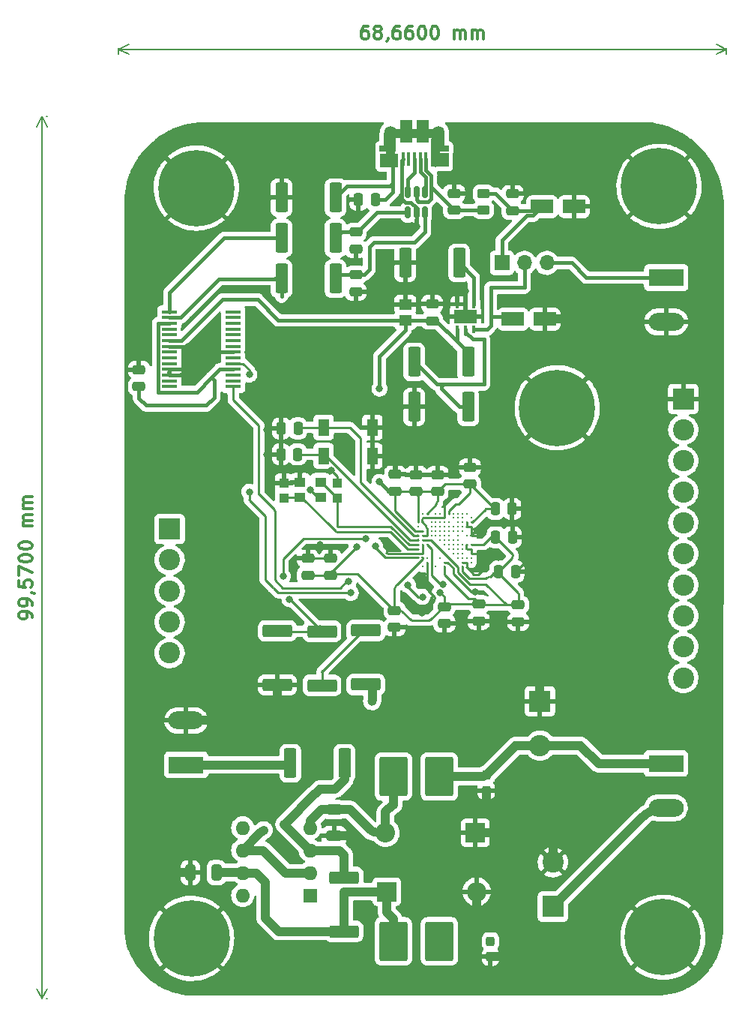
<source format=gbr>
%TF.GenerationSoftware,KiCad,Pcbnew,(6.0.11)*%
%TF.CreationDate,2023-03-28T17:23:35-03:00*%
%TF.ProjectId,singledaq,73696e67-6c65-4646-9171-2e6b69636164,rev?*%
%TF.SameCoordinates,Original*%
%TF.FileFunction,Copper,L1,Top*%
%TF.FilePolarity,Positive*%
%FSLAX46Y46*%
G04 Gerber Fmt 4.6, Leading zero omitted, Abs format (unit mm)*
G04 Created by KiCad (PCBNEW (6.0.11)) date 2023-03-28 17:23:35*
%MOMM*%
%LPD*%
G01*
G04 APERTURE LIST*
G04 Aperture macros list*
%AMRoundRect*
0 Rectangle with rounded corners*
0 $1 Rounding radius*
0 $2 $3 $4 $5 $6 $7 $8 $9 X,Y pos of 4 corners*
0 Add a 4 corners polygon primitive as box body*
4,1,4,$2,$3,$4,$5,$6,$7,$8,$9,$2,$3,0*
0 Add four circle primitives for the rounded corners*
1,1,$1+$1,$2,$3*
1,1,$1+$1,$4,$5*
1,1,$1+$1,$6,$7*
1,1,$1+$1,$8,$9*
0 Add four rect primitives between the rounded corners*
20,1,$1+$1,$2,$3,$4,$5,0*
20,1,$1+$1,$4,$5,$6,$7,0*
20,1,$1+$1,$6,$7,$8,$9,0*
20,1,$1+$1,$8,$9,$2,$3,0*%
G04 Aperture macros list end*
%ADD10C,0.300000*%
%TA.AperFunction,NonConductor*%
%ADD11C,0.300000*%
%TD*%
%TA.AperFunction,NonConductor*%
%ADD12C,0.200000*%
%TD*%
%TA.AperFunction,SMDPad,CuDef*%
%ADD13RoundRect,0.250000X0.475000X-0.250000X0.475000X0.250000X-0.475000X0.250000X-0.475000X-0.250000X0*%
%TD*%
%TA.AperFunction,ComponentPad*%
%ADD14R,3.960000X1.980000*%
%TD*%
%TA.AperFunction,ComponentPad*%
%ADD15O,3.960000X1.980000*%
%TD*%
%TA.AperFunction,SMDPad,CuDef*%
%ADD16RoundRect,0.250000X-0.475000X0.250000X-0.475000X-0.250000X0.475000X-0.250000X0.475000X0.250000X0*%
%TD*%
%TA.AperFunction,SMDPad,CuDef*%
%ADD17R,1.000000X1.100000*%
%TD*%
%TA.AperFunction,ComponentPad*%
%ADD18R,2.400000X2.400000*%
%TD*%
%TA.AperFunction,ComponentPad*%
%ADD19C,2.400000*%
%TD*%
%TA.AperFunction,SMDPad,CuDef*%
%ADD20RoundRect,0.250000X0.325000X0.650000X-0.325000X0.650000X-0.325000X-0.650000X0.325000X-0.650000X0*%
%TD*%
%TA.AperFunction,SMDPad,CuDef*%
%ADD21R,0.400000X1.650000*%
%TD*%
%TA.AperFunction,ComponentPad*%
%ADD22O,1.100000X1.500000*%
%TD*%
%TA.AperFunction,ComponentPad*%
%ADD23O,1.350000X1.700000*%
%TD*%
%TA.AperFunction,SMDPad,CuDef*%
%ADD24R,1.430000X2.500000*%
%TD*%
%TA.AperFunction,SMDPad,CuDef*%
%ADD25R,1.350000X2.000000*%
%TD*%
%TA.AperFunction,SMDPad,CuDef*%
%ADD26R,2.000000X1.500000*%
%TD*%
%TA.AperFunction,SMDPad,CuDef*%
%ADD27R,1.825000X0.700000*%
%TD*%
%TA.AperFunction,SMDPad,CuDef*%
%ADD28RoundRect,0.249999X1.425001X-0.450001X1.425001X0.450001X-1.425001X0.450001X-1.425001X-0.450001X0*%
%TD*%
%TA.AperFunction,ComponentPad*%
%ADD29R,2.200000X2.200000*%
%TD*%
%TA.AperFunction,ComponentPad*%
%ADD30O,2.200000X2.200000*%
%TD*%
%TA.AperFunction,SMDPad,CuDef*%
%ADD31RoundRect,0.250000X0.450000X-0.262500X0.450000X0.262500X-0.450000X0.262500X-0.450000X-0.262500X0*%
%TD*%
%TA.AperFunction,SMDPad,CuDef*%
%ADD32RoundRect,0.150000X0.150000X-0.512500X0.150000X0.512500X-0.150000X0.512500X-0.150000X-0.512500X0*%
%TD*%
%TA.AperFunction,ComponentPad*%
%ADD33C,0.900000*%
%TD*%
%TA.AperFunction,ComponentPad*%
%ADD34C,8.600000*%
%TD*%
%TA.AperFunction,SMDPad,CuDef*%
%ADD35RoundRect,0.250000X-0.250000X-0.475000X0.250000X-0.475000X0.250000X0.475000X-0.250000X0.475000X0*%
%TD*%
%TA.AperFunction,SMDPad,CuDef*%
%ADD36RoundRect,0.249999X-1.425001X0.450001X-1.425001X-0.450001X1.425001X-0.450001X1.425001X0.450001X0*%
%TD*%
%TA.AperFunction,SMDPad,CuDef*%
%ADD37RoundRect,0.250000X0.250000X0.475000X-0.250000X0.475000X-0.250000X-0.475000X0.250000X-0.475000X0*%
%TD*%
%TA.AperFunction,SMDPad,CuDef*%
%ADD38RoundRect,0.237500X0.237500X-0.300000X0.237500X0.300000X-0.237500X0.300000X-0.237500X-0.300000X0*%
%TD*%
%TA.AperFunction,SMDPad,CuDef*%
%ADD39RoundRect,0.249999X0.450001X1.425001X-0.450001X1.425001X-0.450001X-1.425001X0.450001X-1.425001X0*%
%TD*%
%TA.AperFunction,SMDPad,CuDef*%
%ADD40RoundRect,0.249999X-0.450001X-1.425001X0.450001X-1.425001X0.450001X1.425001X-0.450001X1.425001X0*%
%TD*%
%TA.AperFunction,SMDPad,CuDef*%
%ADD41R,1.300000X1.900000*%
%TD*%
%TA.AperFunction,ComponentPad*%
%ADD42R,1.700000X1.700000*%
%TD*%
%TA.AperFunction,ComponentPad*%
%ADD43O,1.700000X1.700000*%
%TD*%
%TA.AperFunction,SMDPad,CuDef*%
%ADD44R,1.750000X0.450000*%
%TD*%
%TA.AperFunction,SMDPad,CuDef*%
%ADD45R,1.210000X1.110000*%
%TD*%
%TA.AperFunction,SMDPad,CuDef*%
%ADD46RoundRect,0.250000X-1.050000X-0.550000X1.050000X-0.550000X1.050000X0.550000X-1.050000X0.550000X0*%
%TD*%
%TA.AperFunction,SMDPad,CuDef*%
%ADD47RoundRect,0.250000X1.350000X1.975000X-1.350000X1.975000X-1.350000X-1.975000X1.350000X-1.975000X0*%
%TD*%
%TA.AperFunction,SMDPad,CuDef*%
%ADD48RoundRect,0.250000X0.650000X-0.325000X0.650000X0.325000X-0.650000X0.325000X-0.650000X-0.325000X0*%
%TD*%
%TA.AperFunction,SMDPad,CuDef*%
%ADD49R,0.420000X0.840000*%
%TD*%
%TA.AperFunction,SMDPad,CuDef*%
%ADD50R,2.500000X1.600000*%
%TD*%
%TA.AperFunction,ComponentPad*%
%ADD51R,1.600000X1.600000*%
%TD*%
%TA.AperFunction,ComponentPad*%
%ADD52O,1.600000X1.600000*%
%TD*%
%TA.AperFunction,SMDPad,CuDef*%
%ADD53C,0.270000*%
%TD*%
%TA.AperFunction,SMDPad,CuDef*%
%ADD54R,1.450000X1.150000*%
%TD*%
%TA.AperFunction,SMDPad,CuDef*%
%ADD55RoundRect,0.237500X-0.237500X0.300000X-0.237500X-0.300000X0.237500X-0.300000X0.237500X0.300000X0*%
%TD*%
%TA.AperFunction,ViaPad*%
%ADD56C,0.800000*%
%TD*%
%TA.AperFunction,Conductor*%
%ADD57C,0.400000*%
%TD*%
%TA.AperFunction,Conductor*%
%ADD58C,1.000000*%
%TD*%
%TA.AperFunction,Conductor*%
%ADD59C,0.250000*%
%TD*%
%TA.AperFunction,Conductor*%
%ADD60C,0.230000*%
%TD*%
G04 APERTURE END LIST*
D10*
D11*
X131005714Y-28328571D02*
X130720000Y-28328571D01*
X130577142Y-28400000D01*
X130505714Y-28471428D01*
X130362857Y-28685714D01*
X130291428Y-28971428D01*
X130291428Y-29542857D01*
X130362857Y-29685714D01*
X130434285Y-29757142D01*
X130577142Y-29828571D01*
X130862857Y-29828571D01*
X131005714Y-29757142D01*
X131077142Y-29685714D01*
X131148571Y-29542857D01*
X131148571Y-29185714D01*
X131077142Y-29042857D01*
X131005714Y-28971428D01*
X130862857Y-28900000D01*
X130577142Y-28900000D01*
X130434285Y-28971428D01*
X130362857Y-29042857D01*
X130291428Y-29185714D01*
X132005714Y-28971428D02*
X131862857Y-28900000D01*
X131791428Y-28828571D01*
X131720000Y-28685714D01*
X131720000Y-28614285D01*
X131791428Y-28471428D01*
X131862857Y-28400000D01*
X132005714Y-28328571D01*
X132291428Y-28328571D01*
X132434285Y-28400000D01*
X132505714Y-28471428D01*
X132577142Y-28614285D01*
X132577142Y-28685714D01*
X132505714Y-28828571D01*
X132434285Y-28900000D01*
X132291428Y-28971428D01*
X132005714Y-28971428D01*
X131862857Y-29042857D01*
X131791428Y-29114285D01*
X131720000Y-29257142D01*
X131720000Y-29542857D01*
X131791428Y-29685714D01*
X131862857Y-29757142D01*
X132005714Y-29828571D01*
X132291428Y-29828571D01*
X132434285Y-29757142D01*
X132505714Y-29685714D01*
X132577142Y-29542857D01*
X132577142Y-29257142D01*
X132505714Y-29114285D01*
X132434285Y-29042857D01*
X132291428Y-28971428D01*
X133291428Y-29757142D02*
X133291428Y-29828571D01*
X133220000Y-29971428D01*
X133148571Y-30042857D01*
X134577142Y-28328571D02*
X134291428Y-28328571D01*
X134148571Y-28400000D01*
X134077142Y-28471428D01*
X133934285Y-28685714D01*
X133862857Y-28971428D01*
X133862857Y-29542857D01*
X133934285Y-29685714D01*
X134005714Y-29757142D01*
X134148571Y-29828571D01*
X134434285Y-29828571D01*
X134577142Y-29757142D01*
X134648571Y-29685714D01*
X134720000Y-29542857D01*
X134720000Y-29185714D01*
X134648571Y-29042857D01*
X134577142Y-28971428D01*
X134434285Y-28900000D01*
X134148571Y-28900000D01*
X134005714Y-28971428D01*
X133934285Y-29042857D01*
X133862857Y-29185714D01*
X136005714Y-28328571D02*
X135720000Y-28328571D01*
X135577142Y-28400000D01*
X135505714Y-28471428D01*
X135362857Y-28685714D01*
X135291428Y-28971428D01*
X135291428Y-29542857D01*
X135362857Y-29685714D01*
X135434285Y-29757142D01*
X135577142Y-29828571D01*
X135862857Y-29828571D01*
X136005714Y-29757142D01*
X136077142Y-29685714D01*
X136148571Y-29542857D01*
X136148571Y-29185714D01*
X136077142Y-29042857D01*
X136005714Y-28971428D01*
X135862857Y-28900000D01*
X135577142Y-28900000D01*
X135434285Y-28971428D01*
X135362857Y-29042857D01*
X135291428Y-29185714D01*
X137077142Y-28328571D02*
X137220000Y-28328571D01*
X137362857Y-28400000D01*
X137434285Y-28471428D01*
X137505714Y-28614285D01*
X137577142Y-28900000D01*
X137577142Y-29257142D01*
X137505714Y-29542857D01*
X137434285Y-29685714D01*
X137362857Y-29757142D01*
X137220000Y-29828571D01*
X137077142Y-29828571D01*
X136934285Y-29757142D01*
X136862857Y-29685714D01*
X136791428Y-29542857D01*
X136720000Y-29257142D01*
X136720000Y-28900000D01*
X136791428Y-28614285D01*
X136862857Y-28471428D01*
X136934285Y-28400000D01*
X137077142Y-28328571D01*
X138505714Y-28328571D02*
X138648571Y-28328571D01*
X138791428Y-28400000D01*
X138862857Y-28471428D01*
X138934285Y-28614285D01*
X139005714Y-28900000D01*
X139005714Y-29257142D01*
X138934285Y-29542857D01*
X138862857Y-29685714D01*
X138791428Y-29757142D01*
X138648571Y-29828571D01*
X138505714Y-29828571D01*
X138362857Y-29757142D01*
X138291428Y-29685714D01*
X138220000Y-29542857D01*
X138148571Y-29257142D01*
X138148571Y-28900000D01*
X138220000Y-28614285D01*
X138291428Y-28471428D01*
X138362857Y-28400000D01*
X138505714Y-28328571D01*
X140791428Y-29828571D02*
X140791428Y-28828571D01*
X140791428Y-28971428D02*
X140862857Y-28900000D01*
X141005714Y-28828571D01*
X141220000Y-28828571D01*
X141362857Y-28900000D01*
X141434285Y-29042857D01*
X141434285Y-29828571D01*
X141434285Y-29042857D02*
X141505714Y-28900000D01*
X141648571Y-28828571D01*
X141862857Y-28828571D01*
X142005714Y-28900000D01*
X142077142Y-29042857D01*
X142077142Y-29828571D01*
X142791428Y-29828571D02*
X142791428Y-28828571D01*
X142791428Y-28971428D02*
X142862857Y-28900000D01*
X143005714Y-28828571D01*
X143220000Y-28828571D01*
X143362857Y-28900000D01*
X143434285Y-29042857D01*
X143434285Y-29828571D01*
X143434285Y-29042857D02*
X143505714Y-28900000D01*
X143648571Y-28828571D01*
X143862857Y-28828571D01*
X144005714Y-28900000D01*
X144077142Y-29042857D01*
X144077142Y-29828571D01*
D12*
X102890000Y-30830000D02*
X102890000Y-31536420D01*
X171550000Y-30830000D02*
X171550000Y-31536420D01*
X102890000Y-30950000D02*
X171550000Y-30950000D01*
X102890000Y-30950000D02*
X171550000Y-30950000D01*
X102890000Y-30950000D02*
X104016504Y-31536421D01*
X102890000Y-30950000D02*
X104016504Y-30363579D01*
X171550000Y-30950000D02*
X170423496Y-30363579D01*
X171550000Y-30950000D02*
X170423496Y-31536421D01*
D10*
D11*
X93128571Y-95120714D02*
X93128571Y-94835000D01*
X93057142Y-94692142D01*
X92985714Y-94620714D01*
X92771428Y-94477857D01*
X92485714Y-94406428D01*
X91914285Y-94406428D01*
X91771428Y-94477857D01*
X91700000Y-94549285D01*
X91628571Y-94692142D01*
X91628571Y-94977857D01*
X91700000Y-95120714D01*
X91771428Y-95192142D01*
X91914285Y-95263571D01*
X92271428Y-95263571D01*
X92414285Y-95192142D01*
X92485714Y-95120714D01*
X92557142Y-94977857D01*
X92557142Y-94692142D01*
X92485714Y-94549285D01*
X92414285Y-94477857D01*
X92271428Y-94406428D01*
X93128571Y-93692142D02*
X93128571Y-93406428D01*
X93057142Y-93263571D01*
X92985714Y-93192142D01*
X92771428Y-93049285D01*
X92485714Y-92977857D01*
X91914285Y-92977857D01*
X91771428Y-93049285D01*
X91700000Y-93120714D01*
X91628571Y-93263571D01*
X91628571Y-93549285D01*
X91700000Y-93692142D01*
X91771428Y-93763571D01*
X91914285Y-93835000D01*
X92271428Y-93835000D01*
X92414285Y-93763571D01*
X92485714Y-93692142D01*
X92557142Y-93549285D01*
X92557142Y-93263571D01*
X92485714Y-93120714D01*
X92414285Y-93049285D01*
X92271428Y-92977857D01*
X93057142Y-92263571D02*
X93128571Y-92263571D01*
X93271428Y-92335000D01*
X93342857Y-92406428D01*
X91628571Y-90906428D02*
X91628571Y-91620714D01*
X92342857Y-91692142D01*
X92271428Y-91620714D01*
X92200000Y-91477857D01*
X92200000Y-91120714D01*
X92271428Y-90977857D01*
X92342857Y-90906428D01*
X92485714Y-90835000D01*
X92842857Y-90835000D01*
X92985714Y-90906428D01*
X93057142Y-90977857D01*
X93128571Y-91120714D01*
X93128571Y-91477857D01*
X93057142Y-91620714D01*
X92985714Y-91692142D01*
X91628571Y-90335000D02*
X91628571Y-89335000D01*
X93128571Y-89977857D01*
X91628571Y-88477857D02*
X91628571Y-88335000D01*
X91700000Y-88192142D01*
X91771428Y-88120714D01*
X91914285Y-88049285D01*
X92200000Y-87977857D01*
X92557142Y-87977857D01*
X92842857Y-88049285D01*
X92985714Y-88120714D01*
X93057142Y-88192142D01*
X93128571Y-88335000D01*
X93128571Y-88477857D01*
X93057142Y-88620714D01*
X92985714Y-88692142D01*
X92842857Y-88763571D01*
X92557142Y-88835000D01*
X92200000Y-88835000D01*
X91914285Y-88763571D01*
X91771428Y-88692142D01*
X91700000Y-88620714D01*
X91628571Y-88477857D01*
X91628571Y-87049285D02*
X91628571Y-86906428D01*
X91700000Y-86763571D01*
X91771428Y-86692142D01*
X91914285Y-86620714D01*
X92200000Y-86549285D01*
X92557142Y-86549285D01*
X92842857Y-86620714D01*
X92985714Y-86692142D01*
X93057142Y-86763571D01*
X93128571Y-86906428D01*
X93128571Y-87049285D01*
X93057142Y-87192142D01*
X92985714Y-87263571D01*
X92842857Y-87335000D01*
X92557142Y-87406428D01*
X92200000Y-87406428D01*
X91914285Y-87335000D01*
X91771428Y-87263571D01*
X91700000Y-87192142D01*
X91628571Y-87049285D01*
X93128571Y-84763571D02*
X92128571Y-84763571D01*
X92271428Y-84763571D02*
X92200000Y-84692142D01*
X92128571Y-84549285D01*
X92128571Y-84335000D01*
X92200000Y-84192142D01*
X92342857Y-84120714D01*
X93128571Y-84120714D01*
X92342857Y-84120714D02*
X92200000Y-84049285D01*
X92128571Y-83906428D01*
X92128571Y-83692142D01*
X92200000Y-83549285D01*
X92342857Y-83477857D01*
X93128571Y-83477857D01*
X93128571Y-82763571D02*
X92128571Y-82763571D01*
X92271428Y-82763571D02*
X92200000Y-82692142D01*
X92128571Y-82549285D01*
X92128571Y-82335000D01*
X92200000Y-82192142D01*
X92342857Y-82120714D01*
X93128571Y-82120714D01*
X92342857Y-82120714D02*
X92200000Y-82049285D01*
X92128571Y-81906428D01*
X92128571Y-81692142D01*
X92200000Y-81549285D01*
X92342857Y-81477857D01*
X93128571Y-81477857D01*
D12*
X94730000Y-38550000D02*
X94836420Y-38550000D01*
X94730000Y-138120000D02*
X94836420Y-138120000D01*
X94250000Y-38550000D02*
X94250000Y-138120000D01*
X94250000Y-38550000D02*
X94250000Y-138120000D01*
X94250000Y-38550000D02*
X93663579Y-39676504D01*
X94250000Y-38550000D02*
X94836421Y-39676504D01*
X94250000Y-138120000D02*
X94836421Y-136993496D01*
X94250000Y-138120000D02*
X93663579Y-136993496D01*
D13*
%TO.P,C104,1*%
%TO.N,Net-(C104-Pad1)*%
X140782250Y-49114250D03*
%TO.P,C104,2*%
%TO.N,GND*%
X140782250Y-47214250D03*
%TD*%
D14*
%TO.P,J2,1,Pin_1*%
%TO.N,-V*%
X164700000Y-111575000D03*
D15*
%TO.P,J2,2,Pin_2*%
%TO.N,+V*%
X164700000Y-116575000D03*
%TD*%
D16*
%TO.P,C102,1*%
%TO.N,Net-(C102-Pad1)*%
X129658000Y-51584000D03*
%TO.P,C102,2*%
%TO.N,GND*%
X129658000Y-53484000D03*
%TD*%
D17*
%TO.P,C602,1*%
%TO.N,OSC_IN*%
X127572082Y-81624998D03*
%TO.P,C602,2*%
%TO.N,GND*%
X127572082Y-79924998D03*
%TD*%
D18*
%TO.P,C502,1*%
%TO.N,GND*%
X150470000Y-104544785D03*
D19*
%TO.P,C502,2*%
%TO.N,-V*%
X150470000Y-109544785D03*
%TD*%
D20*
%TO.P,C505,1*%
%TO.N,+V ampop*%
X113925000Y-123880000D03*
%TO.P,C505,2*%
%TO.N,GND*%
X110975000Y-123880000D03*
%TD*%
D21*
%TO.P,JUSB1,1,VBUS*%
%TO.N,Net-(C104-Pad1)*%
X137587000Y-43377000D03*
%TO.P,JUSB1,2,D-*%
%TO.N,Net-(JUSB1-Pad2)*%
X136937000Y-43377000D03*
%TO.P,JUSB1,3,D+*%
%TO.N,Net-(JUSB1-Pad3)*%
X136287000Y-43377000D03*
%TO.P,JUSB1,4,ID*%
%TO.N,unconnected-(JUSB1-Pad4)*%
X135637000Y-43377000D03*
%TO.P,JUSB1,5,GND*%
%TO.N,GND*%
X134987000Y-43377000D03*
D22*
%TO.P,JUSB1,6,Shield*%
%TO.N,Net-(C101-Pad1)*%
X133867000Y-43497000D03*
D23*
X133557000Y-40497000D03*
D24*
X135327000Y-40227000D03*
D25*
X133537000Y-41427000D03*
D22*
X138707000Y-43497000D03*
D26*
X139137000Y-43477000D03*
D25*
X139017000Y-41427000D03*
D26*
X133387000Y-43497000D03*
D27*
X133287000Y-42177000D03*
D24*
X137247000Y-40227000D03*
D27*
X139237000Y-42177000D03*
D23*
X139017000Y-40497000D03*
%TD*%
D28*
%TO.P,R603,1*%
%TO.N,Net-(R603-Pad1)*%
X130800000Y-102660000D03*
%TO.P,R603,2*%
%TO.N,Net-(R603-Pad2)*%
X130800000Y-96560000D03*
%TD*%
D13*
%TO.P,C801,1*%
%TO.N,VDDA*%
X138910000Y-80880000D03*
%TO.P,C801,2*%
%TO.N,GND*%
X138910000Y-78980000D03*
%TD*%
%TO.P,C105,1*%
%TO.N,VBUS*%
X147386250Y-49180250D03*
%TO.P,C105,2*%
%TO.N,GND*%
X147386250Y-47280250D03*
%TD*%
D29*
%TO.P,D1,1,K*%
%TO.N,+V ampop*%
X133160000Y-126030000D03*
D30*
%TO.P,D1,2,A*%
%TO.N,GND*%
X143320000Y-126030000D03*
%TD*%
D31*
%TO.P,FB101,1*%
%TO.N,Net-(C104-Pad1)*%
X144084250Y-49076750D03*
%TO.P,FB101,2*%
%TO.N,VBUS*%
X144084250Y-47251750D03*
%TD*%
D32*
%TO.P,U1,1,I/O1*%
%TO.N,Net-(C102-Pad1)*%
X135566000Y-49353500D03*
%TO.P,U1,2,GND*%
%TO.N,GND*%
X136516000Y-49353500D03*
%TO.P,U1,3,I/O2*%
%TO.N,Net-(C103-Pad1)*%
X137466000Y-49353500D03*
%TO.P,U1,4,I/O2*%
%TO.N,Net-(JUSB1-Pad2)*%
X137466000Y-47078500D03*
%TO.P,U1,5,VBUS*%
%TO.N,Net-(C104-Pad1)*%
X136516000Y-47078500D03*
%TO.P,U1,6,I/O1*%
%TO.N,Net-(JUSB1-Pad3)*%
X135566000Y-47078500D03*
%TD*%
D33*
%TO.P,H1,1,1*%
%TO.N,GND*%
X113930419Y-48910419D03*
X109369581Y-48910419D03*
X111650000Y-49855000D03*
D34*
X111650000Y-46630000D03*
D33*
X109369581Y-44349581D03*
X111650000Y-43405000D03*
X114875000Y-46630000D03*
X108425000Y-46630000D03*
X113930419Y-44349581D03*
%TD*%
D35*
%TO.P,C810,1*%
%TO.N,VDDA*%
X145470000Y-86030000D03*
%TO.P,C810,2*%
%TO.N,GND*%
X147370000Y-86030000D03*
%TD*%
D36*
%TO.P,R605,1*%
%TO.N,ADC output*%
X120810000Y-96600000D03*
%TO.P,R605,2*%
%TO.N,GND*%
X120810000Y-102700000D03*
%TD*%
%TO.P,R602,1*%
%TO.N,Net-(R601-Pad1)*%
X128338224Y-124420000D03*
%TO.P,R602,2*%
%TO.N,+V ampop*%
X128338224Y-130520000D03*
%TD*%
D37*
%TO.P,C401,1*%
%TO.N,OSC32_IN*%
X123130000Y-73750000D03*
%TO.P,C401,2*%
%TO.N,GND*%
X121230000Y-73750000D03*
%TD*%
D13*
%TO.P,C809,1*%
%TO.N,VDDA*%
X142560000Y-80022071D03*
%TO.P,C809,2*%
%TO.N,GND*%
X142560000Y-78122071D03*
%TD*%
D38*
%TO.P,C504,1*%
%TO.N,GND*%
X144400000Y-114620000D03*
%TO.P,C504,2*%
%TO.N,-V*%
X144400000Y-112895000D03*
%TD*%
D29*
%TO.P,D2,1,K*%
%TO.N,GND*%
X143180000Y-119380000D03*
D30*
%TO.P,D2,2,A*%
%TO.N,-V ampop*%
X133020000Y-119380000D03*
%TD*%
D39*
%TO.P,R601,1*%
%TO.N,Net-(R601-Pad1)*%
X128380000Y-111540000D03*
%TO.P,R601,2*%
%TO.N,Vsensor*%
X122280000Y-111540000D03*
%TD*%
D40*
%TO.P,R202,1*%
%TO.N,Net-(IB2-Pad5)*%
X136260000Y-66250000D03*
%TO.P,R202,2*%
%TO.N,VDDA*%
X142360000Y-66250000D03*
%TD*%
D13*
%TO.P,C202,1*%
%TO.N,VDDA*%
X138294000Y-61600000D03*
%TO.P,C202,2*%
%TO.N,GND*%
X138294000Y-59700000D03*
%TD*%
D41*
%TO.P,Y4,1,CRYSTAL_1*%
%TO.N,OSC32_OUT*%
X126020000Y-76850000D03*
%TO.P,Y4,2,NC_1*%
%TO.N,GND*%
X131520000Y-76850000D03*
%TO.P,Y4,3,NC_2*%
X131520000Y-73650000D03*
%TO.P,Y4,4,CRYSTAL_2*%
%TO.N,OSC32_IN*%
X126020000Y-73650000D03*
%TD*%
D13*
%TO.P,C701,1*%
%TO.N,VDDA*%
X134110000Y-80850000D03*
%TO.P,C701,2*%
%TO.N,GND*%
X134110000Y-78950000D03*
%TD*%
D42*
%TO.P,JP6,1,A*%
%TO.N,VBUS*%
X146170000Y-55074000D03*
D43*
%TO.P,JP6,2,C*%
%TO.N,VDD*%
X148710000Y-55074000D03*
%TO.P,JP6,3,B*%
%TO.N,+BATT*%
X151250000Y-55074000D03*
%TD*%
D44*
%TO.P,U3,1,TXD*%
%TO.N,PA2*%
X115810000Y-69035000D03*
%TO.P,U3,2,DTR*%
%TO.N,unconnected-(U3-Pad2)*%
X115810000Y-68385000D03*
%TO.P,U3,3,RTS*%
%TO.N,unconnected-(U3-Pad3)*%
X115810000Y-67735000D03*
%TO.P,U3,4,VCCIO*%
%TO.N,USB_3V3*%
X115810000Y-67085000D03*
%TO.P,U3,5,RXD*%
%TO.N,PA3*%
X115810000Y-66435000D03*
%TO.P,U3,6,RI*%
%TO.N,unconnected-(U3-Pad6)*%
X115810000Y-65785000D03*
%TO.P,U3,7,GND*%
%TO.N,GND*%
X115810000Y-65135000D03*
%TO.P,U3,8*%
%TO.N,N/C*%
X115810000Y-64485000D03*
%TO.P,U3,9,DCR*%
%TO.N,unconnected-(U3-Pad9)*%
X115810000Y-63835000D03*
%TO.P,U3,10,DCD*%
%TO.N,unconnected-(U3-Pad10)*%
X115810000Y-63185000D03*
%TO.P,U3,11,CTS*%
%TO.N,unconnected-(U3-Pad11)*%
X115810000Y-62535000D03*
%TO.P,U3,12,CBUS4*%
%TO.N,unconnected-(U3-Pad12)*%
X115810000Y-61885000D03*
%TO.P,U3,13,CBUS2*%
%TO.N,unconnected-(U3-Pad13)*%
X115810000Y-61235000D03*
%TO.P,U3,14,CBUS3*%
%TO.N,unconnected-(U3-Pad14)*%
X115810000Y-60585000D03*
%TO.P,U3,15,USBD+*%
%TO.N,USB_D+*%
X108610000Y-60585000D03*
%TO.P,U3,16,USBD-*%
%TO.N,USB_D-*%
X108610000Y-61235000D03*
%TO.P,U3,17,3V3OUT*%
%TO.N,USB_3V3*%
X108610000Y-61885000D03*
%TO.P,U3,18,GND*%
%TO.N,GND*%
X108610000Y-62535000D03*
%TO.P,U3,19,~{RESET}*%
%TO.N,unconnected-(U3-Pad19)*%
X108610000Y-63185000D03*
%TO.P,U3,20,VCC*%
%TO.N,VDDA*%
X108610000Y-63835000D03*
%TO.P,U3,21,GND*%
%TO.N,GND*%
X108610000Y-64485000D03*
%TO.P,U3,22,CBUS1*%
%TO.N,unconnected-(U3-Pad22)*%
X108610000Y-65135000D03*
%TO.P,U3,23,CBUS0*%
%TO.N,unconnected-(U3-Pad23)*%
X108610000Y-65785000D03*
%TO.P,U3,24*%
%TO.N,N/C*%
X108610000Y-66435000D03*
%TO.P,U3,25,AGND*%
%TO.N,GND*%
X108610000Y-67085000D03*
%TO.P,U3,26,TEST*%
X108610000Y-67735000D03*
%TO.P,U3,27,OSCI*%
%TO.N,unconnected-(U3-Pad27)*%
X108610000Y-68385000D03*
%TO.P,U3,28,OSCO*%
%TO.N,unconnected-(U3-Pad28)*%
X108610000Y-69035000D03*
%TD*%
D45*
%TO.P,Y1,1,CRYSTAL_1*%
%TO.N,OSC_OUT*%
X123370082Y-81542998D03*
%TO.P,Y1,2,GND_1*%
%TO.N,GND*%
X125670082Y-81542998D03*
%TO.P,Y1,3,CRYSTAL_2*%
%TO.N,OSC_IN*%
X125670082Y-79842998D03*
%TO.P,Y1,4,GND_2*%
%TO.N,GND*%
X123370082Y-79842998D03*
%TD*%
D34*
%TO.P,H5,1,1*%
%TO.N,GND*%
X164350000Y-131190000D03*
D33*
X161125000Y-131190000D03*
X166630419Y-128909581D03*
X162069581Y-128909581D03*
X164350000Y-127965000D03*
X164350000Y-134415000D03*
X166630419Y-133470419D03*
X167575000Y-131190000D03*
X162069581Y-133470419D03*
%TD*%
D17*
%TO.P,C601,1*%
%TO.N,OSC_OUT*%
X121522082Y-81594998D03*
%TO.P,C601,2*%
%TO.N,GND*%
X121522082Y-79894998D03*
%TD*%
D13*
%TO.P,C703,1*%
%TO.N,VDDA*%
X126840000Y-90330000D03*
%TO.P,C703,2*%
%TO.N,GND*%
X126840000Y-88430000D03*
%TD*%
D16*
%TO.P,C806,1*%
%TO.N,VDDA*%
X143560000Y-93580000D03*
%TO.P,C806,2*%
%TO.N,GND*%
X143560000Y-95480000D03*
%TD*%
D18*
%TO.P,J4,1,Pin_1*%
%TO.N,PC2*%
X108640000Y-85100000D03*
D19*
%TO.P,J4,2,Pin_2*%
%TO.N,PC1*%
X108640000Y-88600000D03*
%TO.P,J4,3,Pin_3*%
%TO.N,PC3*%
X108640000Y-92100000D03*
%TO.P,J4,4,Pin_4*%
%TO.N,PA0*%
X108640000Y-95600000D03*
%TO.P,J4,5,Pin_5*%
%TO.N,PA1*%
X108640000Y-99100000D03*
%TD*%
D13*
%TO.P,C702,1*%
%TO.N,VDDA*%
X124250000Y-90330000D03*
%TO.P,C702,2*%
%TO.N,GND*%
X124250000Y-88430000D03*
%TD*%
D14*
%TO.P,J3,1,Pin_1*%
%TO.N,Vsensor*%
X110510000Y-111720000D03*
D15*
%TO.P,J3,2,Pin_2*%
%TO.N,GND*%
X110510000Y-106720000D03*
%TD*%
D46*
%TO.P,C106,1*%
%TO.N,VBUS*%
X150718000Y-48724000D03*
%TO.P,C106,2*%
%TO.N,GND*%
X154318000Y-48724000D03*
%TD*%
%TO.P,C201,1*%
%TO.N,VDD*%
X147416000Y-61424000D03*
%TO.P,C201,2*%
%TO.N,GND*%
X151016000Y-61424000D03*
%TD*%
D47*
%TO.P,R1,1*%
%TO.N,+V*%
X139110000Y-131640000D03*
%TO.P,R1,2*%
%TO.N,+V ampop*%
X133910000Y-131640000D03*
%TD*%
D35*
%TO.P,C802,1*%
%TO.N,VDDA*%
X145440000Y-82830000D03*
%TO.P,C802,2*%
%TO.N,GND*%
X147340000Y-82830000D03*
%TD*%
D33*
%TO.P,H4,1,1*%
%TO.N,GND*%
X111120000Y-128085000D03*
X108839581Y-129029581D03*
X113400419Y-129029581D03*
X111120000Y-134535000D03*
X108839581Y-133590419D03*
X114345000Y-131310000D03*
X107895000Y-131310000D03*
X113400419Y-133590419D03*
D34*
X111120000Y-131310000D03*
%TD*%
D16*
%TO.P,C808,1*%
%TO.N,VDDA*%
X134042700Y-94297300D03*
%TO.P,C808,2*%
%TO.N,GND*%
X134042700Y-96197300D03*
%TD*%
D33*
%TO.P,H3,1,1*%
%TO.N,GND*%
X155634581Y-71419581D03*
X154690000Y-73700000D03*
X154690000Y-69139162D03*
X150129162Y-69139162D03*
X152409581Y-68194581D03*
X149184581Y-71419581D03*
X150129162Y-73700000D03*
X152409581Y-74644581D03*
D34*
X152409581Y-71419581D03*
%TD*%
D39*
%TO.P,R203,1*%
%TO.N,Net-(IB2-Pad5)*%
X142360000Y-71330000D03*
%TO.P,R203,2*%
%TO.N,GND*%
X136260000Y-71330000D03*
%TD*%
%TO.P,R101,1*%
%TO.N,Net-(C101-Pad1)*%
X127374000Y-47708000D03*
%TO.P,R101,2*%
%TO.N,GND*%
X121274000Y-47708000D03*
%TD*%
D48*
%TO.P,C506,1*%
%TO.N,GND*%
X127215645Y-119727000D03*
%TO.P,C506,2*%
%TO.N,-V ampop*%
X127215645Y-116777000D03*
%TD*%
D28*
%TO.P,R604,1*%
%TO.N,Net-(R603-Pad2)*%
X125850000Y-102750000D03*
%TO.P,R604,2*%
%TO.N,ADC output*%
X125850000Y-96650000D03*
%TD*%
D16*
%TO.P,C103,1*%
%TO.N,Net-(C103-Pad1)*%
X129658000Y-56410000D03*
%TO.P,C103,2*%
%TO.N,GND*%
X129658000Y-58310000D03*
%TD*%
D49*
%TO.P,IB2,1,EN*%
%TO.N,Net-(IB2-Pad1)*%
X142988000Y-59735000D03*
%TO.P,IB2,2,GND*%
%TO.N,GND*%
X142038000Y-59735000D03*
%TO.P,IB2,3,PG*%
X141088000Y-59735000D03*
%TO.P,IB2,4,VO*%
%TO.N,VDDA*%
X141088000Y-62605000D03*
%TO.P,IB2,5,ADJ*%
%TO.N,Net-(IB2-Pad5)*%
X142038000Y-62605000D03*
%TO.P,IB2,6,VI*%
%TO.N,VDD*%
X142988000Y-62605000D03*
D50*
%TO.P,IB2,7,EP*%
%TO.N,GND*%
X142038000Y-61170000D03*
%TD*%
D51*
%TO.P,U6,1,NULL*%
%TO.N,unconnected-(U6-Pad1)*%
X124508224Y-126454000D03*
D52*
%TO.P,U6,2,-*%
%TO.N,Net-(R603-Pad1)*%
X124508224Y-123914000D03*
%TO.P,U6,3,+*%
%TO.N,Net-(R601-Pad1)*%
X124508224Y-121374000D03*
%TO.P,U6,4,V-*%
%TO.N,-V ampop*%
X124508224Y-118834000D03*
%TO.P,U6,5,NULL*%
%TO.N,unconnected-(U6-Pad5)*%
X116888224Y-118834000D03*
%TO.P,U6,6*%
%TO.N,Net-(R603-Pad1)*%
X116888224Y-121374000D03*
%TO.P,U6,7,V+*%
%TO.N,+V ampop*%
X116888224Y-123914000D03*
%TO.P,U6,8,NC*%
%TO.N,unconnected-(U6-Pad8)*%
X116888224Y-126454000D03*
%TD*%
D18*
%TO.P,J5,1,Pin_1*%
%TO.N,GND*%
X166660000Y-70420000D03*
D19*
%TO.P,J5,2,Pin_2*%
%TO.N,PWM_1L*%
X166660000Y-73920000D03*
%TO.P,J5,3,Pin_3*%
%TO.N,PWM_2L*%
X166660000Y-77420000D03*
%TO.P,J5,4,Pin_4*%
%TO.N,PWM_3L*%
X166660000Y-80920000D03*
%TO.P,J5,5,Pin_5*%
%TO.N,PWM_1H*%
X166660000Y-84420000D03*
%TO.P,J5,6,Pin_6*%
%TO.N,PWM_2H*%
X166660000Y-87920000D03*
%TO.P,J5,7,Pin_7*%
%TO.N,PWM_3H*%
X166660000Y-91420000D03*
%TO.P,J5,8,Pin_8*%
%TO.N,NRST*%
X166660000Y-94920000D03*
%TO.P,J5,9,Pin_9*%
%TO.N,PA3*%
X166660000Y-98420000D03*
%TO.P,J5,10,Pin_10*%
%TO.N,PA2*%
X166660000Y-101920000D03*
%TD*%
D18*
%TO.P,C501,1*%
%TO.N,+V*%
X151930000Y-127715216D03*
D19*
%TO.P,C501,2*%
%TO.N,GND*%
X151930000Y-122715216D03*
%TD*%
D39*
%TO.P,R201,1*%
%TO.N,Net-(IB2-Pad1)*%
X141344000Y-55074000D03*
%TO.P,R201,2*%
%TO.N,GND*%
X135244000Y-55074000D03*
%TD*%
D13*
%TO.P,C804,1*%
%TO.N,VDDA*%
X136480000Y-80860000D03*
%TO.P,C804,2*%
%TO.N,GND*%
X136480000Y-78960000D03*
%TD*%
D37*
%TO.P,C101,1*%
%TO.N,Net-(C101-Pad1)*%
X131878000Y-47962000D03*
%TO.P,C101,2*%
%TO.N,GND*%
X129978000Y-47962000D03*
%TD*%
D39*
%TO.P,R103,1*%
%TO.N,Net-(C103-Pad1)*%
X127374000Y-56852000D03*
%TO.P,R103,2*%
%TO.N,USB_D-*%
X121274000Y-56852000D03*
%TD*%
D37*
%TO.P,C402,1*%
%TO.N,OSC32_OUT*%
X123100000Y-76680000D03*
%TO.P,C402,2*%
%TO.N,GND*%
X121200000Y-76680000D03*
%TD*%
D53*
%TO.P,U7,A2,PH2*%
%TO.N,unconnected-(U7-PadA2)*%
X137200000Y-83360000D03*
%TO.P,U7,A3,VDD*%
%TO.N,VDDA*%
X137700000Y-83360000D03*
%TO.P,U7,A5,PB4*%
%TO.N,unconnected-(U7-PadA5)*%
X138700000Y-83360000D03*
%TO.P,U7,A6,PB3*%
%TO.N,unconnected-(U7-PadA6)*%
X139200000Y-83360000D03*
%TO.P,U7,A7,VSS*%
%TO.N,GND*%
X139700000Y-83360000D03*
%TO.P,U7,A8,VDD*%
%TO.N,VDDA*%
X140200000Y-83360000D03*
%TO.P,U7,A9,PA15*%
%TO.N,unconnected-(U7-PadA9)*%
X140700000Y-83360000D03*
%TO.P,U7,A10,PA14*%
%TO.N,unconnected-(U7-PadA10)*%
X141200000Y-83360000D03*
%TO.P,U7,A11,PA13*%
%TO.N,unconnected-(U7-PadA11)*%
X141700000Y-83360000D03*
%TO.P,U7,A12,PI0*%
%TO.N,unconnected-(U7-PadA12)*%
X142200000Y-83360000D03*
%TO.P,U7,B3,VSS*%
%TO.N,GND*%
X137700000Y-83860000D03*
%TO.P,U7,B9,PI6*%
%TO.N,unconnected-(U7-PadB9)*%
X140700000Y-83860000D03*
%TO.P,U7,B10,PI2*%
%TO.N,unconnected-(U7-PadB10)*%
X141200000Y-83860000D03*
%TO.P,U7,B11,PI1*%
%TO.N,unconnected-(U7-PadB11)*%
X141700000Y-83860000D03*
%TO.P,U7,B13,PH12*%
%TO.N,unconnected-(U7-PadB13)*%
X142700000Y-83860000D03*
%TO.P,U7,C1,VDD*%
%TO.N,VDDA*%
X136700000Y-84360000D03*
%TO.P,U7,C2,VSS*%
%TO.N,GND*%
X137200000Y-84360000D03*
%TO.P,U7,C4,PB8*%
%TO.N,unconnected-(U7-PadC4)*%
X138200000Y-84360000D03*
%TO.P,U7,C5,PB6*%
%TO.N,unconnected-(U7-PadC5)*%
X138700000Y-84360000D03*
%TO.P,U7,C6,PG15*%
%TO.N,unconnected-(U7-PadC6)*%
X139200000Y-84360000D03*
%TO.P,U7,C7,PD4*%
%TO.N,unconnected-(U7-PadC7)*%
X139700000Y-84360000D03*
%TO.P,U7,C8,PD1*%
%TO.N,unconnected-(U7-PadC8)*%
X140200000Y-84360000D03*
%TO.P,U7,C10,PI3*%
%TO.N,unconnected-(U7-PadC10)*%
X141200000Y-84360000D03*
%TO.P,U7,C11,PH9*%
%TO.N,unconnected-(U7-PadC11)*%
X141700000Y-84360000D03*
%TO.P,U7,C12,VSS*%
%TO.N,GND*%
X142200000Y-84360000D03*
%TO.P,U7,C13,VDD*%
%TO.N,VDDA*%
X142700000Y-84360000D03*
%TO.P,U7,D1,PE4*%
%TO.N,unconnected-(U7-PadD1)*%
X136700000Y-84860000D03*
%TO.P,U7,D4,PB9*%
%TO.N,unconnected-(U7-PadD4)*%
X138200000Y-84860000D03*
%TO.P,U7,D5,PB7*%
%TO.N,unconnected-(U7-PadD5)*%
X138700000Y-84860000D03*
%TO.P,U7,D6,PG10*%
%TO.N,unconnected-(U7-PadD6)*%
X139200000Y-84860000D03*
%TO.P,U7,D7,PD5*%
%TO.N,unconnected-(U7-PadD7)*%
X139700000Y-84860000D03*
%TO.P,U7,D8,PD2*%
%TO.N,unconnected-(U7-PadD8)*%
X140200000Y-84860000D03*
%TO.P,U7,D9,PC10*%
%TO.N,unconnected-(U7-PadD9)*%
X140700000Y-84860000D03*
%TO.P,U7,D10,PI4*%
%TO.N,unconnected-(U7-PadD10)*%
X141200000Y-84860000D03*
%TO.P,U7,D11,PA10*%
%TO.N,unconnected-(U7-PadD11)*%
X141700000Y-84860000D03*
%TO.P,U7,E2,VBAT*%
%TO.N,VDDA*%
X137200000Y-85360000D03*
%TO.P,U7,E4,PE5*%
%TO.N,unconnected-(U7-PadE4)*%
X138200000Y-85360000D03*
%TO.P,U7,E5,PH3*%
%TO.N,unconnected-(U7-PadE5)*%
X138700000Y-85360000D03*
%TO.P,U7,E6,PG11*%
%TO.N,unconnected-(U7-PadE6)*%
X139200000Y-85360000D03*
%TO.P,U7,E7,PD6*%
%TO.N,unconnected-(U7-PadE7)*%
X139700000Y-85360000D03*
%TO.P,U7,E8,PD3*%
%TO.N,unconnected-(U7-PadE8)*%
X140200000Y-85360000D03*
%TO.P,U7,E9,PC11*%
%TO.N,unconnected-(U7-PadE9)*%
X140700000Y-85360000D03*
%TO.P,U7,E10,PI5*%
%TO.N,unconnected-(U7-PadE10)*%
X141200000Y-85360000D03*
%TO.P,U7,E11,PA8*%
%TO.N,unconnected-(U7-PadE11)*%
X141700000Y-85360000D03*
%TO.P,U7,F1,PC14*%
%TO.N,OSC32_IN*%
X136700000Y-85860000D03*
%TO.P,U7,F2,VSS*%
%TO.N,GND*%
X137200000Y-85860000D03*
%TO.P,U7,F4,PF1*%
%TO.N,unconnected-(U7-PadF4)*%
X138200000Y-85860000D03*
%TO.P,U7,F5,PF0*%
%TO.N,unconnected-(U7-PadF5)*%
X138700000Y-85860000D03*
%TO.P,U7,F6,PG12*%
%TO.N,unconnected-(U7-PadF6)*%
X139200000Y-85860000D03*
%TO.P,U7,F7,PD7*%
%TO.N,unconnected-(U7-PadF7)*%
X139700000Y-85860000D03*
%TO.P,U7,F8,PC12*%
%TO.N,unconnected-(U7-PadF8)*%
X140200000Y-85860000D03*
%TO.P,U7,F10,PG8*%
%TO.N,unconnected-(U7-PadF10)*%
X141200000Y-85860000D03*
%TO.P,U7,F12,VDDIO2*%
%TO.N,unconnected-(U7-PadF12)*%
X142200000Y-85860000D03*
%TO.P,U7,F13,VSS*%
%TO.N,GND*%
X142700000Y-85860000D03*
%TO.P,U7,G1,PC15*%
%TO.N,OSC32_OUT*%
X136700000Y-86360000D03*
%TO.P,U7,G2,VDD*%
%TO.N,VDDA*%
X137200000Y-86360000D03*
%TO.P,U7,G6,PG13*%
%TO.N,unconnected-(U7-PadG6)*%
X139200000Y-86360000D03*
%TO.P,U7,G7,PG4*%
%TO.N,unconnected-(U7-PadG7)*%
X139700000Y-86360000D03*
%TO.P,U7,G8,PG3*%
%TO.N,unconnected-(U7-PadG8)*%
X140200000Y-86360000D03*
%TO.P,U7,G9,PG5*%
%TO.N,unconnected-(U7-PadG9)*%
X140700000Y-86360000D03*
%TO.P,U7,G10,PG7*%
%TO.N,unconnected-(U7-PadG10)*%
X141200000Y-86360000D03*
%TO.P,U7,H1,PH0*%
%TO.N,OSC_IN*%
X136700000Y-86860000D03*
%TO.P,U7,H2,VSS*%
%TO.N,GND*%
X137200000Y-86860000D03*
%TO.P,U7,H3,NRST*%
%TO.N,NRST*%
X137700000Y-86860000D03*
%TO.P,U7,H7,PB11*%
%TO.N,unconnected-(U7-PadH7)*%
X139700000Y-86860000D03*
%TO.P,U7,H8,PD13*%
%TO.N,unconnected-(U7-PadH8)*%
X140200000Y-86860000D03*
%TO.P,U7,H9,PG2*%
%TO.N,unconnected-(U7-PadH9)*%
X140700000Y-86860000D03*
%TO.P,U7,H10,PD15*%
%TO.N,unconnected-(U7-PadH10)*%
X141200000Y-86860000D03*
%TO.P,U7,H11,PD14*%
%TO.N,unconnected-(U7-PadH11)*%
X141700000Y-86860000D03*
%TO.P,U7,H12,VSS*%
%TO.N,GND*%
X142200000Y-86860000D03*
%TO.P,U7,H13,VDD*%
%TO.N,VDDA*%
X142700000Y-86860000D03*
%TO.P,U7,J1,PH1*%
%TO.N,OSC_OUT*%
X136700000Y-87360000D03*
%TO.P,U7,J8,PD12*%
%TO.N,unconnected-(U7-PadJ8)*%
X140200000Y-87360000D03*
%TO.P,U7,J9,PD11*%
%TO.N,unconnected-(U7-PadJ9)*%
X140700000Y-87360000D03*
%TO.P,U7,J10,PD10*%
%TO.N,unconnected-(U7-PadJ10)*%
X141200000Y-87360000D03*
%TO.P,U7,J11,DSIHOST_D1P*%
%TO.N,unconnected-(U7-PadJ11)*%
X141700000Y-87360000D03*
%TO.P,U7,J13,VSSDSI*%
%TO.N,GND*%
X142700000Y-87360000D03*
%TO.P,U7,K2,VSSA*%
X137200000Y-87860000D03*
%TO.P,U7,K9,PD9*%
%TO.N,unconnected-(U7-PadK9)*%
X140700000Y-87860000D03*
%TO.P,U7,K10,PD8*%
%TO.N,unconnected-(U7-PadK10)*%
X141200000Y-87860000D03*
%TO.P,U7,K11,DSIHOST_CKP*%
%TO.N,unconnected-(U7-PadK11)*%
X141700000Y-87860000D03*
%TO.P,U7,K13,VSSDSI*%
%TO.N,GND*%
X142700000Y-87860000D03*
%TO.P,U7,L1,VREF+*%
%TO.N,VDDA*%
X136700000Y-88360000D03*
%TO.P,U7,L2,VDDA*%
X137200000Y-88360000D03*
%TO.P,U7,L3,PA5*%
%TO.N,unconnected-(U7-PadL3)*%
X137700000Y-88360000D03*
%TO.P,U7,L6,PF14*%
%TO.N,unconnected-(U7-PadL6)*%
X139200000Y-88360000D03*
%TO.P,U7,L10,PB15*%
%TO.N,unconnected-(U7-PadL10)*%
X141200000Y-88360000D03*
%TO.P,U7,L11,DSIHOST_D0P*%
%TO.N,unconnected-(U7-PadL11)*%
X141700000Y-88360000D03*
%TO.P,U7,L12,DSIHOST_D0N*%
%TO.N,unconnected-(U7-PadL12)*%
X142200000Y-88360000D03*
%TO.P,U7,L13,VCAPDSI*%
%TO.N,unconnected-(U7-PadL13)*%
X142700000Y-88360000D03*
%TO.P,U7,M3,VSS*%
%TO.N,GND*%
X137700000Y-88860000D03*
%TO.P,U7,M7,VSS*%
X139700000Y-88860000D03*
%TO.P,U7,M11,VSS*%
X141700000Y-88860000D03*
%TO.P,U7,M13,VDDDSI*%
%TO.N,unconnected-(U7-PadM13)*%
X142700000Y-88860000D03*
%TO.P,U7,N2,PA4*%
%TO.N,unconnected-(U7-PadN2)*%
X137200000Y-89360000D03*
%TO.P,U7,N5,PB2*%
%TO.N,unconnected-(U7-PadN5)*%
X138700000Y-89360000D03*
%TO.P,U7,N7,VDD*%
%TO.N,VDDA*%
X139700000Y-89360000D03*
%TO.P,U7,N11,VDD*%
X141700000Y-89360000D03*
%TD*%
D47*
%TO.P,R2,1*%
%TO.N,-V*%
X139110000Y-113040000D03*
%TO.P,R2,2*%
%TO.N,-V ampop*%
X133910000Y-113040000D03*
%TD*%
D54*
%TO.P,C203,1*%
%TO.N,VDDA*%
X135246000Y-61550000D03*
%TO.P,C203,2*%
%TO.N,GND*%
X135246000Y-59750000D03*
%TD*%
D16*
%TO.P,C807,1*%
%TO.N,VDDA*%
X148000000Y-93670000D03*
%TO.P,C807,2*%
%TO.N,GND*%
X148000000Y-95570000D03*
%TD*%
D39*
%TO.P,R102,1*%
%TO.N,Net-(C102-Pad1)*%
X127374000Y-52280000D03*
%TO.P,R102,2*%
%TO.N,USB_D+*%
X121274000Y-52280000D03*
%TD*%
D55*
%TO.P,C503,1*%
%TO.N,+V*%
X144880000Y-131647500D03*
%TO.P,C503,2*%
%TO.N,GND*%
X144880000Y-133372500D03*
%TD*%
D35*
%TO.P,C803,1*%
%TO.N,VDDA*%
X145790000Y-89910000D03*
%TO.P,C803,2*%
%TO.N,GND*%
X147690000Y-89910000D03*
%TD*%
D14*
%TO.P,J1,1,Pin_1*%
%TO.N,+BATT*%
X164730000Y-56735000D03*
D15*
%TO.P,J1,2,Pin_2*%
%TO.N,GND*%
X164730000Y-61735000D03*
%TD*%
D13*
%TO.P,C301,2*%
%TO.N,GND*%
X105179000Y-67115000D03*
%TO.P,C301,1*%
%TO.N,USB_3V3*%
X105179000Y-69015000D03*
%TD*%
D16*
%TO.P,C805,1*%
%TO.N,VDDA*%
X139680000Y-93864142D03*
%TO.P,C805,2*%
%TO.N,GND*%
X139680000Y-95764142D03*
%TD*%
D33*
%TO.P,H2,1,1*%
%TO.N,GND*%
X161639581Y-48710419D03*
X163920000Y-43205000D03*
X161639581Y-44149581D03*
X163920000Y-49655000D03*
X166200419Y-44149581D03*
X167145000Y-46430000D03*
X160695000Y-46430000D03*
D34*
X163920000Y-46430000D03*
D33*
X166200419Y-48710419D03*
%TD*%
D56*
%TO.N,GND*%
X143480000Y-128310000D03*
X129978000Y-49674000D03*
X134082700Y-97707300D03*
X145750710Y-88300000D03*
X148890000Y-88720000D03*
X142550000Y-76662071D03*
X150420000Y-98910000D03*
X162030416Y-70420000D03*
X134739161Y-71330000D03*
X129658000Y-59646000D03*
X120870000Y-104600000D03*
X147386000Y-45732000D03*
X136516000Y-51010000D03*
X138294000Y-58376000D03*
X141022000Y-58267500D03*
X119620000Y-73910000D03*
X110686000Y-64556000D03*
X137150000Y-94550000D03*
X140750000Y-81160000D03*
X142038000Y-58267500D03*
X157315000Y-61735000D03*
X153534000Y-61424000D03*
X129658000Y-54820000D03*
X133468000Y-55074000D03*
X136570000Y-77490000D03*
X120133905Y-79894998D03*
X148899290Y-83030000D03*
X124558348Y-80718347D03*
X135246000Y-58364000D03*
X145280000Y-119290000D03*
X125590000Y-86900000D03*
X110940000Y-67096000D03*
X156696000Y-48832000D03*
X126930000Y-78530000D03*
X140772000Y-45670000D03*
X113734000Y-65064000D03*
X119610000Y-76680000D03*
X146410000Y-84450000D03*
X118001006Y-106720000D03*
X133160000Y-87000000D03*
X148000000Y-97013432D03*
X144400000Y-116551500D03*
X105219000Y-65325000D03*
X139700000Y-97144142D03*
X146352000Y-133394000D03*
X143160000Y-92214500D03*
X129375645Y-119872000D03*
X134598000Y-75250000D03*
X148850000Y-85875500D03*
X134230000Y-77460000D03*
X138970000Y-77300000D03*
X109550000Y-123860000D03*
X143560000Y-97140000D03*
X119498000Y-47708000D03*
X151610000Y-116980000D03*
%TO.N,VDDA*%
X132340000Y-79790000D03*
X132340000Y-69260000D03*
X131860000Y-87070000D03*
X139136882Y-92305620D03*
X129750000Y-87140000D03*
%TO.N,ADC output*%
X122180000Y-93024500D03*
X121440000Y-90430000D03*
X130780000Y-86210000D03*
%TO.N,NRST*%
X139482299Y-91367701D03*
%TO.N,Net-(R603-Pad1)*%
X131500763Y-104545747D03*
X119276690Y-119086710D03*
%TO.N,PA2*%
X128870000Y-91040000D03*
%TO.N,PA3*%
X137190000Y-92760000D03*
X135560000Y-91430000D03*
X117640000Y-80920000D03*
X117640000Y-67660000D03*
X129090000Y-92310000D03*
%TD*%
D57*
%TO.N,VDDA*%
X135246000Y-62684000D02*
X135246000Y-61550000D01*
X132340000Y-65590000D02*
X135246000Y-62684000D01*
X132340000Y-69260000D02*
X132340000Y-65590000D01*
X109965000Y-63835000D02*
X108610000Y-63835000D01*
X114600000Y-59200000D02*
X109965000Y-63835000D01*
X118560000Y-59200000D02*
X114600000Y-59200000D01*
X133252000Y-61550000D02*
X120910000Y-61550000D01*
X120910000Y-61550000D02*
X118560000Y-59200000D01*
%TO.N,+BATT*%
X155715000Y-56735000D02*
X154054000Y-55074000D01*
X154054000Y-55074000D02*
X151250000Y-55074000D01*
X164730000Y-56735000D02*
X155715000Y-56735000D01*
D58*
%TO.N,+V ampop*%
X116854224Y-123880000D02*
X116888224Y-123914000D01*
X113925000Y-123880000D02*
X116854224Y-123880000D01*
%TO.N,GND*%
X109570000Y-123880000D02*
X109550000Y-123860000D01*
X110975000Y-123880000D02*
X109570000Y-123880000D01*
D59*
X157315000Y-61735000D02*
X164730000Y-61735000D01*
%TO.N,PA3*%
X116910000Y-66435000D02*
X115810000Y-66435000D01*
X117640000Y-67165000D02*
X116910000Y-66435000D01*
X117640000Y-67660000D02*
X117640000Y-67165000D01*
%TO.N,PA2*%
X115810000Y-70530000D02*
X115810000Y-69035000D01*
X118721937Y-73441937D02*
X115810000Y-70530000D01*
X118721937Y-81199989D02*
X118721937Y-73441937D01*
X118758434Y-81238433D02*
X118721937Y-81199989D01*
X120520000Y-90850000D02*
X120520000Y-83100000D01*
X121430000Y-91760000D02*
X120520000Y-90850000D01*
X127884695Y-91760000D02*
X121430000Y-91760000D01*
X120449288Y-82929287D02*
X118758434Y-81238433D01*
X128604695Y-91040000D02*
X127884695Y-91760000D01*
X120449283Y-82929292D02*
G75*
G02*
X120520000Y-83100000I-170683J-170708D01*
G01*
X128870000Y-91040000D02*
X128604695Y-91040000D01*
D57*
%TO.N,USB_D+*%
X114790000Y-52280000D02*
X121274000Y-52280000D01*
X108610000Y-58460000D02*
X114790000Y-52280000D01*
X108610000Y-60585000D02*
X108610000Y-58460000D01*
%TO.N,USB_D-*%
X121246000Y-56880000D02*
X121274000Y-56852000D01*
X110389500Y-60705500D02*
X114215000Y-56880000D01*
X114215000Y-56880000D02*
X121246000Y-56880000D01*
X120520000Y-56852000D02*
X121274000Y-56852000D01*
X110389500Y-60705500D02*
X110389500Y-60684500D01*
X110389500Y-60705500D02*
X109860000Y-61235000D01*
%TO.N,USB_3V3*%
X105179000Y-70325000D02*
X105179000Y-69015000D01*
X112788000Y-71160000D02*
X106014000Y-71160000D01*
X106014000Y-71160000D02*
X105179000Y-70325000D01*
X113668000Y-70280000D02*
X112788000Y-71160000D01*
X113668000Y-68300000D02*
X113668000Y-70280000D01*
X113372500Y-68004500D02*
X113668000Y-68300000D01*
%TO.N,GND*%
X105179000Y-65365000D02*
X105219000Y-65325000D01*
X105179000Y-67115000D02*
X105179000Y-65365000D01*
%TO.N,Net-(C101-Pad1)*%
X133867000Y-47055000D02*
X132960000Y-47962000D01*
X132960000Y-47962000D02*
X131878000Y-47962000D01*
D58*
X138707000Y-43497000D02*
X138707000Y-41245406D01*
D57*
X133867000Y-45567000D02*
X133867000Y-46039000D01*
D58*
X139017000Y-40497000D02*
X139017000Y-41427000D01*
X139017000Y-40497000D02*
X133557000Y-40497000D01*
D57*
X133468000Y-46438000D02*
X128644000Y-46438000D01*
X133867000Y-46039000D02*
X133867000Y-47055000D01*
D58*
X133557000Y-40497000D02*
X133557000Y-42748594D01*
D57*
X133468000Y-46438000D02*
X133867000Y-46039000D01*
X128644000Y-46438000D02*
X127374000Y-47708000D01*
X133867000Y-43497000D02*
X133867000Y-45567000D01*
D58*
X133866998Y-43497002D02*
G75*
G02*
X133557000Y-42748594I748402J748402D01*
G01*
X139016998Y-40496998D02*
G75*
G03*
X138707000Y-41245406I748402J-748402D01*
G01*
D57*
%TO.N,GND*%
X147386250Y-47280250D02*
X147386250Y-45732603D01*
D59*
X140690000Y-89496396D02*
X140053604Y-88860000D01*
X137180000Y-83960000D02*
X137230502Y-83909498D01*
X126530000Y-86900000D02*
X126820000Y-87190000D01*
D57*
X113805000Y-65135000D02*
X113734000Y-65064000D01*
D59*
X137200000Y-87860000D02*
X133208284Y-87860000D01*
X134598000Y-74733478D02*
X134598000Y-75250000D01*
X137700000Y-83860000D02*
X139637574Y-83860000D01*
X148000000Y-95570000D02*
X148000000Y-97013432D01*
D57*
X129978000Y-49674000D02*
X129978000Y-47962000D01*
D59*
X127581149Y-79181149D02*
X127581149Y-79911488D01*
X142220000Y-88860000D02*
X142220000Y-89415858D01*
X131520000Y-76850000D02*
X133370089Y-76850000D01*
X136570000Y-77490000D02*
X136569218Y-77490782D01*
X144384287Y-89305713D02*
X144384287Y-88919401D01*
D57*
X134987000Y-43377000D02*
X134866000Y-43498000D01*
D59*
X139730000Y-82180000D02*
X139730000Y-82153604D01*
X134584000Y-75721395D02*
X134584000Y-75283798D01*
D57*
X119498000Y-47708000D02*
X121274000Y-47708000D01*
X134866000Y-47818817D02*
X135306447Y-48259264D01*
D59*
X134042700Y-97667300D02*
X134042700Y-96197300D01*
D57*
X135246000Y-58364000D02*
X135246000Y-59750000D01*
X115810000Y-65135000D02*
X113805000Y-65135000D01*
D59*
X126840000Y-88372670D02*
X126840000Y-88430000D01*
X144608283Y-87867573D02*
X145040710Y-88300000D01*
D57*
X110615000Y-64485000D02*
X110686000Y-64556000D01*
D59*
X138573431Y-92773432D02*
X138410000Y-92610000D01*
D57*
X129658000Y-54820000D02*
X129658000Y-53484000D01*
D59*
X137700000Y-88860000D02*
X137700000Y-91898291D01*
D57*
X134739161Y-71330000D02*
X136260000Y-71330000D01*
D59*
X144421213Y-88898787D02*
X145020000Y-88300000D01*
X125590000Y-86900000D02*
X126530000Y-86900000D01*
X134230000Y-77460000D02*
X134230000Y-78660295D01*
X133160000Y-87840000D02*
X133160000Y-87000000D01*
X124250000Y-88430000D02*
X124250000Y-87524142D01*
X120133905Y-79894998D02*
X121522082Y-79894998D01*
D57*
X129658000Y-59646000D02*
X129658000Y-58310000D01*
D59*
X148430000Y-82830000D02*
X148630000Y-83030000D01*
X137200000Y-84360000D02*
X137593933Y-84753933D01*
X125180000Y-81340000D02*
X124558348Y-80718347D01*
X138969225Y-77300775D02*
X138969225Y-78875740D01*
X145070000Y-84450000D02*
X146410000Y-84450000D01*
X121230000Y-73750000D02*
X119976274Y-73750000D01*
X136569218Y-77490782D02*
X136569218Y-78783072D01*
X142990000Y-90220000D02*
X143470000Y-90220000D01*
D57*
X142038000Y-59735000D02*
X142038000Y-58267500D01*
X141088000Y-58333500D02*
X141022000Y-58267500D01*
D59*
X121200000Y-76680000D02*
X119610000Y-76680000D01*
X137897063Y-92097064D02*
X138410000Y-92610000D01*
D57*
X108610000Y-67735000D02*
X110301000Y-67735000D01*
X134866000Y-43498000D02*
X134866000Y-47818817D01*
X133468000Y-55074000D02*
X135244000Y-55074000D01*
X136516000Y-51010000D02*
X136516000Y-49353500D01*
D59*
X141700000Y-88860000D02*
X142220000Y-88860000D01*
X139730000Y-82153604D02*
X140704939Y-81178665D01*
X147340000Y-82830000D02*
X148430000Y-82830000D01*
X142720000Y-92170000D02*
X142432467Y-91882468D01*
X131520000Y-73650000D02*
X133193922Y-73650000D01*
X143160000Y-92214500D02*
X142827432Y-92214500D01*
X124890000Y-86900000D02*
X125590000Y-86900000D01*
X137200000Y-86860000D02*
X137200000Y-87860000D01*
D57*
X135912081Y-48259264D02*
X136516000Y-48863183D01*
D59*
X142170000Y-86890000D02*
X142170000Y-87315858D01*
X133584000Y-76761395D02*
X134555715Y-75789680D01*
D57*
X131706000Y-73472000D02*
X131528000Y-73650000D01*
D59*
X143470000Y-90220000D02*
X144384287Y-89305713D01*
X139710000Y-83830000D02*
X139710000Y-83384142D01*
X140690000Y-90136935D02*
X140690000Y-89496396D01*
X126930000Y-78530000D02*
X127581149Y-79181149D01*
X124260000Y-87500000D02*
X124838787Y-86921213D01*
X142550000Y-76662071D02*
X142550000Y-78097929D01*
X133847345Y-73934740D02*
X134564000Y-74651395D01*
X137180000Y-84311716D02*
X137180000Y-83960000D01*
X137700000Y-91898291D02*
X137895855Y-92094146D01*
D57*
X110301000Y-67735000D02*
X110940000Y-67096000D01*
D59*
X142430300Y-91877235D02*
X140690000Y-90136935D01*
X142210000Y-89440000D02*
X142990000Y-90220000D01*
D58*
X144880000Y-133372500D02*
X146300095Y-133372500D01*
D59*
X142700000Y-87360000D02*
X142700000Y-87860000D01*
X147700000Y-89910000D02*
X148890000Y-88720000D01*
D57*
X108610000Y-64485000D02*
X110615000Y-64485000D01*
D59*
X139680000Y-95764142D02*
X139680000Y-97095858D01*
X137150000Y-94550000D02*
X138516863Y-93183137D01*
D57*
X136516000Y-48863183D02*
X136516000Y-49353500D01*
D58*
X127215645Y-119727000D02*
X129025585Y-119727000D01*
D57*
X135306447Y-48259264D02*
X135912081Y-48259264D01*
D59*
X147742995Y-85875500D02*
X148850000Y-85875500D01*
D57*
X140782250Y-47214250D02*
X140782250Y-45694745D01*
D59*
X143570000Y-85860000D02*
X144916360Y-84513640D01*
D58*
X144400000Y-114620000D02*
X144400000Y-116551500D01*
X150470000Y-104544785D02*
X150470000Y-99030710D01*
X143180000Y-119380000D02*
X145062721Y-119380000D01*
D59*
X124250000Y-88430000D02*
X126840000Y-88430000D01*
X142700000Y-85860000D02*
X143570000Y-85860000D01*
X138970000Y-77300000D02*
X138969225Y-77300775D01*
X142228284Y-87360000D02*
X142700000Y-87360000D01*
D57*
X154318000Y-48724000D02*
X156435265Y-48724000D01*
D59*
X142730000Y-84870000D02*
X142730000Y-85787574D01*
X148630000Y-83030000D02*
X148899290Y-83030000D01*
X139700000Y-83360000D02*
X139700000Y-82252426D01*
D58*
X151930000Y-122715216D02*
X151930000Y-117752548D01*
D59*
X147690000Y-89910000D02*
X147700000Y-89910000D01*
X142700000Y-87860000D02*
X144569290Y-87860000D01*
X142224142Y-84870000D02*
X142730000Y-84870000D01*
X145040710Y-88300000D02*
X145750710Y-88300000D01*
X137350000Y-83860000D02*
X137700000Y-83860000D01*
D58*
X118001006Y-106720000D02*
X110510000Y-106720000D01*
D57*
X108610000Y-67085000D02*
X110929000Y-67085000D01*
D59*
X137700000Y-85010000D02*
X137700000Y-85825859D01*
X143160000Y-92214500D02*
X142976482Y-92030982D01*
D57*
X141088000Y-59735000D02*
X141088000Y-58333500D01*
D58*
X143320000Y-126030000D02*
X143320000Y-127923726D01*
D57*
X138294000Y-59700000D02*
X138294000Y-58376000D01*
D59*
X143560000Y-95480000D02*
X143560000Y-97140000D01*
X126820000Y-87190000D02*
X126820000Y-88381716D01*
D57*
X110929000Y-67085000D02*
X110940000Y-67096000D01*
D59*
X140053604Y-88860000D02*
X139700000Y-88860000D01*
D58*
X153534000Y-61424000D02*
X151016000Y-61424000D01*
D57*
X136000000Y-70562000D02*
X136006000Y-70568000D01*
D59*
X142200000Y-86860000D02*
X142170000Y-86890000D01*
X142200000Y-84360000D02*
X142200000Y-84860000D01*
X137200000Y-85860000D02*
X137685858Y-85860000D01*
D58*
X120810000Y-102700000D02*
X120810000Y-104455148D01*
D59*
X137350000Y-83860002D02*
G75*
G03*
X137230502Y-83909498I0J-168998D01*
G01*
D58*
X120870014Y-104599986D02*
G75*
G02*
X120810000Y-104455148I144886J144886D01*
G01*
D59*
X142210012Y-89440012D02*
G75*
G03*
X142220000Y-89415858I-24112J24112D01*
G01*
X138629992Y-92910000D02*
G75*
G02*
X138516863Y-93183137I-386292J0D01*
G01*
X126840005Y-88429995D02*
G75*
G02*
X126820000Y-88381716I48295J48295D01*
G01*
X127572085Y-79925000D02*
G75*
G03*
X127581149Y-79911488I-68585J55800D01*
G01*
X140750000Y-81159993D02*
G75*
G03*
X140704939Y-81178665I0J-63707D01*
G01*
X133881348Y-73934737D02*
G75*
G03*
X133318000Y-73701395I-563348J-563363D01*
G01*
X142179988Y-87340012D02*
G75*
G02*
X142170000Y-87315858I24112J24112D01*
G01*
D58*
X150420003Y-98909997D02*
G75*
G02*
X150470000Y-99030710I-120703J-120703D01*
G01*
D59*
X137179994Y-84311716D02*
G75*
G03*
X137200000Y-84360000I68306J16D01*
G01*
X119590008Y-73910008D02*
G75*
G02*
X119976274Y-73750000I386292J-386292D01*
G01*
D57*
X156696010Y-48831990D02*
G75*
G03*
X156435265Y-48724000I-260710J-260710D01*
G01*
D59*
X134110002Y-78950002D02*
G75*
G03*
X134230000Y-78660295I-289702J289702D01*
G01*
X133160005Y-87839995D02*
G75*
G03*
X133208284Y-87860000I48295J48295D01*
G01*
X142224142Y-84869982D02*
G75*
G02*
X142200000Y-84860000I-42J34082D01*
G01*
D58*
X129375661Y-119871984D02*
G75*
G03*
X129025585Y-119727000I-350061J-350116D01*
G01*
D59*
X142228284Y-87360006D02*
G75*
G02*
X142180000Y-87340000I16J68306D01*
G01*
X145070000Y-84450007D02*
G75*
G03*
X144916361Y-84513641I0J-217293D01*
G01*
D58*
X146352002Y-133393998D02*
G75*
G03*
X146300095Y-133372500I-51902J-51902D01*
G01*
D57*
X140772013Y-45669987D02*
G75*
G02*
X140782250Y-45694745I-24713J-24713D01*
G01*
D59*
X137700009Y-85010000D02*
G75*
G03*
X137593933Y-84753933I-362109J0D01*
G01*
X144608292Y-87867564D02*
G75*
G03*
X144590000Y-87860000I-18292J-18336D01*
G01*
D57*
X147620706Y-89989285D02*
G75*
G02*
X147450000Y-90060000I-170706J170685D01*
G01*
D59*
X142700008Y-85860008D02*
G75*
G03*
X142730000Y-85787574I-72408J72408D01*
G01*
D58*
X143480008Y-128309992D02*
G75*
G02*
X143320000Y-127923726I386292J386292D01*
G01*
D59*
X139699976Y-97144166D02*
G75*
G02*
X139680000Y-97095858I48324J48266D01*
G01*
X137685882Y-85860024D02*
G75*
G03*
X137700000Y-85825859I-34182J34124D01*
G01*
X137897082Y-92097044D02*
G75*
G02*
X137895855Y-92094146I2918J2944D01*
G01*
X142719990Y-92170010D02*
G75*
G03*
X142827432Y-92214500I107410J107410D01*
G01*
X134598000Y-75250000D02*
G75*
G03*
X134584000Y-75283798I33800J-33800D01*
G01*
X134598010Y-74733478D02*
G75*
G03*
X134564000Y-74651395I-116110J-22D01*
G01*
X138909985Y-78979986D02*
G75*
G03*
X138969224Y-78875740I-181485J172086D01*
G01*
X139700012Y-83359988D02*
G75*
G02*
X139710000Y-83384142I-24112J-24112D01*
G01*
X139710008Y-83830008D02*
G75*
G02*
X139637574Y-83860000I-72408J72408D01*
G01*
X133317995Y-73701400D02*
G75*
G03*
X133193922Y-73650000I-124095J-124100D01*
G01*
X124890000Y-86899993D02*
G75*
G03*
X124838788Y-86921214I0J-72407D01*
G01*
D58*
X151610014Y-116979986D02*
G75*
G02*
X151930000Y-117752548I-772514J-772514D01*
G01*
D59*
X134042706Y-96197294D02*
G75*
G03*
X134259979Y-96287300I217294J217294D01*
G01*
D57*
X147386001Y-45731999D02*
G75*
G02*
X147386250Y-45732603I-601J-601D01*
G01*
D59*
X124259988Y-87499988D02*
G75*
G03*
X124250000Y-87524142I24112J-24112D01*
G01*
X133584002Y-76761397D02*
G75*
G02*
X133370089Y-76850000I-213902J213897D01*
G01*
X136479999Y-78959999D02*
G75*
G03*
X136569217Y-78783072I-232499J228199D01*
G01*
D58*
X145279994Y-119289994D02*
G75*
G02*
X145062721Y-119380000I-217294J217294D01*
G01*
D59*
X131644078Y-73701403D02*
G75*
G02*
X131520001Y-73649999I22J175503D01*
G01*
X137710012Y-85869988D02*
G75*
G03*
X137685858Y-85860000I-24112J-24112D01*
G01*
X142560023Y-78122048D02*
G75*
G02*
X142550000Y-78097929I24077J24148D01*
G01*
X142430317Y-91877235D02*
G75*
G03*
X142432468Y-91882467I7283J-65D01*
G01*
X139729992Y-82179992D02*
G75*
G03*
X139700000Y-82252426I72408J-72408D01*
G01*
X147742995Y-85875499D02*
G75*
G03*
X147370000Y-86030000I5J-527501D01*
G01*
X137199988Y-84359988D02*
G75*
G02*
X137224142Y-84350000I24112J-24112D01*
G01*
X138573424Y-92773439D02*
G75*
G02*
X138630000Y-92910000I-136524J-136561D01*
G01*
X134583987Y-75721395D02*
G75*
G02*
X134555715Y-75789680I-96587J-5D01*
G01*
X144421206Y-88898780D02*
G75*
G02*
X144384287Y-88919400I-57606J59780D01*
G01*
D57*
%TO.N,Net-(C102-Pad1)*%
X129658000Y-51584000D02*
X128070000Y-51584000D01*
X128070000Y-51584000D02*
X127374000Y-52280000D01*
X135566000Y-49353500D02*
X132076500Y-49353500D01*
X129846000Y-51584000D02*
X129658000Y-51584000D01*
X132076500Y-49353500D02*
X129846000Y-51584000D01*
%TO.N,Net-(C103-Pad1)*%
X131182000Y-53296000D02*
X131182000Y-55836000D01*
X130608000Y-56410000D02*
X129658000Y-56410000D01*
X131690000Y-52788000D02*
X131182000Y-53296000D01*
X127816000Y-56410000D02*
X127374000Y-56852000D01*
X137466000Y-51584000D02*
X136262000Y-52788000D01*
X129658000Y-56410000D02*
X127816000Y-56410000D01*
X137466000Y-49353500D02*
X137466000Y-51584000D01*
X136262000Y-52788000D02*
X131690000Y-52788000D01*
X131182000Y-55836000D02*
X130608000Y-56410000D01*
%TO.N,VBUS*%
X149709000Y-49733000D02*
X148971000Y-49733000D01*
X145457750Y-47251750D02*
X147386250Y-49180250D01*
X146170000Y-52534000D02*
X146170000Y-55074000D01*
X144084250Y-47251750D02*
X145457750Y-47251750D01*
X148971000Y-49733000D02*
X146170000Y-52534000D01*
X149709000Y-49733000D02*
X150718000Y-48724000D01*
X147386250Y-49180250D02*
X150261750Y-49180250D01*
%TO.N,VDD*%
X144898000Y-61160000D02*
X145142000Y-61160000D01*
X144481000Y-62605000D02*
X144898000Y-62188000D01*
X147152000Y-61160000D02*
X147416000Y-61424000D01*
X148710000Y-57868000D02*
X144913000Y-57868000D01*
X142988000Y-62605000D02*
X144481000Y-62605000D01*
X144898000Y-62188000D02*
X144898000Y-61160000D01*
X145142000Y-61160000D02*
X147152000Y-61160000D01*
X144898000Y-57853000D02*
X144898000Y-61160000D01*
X148710000Y-55074000D02*
X148710000Y-57868000D01*
X144913000Y-57868000D02*
X144898000Y-57853000D01*
D59*
%TO.N,VDDA*%
X131860000Y-87070000D02*
X131860000Y-87189282D01*
X140200000Y-83360000D02*
X140200000Y-83040000D01*
X139810000Y-80020000D02*
X140976156Y-80020000D01*
X145316967Y-82779038D02*
X142560000Y-80022071D01*
X142850539Y-84360000D02*
X144352548Y-82857991D01*
X133030275Y-88350275D02*
X136682596Y-88350275D01*
X140200000Y-83040000D02*
X140960000Y-82280000D01*
X143560000Y-93580000D02*
X140365979Y-93580000D01*
X129653262Y-87043262D02*
X129750000Y-87140000D01*
X139680000Y-92826568D02*
X139680000Y-93864142D01*
X139700000Y-89360000D02*
X139710000Y-89360000D01*
D57*
X135246000Y-61550000D02*
X133252000Y-61550000D01*
X141088000Y-62605000D02*
X141088000Y-63964000D01*
D59*
X145896066Y-90166066D02*
X148000000Y-92270000D01*
X141740000Y-89900000D02*
X141740000Y-89430000D01*
D57*
X133370000Y-80850000D02*
X134110000Y-80850000D01*
D59*
X132980718Y-88310000D02*
X132990000Y-88310000D01*
X124250000Y-90330000D02*
X126840000Y-90330000D01*
X137959290Y-95400000D02*
X135940000Y-95400000D01*
X135837573Y-95357574D02*
X134880000Y-94400000D01*
X137190000Y-88520539D02*
X135520539Y-90190000D01*
D57*
X138244000Y-61550000D02*
X138294000Y-61600000D01*
D59*
X132990000Y-88310000D02*
X133030275Y-88350275D01*
X134110000Y-80850000D02*
X136455858Y-80850000D01*
D57*
X138724000Y-61600000D02*
X138294000Y-61600000D01*
D59*
X146680000Y-93670000D02*
X143777279Y-93670000D01*
X147397574Y-87957573D02*
X147087573Y-87647573D01*
X138190000Y-86360000D02*
X141230000Y-89400000D01*
X129900000Y-90180000D02*
X127202132Y-90180000D01*
X139700000Y-90260000D02*
X142379500Y-92939500D01*
X134110000Y-83093604D02*
X136373847Y-85357451D01*
X144384142Y-82830000D02*
X145440000Y-82830000D01*
D57*
X141088000Y-63964000D02*
X142360000Y-65236000D01*
D59*
X139700000Y-89360000D02*
X139700000Y-90260000D01*
X137200000Y-88360000D02*
X137200000Y-88344142D01*
D57*
X132340000Y-79790000D02*
X133348786Y-80798786D01*
D59*
X141230000Y-90040539D02*
X142549461Y-91360000D01*
X136380000Y-85360000D02*
X137200000Y-85360000D01*
X139271296Y-92361296D02*
X139640000Y-92730000D01*
X142560000Y-81040000D02*
X142560000Y-80022071D01*
X141230000Y-89400000D02*
X141230000Y-90040539D01*
X142379500Y-92939500D02*
X143090000Y-92939500D01*
X140981155Y-80022071D02*
X142560000Y-80022071D01*
X140960000Y-82280000D02*
X141320000Y-82280000D01*
X145470000Y-86030000D02*
X147087573Y-87647573D01*
X142510000Y-90670000D02*
X141740000Y-89900000D01*
X136700000Y-81391126D02*
X136700000Y-84360000D01*
X144415858Y-90670000D02*
X142510000Y-90670000D01*
X134042700Y-94297300D02*
X134042700Y-92096518D01*
X144940000Y-86070000D02*
X145373432Y-86070000D01*
D57*
X142360000Y-65236000D02*
X142360000Y-66250000D01*
D59*
X134632061Y-94297300D02*
X134042700Y-94297300D01*
X142549461Y-91360000D02*
X144370000Y-91360000D01*
X137700000Y-83360000D02*
X138775649Y-82284351D01*
X141718787Y-89378787D02*
X141700000Y-89360000D01*
X129750000Y-87140000D02*
X129655100Y-87045100D01*
X131860000Y-87189282D02*
X132980718Y-88310000D01*
D57*
X135246000Y-61550000D02*
X138244000Y-61550000D01*
D59*
X134110000Y-80850000D02*
X134110000Y-83093604D01*
X137200000Y-86360000D02*
X138190000Y-86360000D01*
X143090000Y-92939500D02*
X143439438Y-93288938D01*
D57*
X138296000Y-61602000D02*
X138294000Y-61600000D01*
D59*
X142700000Y-84360000D02*
X142850539Y-84360000D01*
X145790000Y-89910000D02*
X147298578Y-88401422D01*
X139485148Y-93944853D02*
X138080000Y-95350000D01*
X146810000Y-93670000D02*
X146680000Y-93670000D01*
X144370000Y-91360000D02*
X146680000Y-93670000D01*
X138910000Y-81960000D02*
X138910000Y-80880000D01*
X141320000Y-82280000D02*
X142560000Y-81040000D01*
X136480000Y-80860000D02*
X138861716Y-80860000D01*
X145745269Y-89910000D02*
X145790000Y-89910000D01*
X137190000Y-88320000D02*
X137190000Y-88520539D01*
D57*
X141088000Y-63964000D02*
X138724000Y-61600000D01*
D59*
X127037990Y-89852010D02*
X129750000Y-87140000D01*
X142700000Y-86860000D02*
X144095858Y-86860000D01*
X148000000Y-93670000D02*
X146810000Y-93670000D01*
X148030000Y-92342426D02*
X148030000Y-93597574D01*
D57*
X133252000Y-61550000D02*
X133247391Y-61550000D01*
D59*
X144832634Y-90497365D02*
X145190000Y-90140000D01*
X139637166Y-93821308D02*
X139680000Y-93864142D01*
X144120000Y-86850000D02*
X144871715Y-86098285D01*
X133999340Y-94279339D02*
X129900000Y-90180000D01*
X138910000Y-80880000D02*
X139741715Y-80048285D01*
X134336604Y-91373936D02*
X135520539Y-90190000D01*
X144832641Y-90497372D02*
G75*
G02*
X144440000Y-90660000I-392641J392672D01*
G01*
X136699996Y-88360004D02*
G75*
G03*
X136682596Y-88350275I-27296J-28396D01*
G01*
X136699988Y-81391126D02*
G75*
G03*
X136479999Y-80860001I-751088J26D01*
G01*
X145316966Y-82779039D02*
G75*
G03*
X145440000Y-82830000I123034J123039D01*
G01*
X137959290Y-95399995D02*
G75*
G03*
X138080000Y-95350000I10J170695D01*
G01*
X147397583Y-87957564D02*
G75*
G02*
X147440000Y-88060000I-102483J-102436D01*
G01*
X145469991Y-86029991D02*
G75*
G02*
X145373432Y-86070000I-96591J96591D01*
G01*
X144360012Y-82840000D02*
G75*
G02*
X144352547Y-82857990I-25412J0D01*
G01*
X137190012Y-88319988D02*
G75*
G02*
X137200000Y-88344142I-24112J-24112D01*
G01*
X144415858Y-90669982D02*
G75*
G03*
X144440000Y-90660000I42J34082D01*
G01*
X139680015Y-93864157D02*
G75*
G02*
X140365979Y-93580000I685985J-685943D01*
G01*
X138910000Y-81960000D02*
G75*
G02*
X138775649Y-82284351I-458700J0D01*
G01*
X134336597Y-91373929D02*
G75*
G03*
X134040000Y-92090000I716103J-716071D01*
G01*
X145896073Y-90166059D02*
G75*
G02*
X145790000Y-89910000I256027J256059D01*
G01*
X126839991Y-90329991D02*
G75*
G02*
X127202132Y-90180000I362109J-362109D01*
G01*
X134632061Y-94297317D02*
G75*
G02*
X134880000Y-94400000I39J-350583D01*
G01*
X140981183Y-80022042D02*
G75*
G03*
X140976156Y-80020000I-4983J-5058D01*
G01*
X144384142Y-82830018D02*
G75*
G03*
X144360000Y-82840000I-42J-34082D01*
G01*
X135837564Y-95357583D02*
G75*
G03*
X135940000Y-95400000I102436J102483D01*
G01*
X141718782Y-89378792D02*
G75*
G02*
X141740000Y-89430000I-51182J-51208D01*
G01*
X139485149Y-93944854D02*
G75*
G02*
X139680000Y-93864142I194851J-194846D01*
G01*
D57*
X133370007Y-80850000D02*
G75*
G03*
X133348785Y-80798787I-72407J0D01*
G01*
D59*
X144940000Y-86070010D02*
G75*
G03*
X144871716Y-86098286I0J-96590D01*
G01*
X148000008Y-93670008D02*
G75*
G03*
X148030000Y-93597574I-72408J72408D01*
G01*
X145745269Y-89909988D02*
G75*
G03*
X145190001Y-90140001I31J-785312D01*
G01*
X134040005Y-92089995D02*
G75*
G02*
X134042700Y-92096518I-6505J-6505D01*
G01*
X143560006Y-93580000D02*
G75*
G03*
X143439437Y-93288939I-411606J0D01*
G01*
D57*
X135241761Y-61560246D02*
G75*
G03*
X135246000Y-61550000I-10261J10246D01*
G01*
D59*
X147440012Y-88060000D02*
G75*
G02*
X147298578Y-88401422I-482812J0D01*
G01*
X139271303Y-92361289D02*
G75*
G03*
X139136882Y-92305620I-134403J-134411D01*
G01*
X127037986Y-89852006D02*
G75*
G03*
X126840000Y-90330000I478014J-477994D01*
G01*
X136480012Y-80859988D02*
G75*
G03*
X136455858Y-80850000I-24112J-24112D01*
G01*
X139680013Y-92826568D02*
G75*
G03*
X139640000Y-92730000I-136613J-32D01*
G01*
X136380000Y-85360000D02*
G75*
G02*
X136373847Y-85357451I0J8700D01*
G01*
X139810000Y-80020010D02*
G75*
G03*
X139741716Y-80048286I0J-96590D01*
G01*
X138909995Y-80880005D02*
G75*
G03*
X138861716Y-80860000I-48295J-48295D01*
G01*
X148029989Y-92342426D02*
G75*
G03*
X148000000Y-92270000I-102389J26D01*
G01*
X145550001Y-90060000D02*
G75*
G02*
X145605358Y-89926358I188999J0D01*
G01*
X133999344Y-94279335D02*
G75*
G03*
X134042700Y-94297300I43356J43335D01*
G01*
X144120012Y-86850012D02*
G75*
G02*
X144095858Y-86860000I-24112J24112D01*
G01*
D57*
%TO.N,USB_3V3*%
X111717000Y-69660000D02*
X113372500Y-68004500D01*
X114292000Y-67085000D02*
X115810000Y-67085000D01*
X107360000Y-61885000D02*
X107335000Y-61910000D01*
X113372500Y-68004500D02*
X114292000Y-67085000D01*
X108610000Y-61885000D02*
X107360000Y-61885000D01*
X107335000Y-69660000D02*
X111717000Y-69660000D01*
X107335000Y-61910000D02*
X107335000Y-69660000D01*
D59*
%TO.N,OSC32_IN*%
X126020000Y-73650000D02*
X123371421Y-73650000D01*
X126020000Y-73650000D02*
X129001716Y-73650000D01*
X136240000Y-85860000D02*
X136700000Y-85860000D01*
X130240000Y-79860000D02*
X136240000Y-85860000D01*
X129001716Y-73650000D02*
X130240000Y-74888284D01*
X130240000Y-74888284D02*
X130240000Y-79860000D01*
X126020001Y-73649999D02*
G75*
G02*
X125950000Y-73481006I168999J168999D01*
G01*
X126019989Y-73650011D02*
G75*
G03*
X126119936Y-73691395I99911J99911D01*
G01*
X136675858Y-85850018D02*
G75*
G02*
X136700000Y-85860000I42J-34082D01*
G01*
X123129994Y-73749994D02*
G75*
G02*
X123371421Y-73650000I241406J-241406D01*
G01*
X126099557Y-73682957D02*
G75*
G03*
X126020000Y-73650000I-79557J-79543D01*
G01*
X123129999Y-73749999D02*
G75*
G02*
X123326504Y-73668605I196501J-196501D01*
G01*
%TO.N,OSC32_OUT*%
X126030000Y-76840000D02*
X126020000Y-76850000D01*
X123100000Y-76680000D02*
X125609584Y-76680000D01*
D57*
X123166000Y-76614000D02*
X123100000Y-76680000D01*
D59*
X135810000Y-86360000D02*
X136700000Y-86360000D01*
X136700000Y-86330949D02*
X136700000Y-86360000D01*
X126497990Y-77047990D02*
X135810000Y-86360000D01*
X126020005Y-76849995D02*
G75*
G03*
X125609584Y-76680000I-410405J-410405D01*
G01*
X126020000Y-76850006D02*
G75*
G02*
X126497991Y-77047991I0J-675994D01*
G01*
X136699987Y-86330962D02*
G75*
G03*
X136697709Y-86330000I-2287J-2238D01*
G01*
X126497994Y-77047986D02*
G75*
G03*
X126020000Y-76850000I-477994J-478014D01*
G01*
X126044142Y-76859982D02*
G75*
G02*
X126020000Y-76850000I-42J34082D01*
G01*
X123099989Y-76679989D02*
G75*
G02*
X123199936Y-76638605I99911J-99911D01*
G01*
D58*
%TO.N,+V*%
X139364000Y-131386000D02*
X139110000Y-131640000D01*
X139872000Y-130878000D02*
X139110000Y-131640000D01*
X161917784Y-117727431D02*
X151930000Y-127715216D01*
X161917773Y-117727420D02*
G75*
G02*
X164700000Y-116575000I2782227J-2782280D01*
G01*
%TO.N,-V*%
X164700000Y-111575000D02*
X157100355Y-111575000D01*
X157040000Y-111550000D02*
X155034142Y-109544142D01*
X139110000Y-113040000D02*
X144049940Y-113040000D01*
X155000000Y-109530000D02*
X150505694Y-109530000D01*
X147730000Y-109540000D02*
X144417678Y-112852322D01*
X150470000Y-109544785D02*
X147741552Y-109544785D01*
X144399989Y-112894989D02*
G75*
G02*
X144049940Y-113040000I-350089J350089D01*
G01*
X150469999Y-109544784D02*
G75*
G02*
X150505694Y-109530000I35701J-35716D01*
G01*
X147730014Y-109539986D02*
G75*
G03*
X147741552Y-109544785I11586J11586D01*
G01*
X155000000Y-109530005D02*
G75*
G02*
X155034142Y-109544142I0J-48295D01*
G01*
X144399984Y-112895000D02*
G75*
G02*
X144417678Y-112852322I60316J0D01*
G01*
X157040013Y-111549987D02*
G75*
G03*
X157100355Y-111575000I60387J60387D01*
G01*
%TO.N,+V ampop*%
X118432224Y-123914000D02*
X116888224Y-123914000D01*
X119448224Y-128994000D02*
X119448224Y-124930000D01*
X133160000Y-126030000D02*
X128330000Y-126030000D01*
X133910000Y-129079411D02*
X133910000Y-131640000D01*
X133910000Y-130818000D02*
X133208000Y-130116000D01*
X119448224Y-128994000D02*
X120974224Y-130520000D01*
X120974224Y-130520000D02*
X128338224Y-130520000D01*
X133160000Y-128350000D02*
X133160000Y-126030000D01*
X133910000Y-131640000D02*
X133910000Y-130818000D01*
X133874853Y-129064852D02*
X133160000Y-128350000D01*
X119448224Y-124930000D02*
X118432224Y-123914000D01*
X128330000Y-126030000D02*
X128330000Y-130500146D01*
X133874852Y-129064853D02*
G75*
G03*
X133910000Y-129079411I35148J35153D01*
G01*
X128338242Y-130519982D02*
G75*
G02*
X128330000Y-130500146I19858J19882D01*
G01*
%TO.N,-V ampop*%
X125815645Y-116782000D02*
X127203574Y-116782000D01*
X127215645Y-116777000D02*
X128988616Y-116777000D01*
X133020000Y-119380000D02*
X133020000Y-117074142D01*
X124508224Y-118834000D02*
X124508224Y-118150626D01*
X124565645Y-118012000D02*
X125781502Y-116796143D01*
X133910000Y-116230000D02*
X133910000Y-113040000D01*
X133030000Y-117050000D02*
X133807574Y-116272426D01*
X129020000Y-116790000D02*
X131220000Y-118990000D01*
X132161543Y-119380000D02*
X133020000Y-119380000D01*
X124565626Y-118011981D02*
G75*
G03*
X124508224Y-118150626I138674J-138619D01*
G01*
X132161543Y-119379982D02*
G75*
G02*
X131220000Y-118990000I-43J1331482D01*
G01*
X133029988Y-117049988D02*
G75*
G03*
X133020000Y-117074142I24112J-24112D01*
G01*
X125815645Y-116782037D02*
G75*
G03*
X125781502Y-116796143I-45J-48263D01*
G01*
X127215664Y-116777019D02*
G75*
G02*
X127203574Y-116782000I-12064J12119D01*
G01*
X133910000Y-116229985D02*
G75*
G03*
X133807574Y-116272426I0J-144815D01*
G01*
X129019996Y-116790004D02*
G75*
G03*
X128988616Y-116777000I-31396J-31396D01*
G01*
D59*
%TO.N,OSC_OUT*%
X126810000Y-84780000D02*
X127400000Y-85370000D01*
X133567208Y-85390000D02*
X135537208Y-87360000D01*
X127448284Y-85390000D02*
X133567208Y-85390000D01*
X135537208Y-87360000D02*
X136700000Y-87360000D01*
X123716482Y-81686481D02*
X126810000Y-84780000D01*
X123370082Y-81542998D02*
X121647621Y-81542998D01*
X123716495Y-81686468D02*
G75*
G03*
X123370082Y-81542998I-346395J-346432D01*
G01*
X123370068Y-81543012D02*
G75*
G02*
X123418284Y-81659367I-116368J-116388D01*
G01*
X123370080Y-81542996D02*
G75*
G03*
X123370000Y-81543195I220J-204D01*
G01*
X127448284Y-85390006D02*
G75*
G02*
X127400000Y-85370000I16J68306D01*
G01*
%TO.N,OSC_IN*%
X135673604Y-86860000D02*
X133623604Y-84810000D01*
X125874935Y-79927851D02*
X127572082Y-81624998D01*
X136700000Y-86860000D02*
X135673604Y-86860000D01*
X127594142Y-84810000D02*
X127594142Y-81678255D01*
X133623604Y-84810000D02*
X127594142Y-84810000D01*
X127572065Y-81625015D02*
G75*
G02*
X127594142Y-81678255I-53265J-53285D01*
G01*
X127572072Y-81624988D02*
G75*
G03*
X127570000Y-81630024I5028J-5012D01*
G01*
D57*
%TO.N,Net-(C104-Pad1)*%
X138166000Y-47818817D02*
X137843817Y-48141000D01*
X140782250Y-49114250D02*
X144046750Y-49114250D01*
X138166000Y-46498000D02*
X138166000Y-45207472D01*
X138166000Y-45207472D02*
X138166000Y-45550000D01*
D60*
X140782250Y-48860250D02*
X140782250Y-49114250D01*
X140716250Y-49180250D02*
X140782250Y-49114250D01*
D57*
X136516000Y-47962000D02*
X136516000Y-47078500D01*
X137587000Y-44628472D02*
X138166000Y-45207472D01*
X138166000Y-45550000D02*
X138166000Y-47818817D01*
X138166000Y-46310000D02*
X138166000Y-45550000D01*
X140782250Y-49114250D02*
X138166000Y-46498000D01*
X137587000Y-43377000D02*
X137587000Y-44628472D01*
X136695000Y-48141000D02*
X136516000Y-47962000D01*
X144046750Y-49114250D02*
X144084250Y-49076750D01*
X137843817Y-48141000D02*
X136695000Y-48141000D01*
%TO.N,Net-(IB2-Pad1)*%
X142988000Y-59735000D02*
X142988000Y-56718000D01*
X142988000Y-56718000D02*
X141344000Y-55074000D01*
%TO.N,+BATT*%
X151249996Y-55074004D02*
G75*
G03*
X151252414Y-55075000I2404J2404D01*
G01*
D58*
%TO.N,Vsensor*%
X110510000Y-111720000D02*
X121845442Y-111720000D01*
X122279988Y-111539988D02*
G75*
G02*
X121845442Y-111720000I-434588J434588D01*
G01*
D59*
%TO.N,ADC output*%
X120930710Y-96650000D02*
X125850000Y-96650000D01*
X121440000Y-88459547D02*
X123724547Y-86175000D01*
X130745000Y-86175000D02*
X130780000Y-86210000D01*
X123724547Y-86175000D02*
X130745000Y-86175000D01*
X125850000Y-96650000D02*
X122255966Y-93055966D01*
X121440000Y-90430000D02*
X121440000Y-88459547D01*
X122180000Y-93024491D02*
G75*
G02*
X122255966Y-93055966I0J-107409D01*
G01*
X125850003Y-96649997D02*
G75*
G02*
X125612619Y-96076912I573097J573097D01*
G01*
X125850000Y-96650000D02*
G75*
G02*
X125660000Y-96191300I458700J458700D01*
G01*
D57*
X125850008Y-96650008D02*
G75*
G02*
X125777574Y-96680000I-72408J72408D01*
G01*
D59*
X120930710Y-96649995D02*
G75*
G02*
X120810000Y-96600000I-10J170695D01*
G01*
X130779988Y-86209988D02*
G75*
G03*
X130770000Y-86234142I24112J-24112D01*
G01*
%TO.N,NRST*%
X138240842Y-90380842D02*
X138240842Y-90017781D01*
X138240000Y-87400000D02*
X137700000Y-86860000D01*
X138240000Y-89997574D02*
X138240000Y-87400000D01*
X139240000Y-91390000D02*
X139240000Y-91380000D01*
X139482299Y-91367701D02*
X139460000Y-91390000D01*
X139240000Y-91380000D02*
X138240842Y-90380842D01*
X139460000Y-91390000D02*
X139240000Y-91390000D01*
X138240000Y-89997574D02*
G75*
G02*
X138240842Y-90017781I-703300J-39426D01*
G01*
X166660000Y-94920001D02*
G75*
G02*
X166455147Y-94835147I0J289701D01*
G01*
D57*
%TO.N,Net-(JUSB1-Pad2)*%
X136937000Y-43377000D02*
X136937000Y-44827000D01*
X137532000Y-47012500D02*
X137466000Y-47078500D01*
X137532000Y-45422000D02*
X137532000Y-47012500D01*
X136937000Y-44827000D02*
X137532000Y-45422000D01*
%TO.N,Net-(JUSB1-Pad3)*%
X136287000Y-43377000D02*
X136287000Y-44889000D01*
X135566000Y-45610000D02*
X135566000Y-47078500D01*
X136287000Y-44889000D02*
X135566000Y-45610000D01*
%TO.N,USB_D-*%
X109860000Y-61235000D02*
X108610000Y-61235000D01*
X121274000Y-56852000D02*
X121274000Y-58882000D01*
D58*
%TO.N,Net-(R601-Pad1)*%
X124508224Y-121374000D02*
X121586224Y-118452000D01*
X125667408Y-114440293D02*
X127329707Y-114440293D01*
X128390000Y-113380000D02*
X128390000Y-111564142D01*
X127830224Y-121374000D02*
X125483645Y-121374000D01*
X121615645Y-118452000D02*
X125055645Y-115012000D01*
X121586224Y-118452000D02*
X121615645Y-118452000D01*
X127329707Y-114440293D02*
X128390000Y-113380000D01*
X125110879Y-114989122D02*
X125650000Y-114450000D01*
X125483645Y-121374000D02*
X124508224Y-121374000D01*
X128338224Y-121882000D02*
X127830224Y-121374000D01*
X128338224Y-124420000D02*
X128338224Y-121882000D01*
X128380012Y-111539988D02*
G75*
G02*
X128390000Y-111564142I-24112J-24112D01*
G01*
X125667412Y-114440309D02*
G75*
G03*
X125650001Y-114450001I9688J-37891D01*
G01*
X125110854Y-114989097D02*
G75*
G02*
X125055645Y-115012000I-55254J55197D01*
G01*
%TO.N,Net-(R603-Pad1)*%
X124508224Y-123914000D02*
X121734224Y-123914000D01*
X118866269Y-119395955D02*
X116888224Y-121374000D01*
X131560000Y-102750000D02*
X131560000Y-104402737D01*
X119276690Y-119086710D02*
X119239005Y-119124395D01*
X116888224Y-121374000D02*
X119194224Y-121374000D01*
X121734224Y-123914000D02*
X119194224Y-121374000D01*
X118866266Y-119395951D02*
G75*
G02*
X119239005Y-119124395I1110834J-1133149D01*
G01*
X131500756Y-104545740D02*
G75*
G03*
X131560000Y-104402737I-143056J143040D01*
G01*
D59*
%TO.N,Net-(R603-Pad2)*%
X125850000Y-101290000D02*
X125850000Y-102750000D01*
X130270797Y-96779203D02*
X125913640Y-101136360D01*
X125850007Y-101290000D02*
G75*
G02*
X125913641Y-101136361I217293J0D01*
G01*
D57*
X130160035Y-96710035D02*
G75*
G02*
X130304852Y-96650000I144865J-144765D01*
G01*
D59*
X130270798Y-96779204D02*
G75*
G02*
X130800000Y-96560000I529202J-529196D01*
G01*
%TO.N,PA3*%
X119420000Y-83658284D02*
X119420000Y-90830000D01*
X117640000Y-80920000D02*
X117640000Y-81820000D01*
X129080000Y-92300000D02*
X129090000Y-92310000D01*
X120336561Y-91742336D02*
X120894225Y-92300000D01*
X136750000Y-92760000D02*
X135560000Y-91570000D01*
X119420000Y-90830000D02*
X120283934Y-91693934D01*
X137190000Y-92760000D02*
X136750000Y-92760000D01*
X120894225Y-92300000D02*
X129080000Y-92300000D01*
X135560000Y-91570000D02*
X135560000Y-91430000D01*
X117661214Y-81871214D02*
X119400000Y-83610000D01*
X120336560Y-91742337D02*
G75*
G03*
X120283934Y-91693934I-1709760J-1806163D01*
G01*
X119420006Y-83658284D02*
G75*
G03*
X119400000Y-83610000I-68306J-16D01*
G01*
X117661219Y-81871209D02*
G75*
G02*
X117640000Y-81820000I51181J51209D01*
G01*
X115810008Y-66435008D02*
G75*
G02*
X115822071Y-66430000I12092J-12092D01*
G01*
D57*
%TO.N,Net-(IB2-Pad5)*%
X139310000Y-69298000D02*
X139310000Y-69044000D01*
X141342000Y-71330000D02*
X139310000Y-69298000D01*
X139310000Y-69044000D02*
X139564000Y-68790000D01*
X141342000Y-71330000D02*
X142360000Y-71330000D01*
X139564000Y-68790000D02*
X138800000Y-68790000D01*
X144136000Y-63710000D02*
X144136000Y-68790000D01*
X138800000Y-68790000D02*
X136260000Y-66250000D01*
X144136000Y-68790000D02*
X139564000Y-68790000D01*
X142038000Y-62882000D02*
X142866000Y-63710000D01*
X142038000Y-62605000D02*
X142038000Y-62882000D01*
X142038000Y-62605000D02*
X142038000Y-63085000D01*
X142866000Y-63710000D02*
X144136000Y-63710000D01*
%TD*%
%TA.AperFunction,Conductor*%
%TO.N,GND*%
G36*
X112863034Y-39176905D02*
G01*
X113051321Y-39179760D01*
X113074667Y-39182304D01*
X113089383Y-39185316D01*
X113136361Y-39181426D01*
X113146722Y-39180997D01*
X132730448Y-39179017D01*
X132798571Y-39199012D01*
X132845069Y-39252663D01*
X132855180Y-39322936D01*
X132825694Y-39387520D01*
X132813540Y-39399747D01*
X132694842Y-39503842D01*
X132691270Y-39508373D01*
X132569785Y-39662476D01*
X132560181Y-39674658D01*
X132458905Y-39867154D01*
X132394403Y-40074882D01*
X132393724Y-40080619D01*
X132388983Y-40120679D01*
X132373500Y-40251490D01*
X132373500Y-40258512D01*
X132365482Y-40302741D01*
X132360255Y-40316684D01*
X132353500Y-40378866D01*
X132353500Y-41205479D01*
X132333498Y-41273600D01*
X132279842Y-41320093D01*
X132265106Y-41325155D01*
X132264184Y-41325255D01*
X132257286Y-41327841D01*
X132257280Y-41327843D01*
X132241729Y-41333673D01*
X132127795Y-41376385D01*
X132011239Y-41463739D01*
X131923885Y-41580295D01*
X131872755Y-41716684D01*
X131866000Y-41778866D01*
X131866000Y-42575134D01*
X131866369Y-42578531D01*
X131870170Y-42613517D01*
X131872755Y-42637316D01*
X131875530Y-42644719D01*
X131876578Y-42649125D01*
X131879259Y-42691881D01*
X131878500Y-42698866D01*
X131878500Y-44295134D01*
X131885255Y-44357316D01*
X131936385Y-44493705D01*
X132023739Y-44610261D01*
X132140295Y-44697615D01*
X132276684Y-44748745D01*
X132338866Y-44755500D01*
X133032500Y-44755500D01*
X133100621Y-44775502D01*
X133147114Y-44829158D01*
X133158500Y-44881500D01*
X133158500Y-45603500D01*
X133138498Y-45671621D01*
X133084842Y-45718114D01*
X133032500Y-45729500D01*
X128672912Y-45729500D01*
X128664342Y-45729208D01*
X128614224Y-45725791D01*
X128614220Y-45725791D01*
X128606648Y-45725275D01*
X128599171Y-45726580D01*
X128599170Y-45726580D01*
X128584113Y-45729208D01*
X128543703Y-45736261D01*
X128537186Y-45737222D01*
X128473758Y-45744898D01*
X128466652Y-45747583D01*
X128464071Y-45748217D01*
X128444504Y-45753573D01*
X128443240Y-45753794D01*
X128372692Y-45745823D01*
X128332522Y-45718851D01*
X128303719Y-45690099D01*
X128297303Y-45683694D01*
X128244755Y-45651303D01*
X128152969Y-45594725D01*
X128152967Y-45594724D01*
X128146739Y-45590885D01*
X128046749Y-45557720D01*
X127985390Y-45537368D01*
X127985388Y-45537368D01*
X127978862Y-45535203D01*
X127972026Y-45534503D01*
X127972023Y-45534502D01*
X127928970Y-45530091D01*
X127874401Y-45524500D01*
X127377859Y-45524500D01*
X126873600Y-45524501D01*
X126767833Y-45535474D01*
X126759812Y-45538150D01*
X126606998Y-45589133D01*
X126606996Y-45589134D01*
X126600054Y-45591450D01*
X126449651Y-45684521D01*
X126444478Y-45689703D01*
X126397041Y-45737223D01*
X126324694Y-45809697D01*
X126310033Y-45833481D01*
X126236339Y-45953036D01*
X126231885Y-45960261D01*
X126218908Y-45999386D01*
X126187890Y-46092904D01*
X126176203Y-46128138D01*
X126165500Y-46232599D01*
X126165501Y-49183400D01*
X126176474Y-49289167D01*
X126178658Y-49295713D01*
X126229730Y-49448792D01*
X126232450Y-49456946D01*
X126325521Y-49607349D01*
X126330703Y-49612522D01*
X126363949Y-49645710D01*
X126450697Y-49732306D01*
X126486209Y-49754196D01*
X126594287Y-49820816D01*
X126601261Y-49825115D01*
X126705161Y-49859577D01*
X126749682Y-49874344D01*
X126808042Y-49914775D01*
X126835279Y-49980339D01*
X126822746Y-50050220D01*
X126774421Y-50102232D01*
X126749899Y-50113457D01*
X126600054Y-50163450D01*
X126449651Y-50256521D01*
X126444478Y-50261703D01*
X126437836Y-50268357D01*
X126324694Y-50381697D01*
X126287831Y-50441500D01*
X126238169Y-50522067D01*
X126231885Y-50532261D01*
X126176203Y-50700138D01*
X126175503Y-50706974D01*
X126175502Y-50706977D01*
X126171091Y-50750030D01*
X126165500Y-50804599D01*
X126165501Y-53755400D01*
X126176474Y-53861167D01*
X126178658Y-53867713D01*
X126229730Y-54020792D01*
X126232450Y-54028946D01*
X126325521Y-54179349D01*
X126450697Y-54304306D01*
X126503333Y-54336751D01*
X126590968Y-54390770D01*
X126601261Y-54397115D01*
X126707109Y-54432223D01*
X126749682Y-54446344D01*
X126808042Y-54486775D01*
X126835279Y-54552339D01*
X126822746Y-54622220D01*
X126774421Y-54674232D01*
X126749899Y-54685457D01*
X126600054Y-54735450D01*
X126449651Y-54828521D01*
X126324694Y-54953697D01*
X126231885Y-55104261D01*
X126229581Y-55111208D01*
X126181847Y-55255123D01*
X126176203Y-55272138D01*
X126175503Y-55278974D01*
X126175502Y-55278977D01*
X126173427Y-55299234D01*
X126165500Y-55376599D01*
X126165501Y-58327400D01*
X126176474Y-58433167D01*
X126178658Y-58439713D01*
X126229730Y-58592792D01*
X126232450Y-58600946D01*
X126325521Y-58751349D01*
X126330703Y-58756522D01*
X126379927Y-58805660D01*
X126450697Y-58876306D01*
X126479994Y-58894365D01*
X126595027Y-58965272D01*
X126601261Y-58969115D01*
X126643847Y-58983240D01*
X126762610Y-59022632D01*
X126762612Y-59022632D01*
X126769138Y-59024797D01*
X126775974Y-59025497D01*
X126775977Y-59025498D01*
X126819030Y-59029909D01*
X126873599Y-59035500D01*
X127370141Y-59035500D01*
X127874400Y-59035499D01*
X127980167Y-59024526D01*
X128074188Y-58993158D01*
X128141002Y-58970867D01*
X128141004Y-58970866D01*
X128147946Y-58968550D01*
X128298349Y-58875479D01*
X128303523Y-58870296D01*
X128309256Y-58865752D01*
X128310374Y-58867163D01*
X128364446Y-58837573D01*
X128435266Y-58842573D01*
X128492141Y-58885068D01*
X128498486Y-58894365D01*
X128581066Y-59027810D01*
X128590099Y-59039208D01*
X128704829Y-59153739D01*
X128716240Y-59162751D01*
X128854243Y-59247816D01*
X128867424Y-59253963D01*
X129021710Y-59305138D01*
X129035086Y-59308005D01*
X129129438Y-59317672D01*
X129135854Y-59318000D01*
X129385885Y-59318000D01*
X129401124Y-59313525D01*
X129402329Y-59312135D01*
X129404000Y-59304452D01*
X129404000Y-59299884D01*
X129912000Y-59299884D01*
X129916475Y-59315123D01*
X129917865Y-59316328D01*
X129925548Y-59317999D01*
X130180095Y-59317999D01*
X130186614Y-59317662D01*
X130282206Y-59307743D01*
X130295600Y-59304851D01*
X130449784Y-59253412D01*
X130462962Y-59247239D01*
X130600807Y-59161937D01*
X130612208Y-59152901D01*
X130726739Y-59038171D01*
X130735751Y-59026760D01*
X130820816Y-58888757D01*
X130826963Y-58875576D01*
X130878138Y-58721290D01*
X130881005Y-58707914D01*
X130890672Y-58613562D01*
X130891000Y-58607146D01*
X130891000Y-58582115D01*
X130886525Y-58566876D01*
X130885135Y-58565671D01*
X130877452Y-58564000D01*
X129930115Y-58564000D01*
X129914876Y-58568475D01*
X129913671Y-58569865D01*
X129912000Y-58577548D01*
X129912000Y-59299884D01*
X129404000Y-59299884D01*
X129404000Y-58182000D01*
X129424002Y-58113879D01*
X129477658Y-58067386D01*
X129530000Y-58056000D01*
X130872884Y-58056000D01*
X130888123Y-58051525D01*
X130889328Y-58050135D01*
X130890999Y-58042452D01*
X130890999Y-58012905D01*
X130890662Y-58006386D01*
X130880743Y-57910794D01*
X130877851Y-57897400D01*
X130826412Y-57743216D01*
X130820239Y-57730038D01*
X130734937Y-57592193D01*
X130725901Y-57580792D01*
X130611172Y-57466262D01*
X130602238Y-57459206D01*
X130561177Y-57401288D01*
X130557947Y-57330365D01*
X130593574Y-57268954D01*
X130601407Y-57262154D01*
X130607348Y-57258478D01*
X130647192Y-57218565D01*
X130732305Y-57133303D01*
X130734346Y-57135340D01*
X130778566Y-57103973D01*
X130778238Y-57103104D01*
X130784647Y-57100682D01*
X130804262Y-57095315D01*
X130806798Y-57094550D01*
X130814284Y-57093243D01*
X130872800Y-57067556D01*
X130878904Y-57065065D01*
X130931548Y-57045173D01*
X130931549Y-57045172D01*
X130938656Y-57042487D01*
X130944919Y-57038183D01*
X130947285Y-57036946D01*
X130962097Y-57028701D01*
X130964351Y-57027368D01*
X130971305Y-57024315D01*
X131022002Y-56985413D01*
X131027332Y-56981541D01*
X131073720Y-56949661D01*
X131073725Y-56949656D01*
X131079981Y-56945357D01*
X131121436Y-56898829D01*
X131126416Y-56893554D01*
X131473872Y-56546098D01*
X134036000Y-56546098D01*
X134036337Y-56552613D01*
X134046256Y-56648205D01*
X134049150Y-56661604D01*
X134100588Y-56815785D01*
X134106762Y-56828964D01*
X134192063Y-56966810D01*
X134201099Y-56978209D01*
X134315828Y-57092738D01*
X134327239Y-57101750D01*
X134465242Y-57186816D01*
X134478423Y-57192963D01*
X134632709Y-57244138D01*
X134646085Y-57247005D01*
X134740437Y-57256672D01*
X134746853Y-57257000D01*
X134971885Y-57257000D01*
X134987124Y-57252525D01*
X134988329Y-57251135D01*
X134990000Y-57243452D01*
X134990000Y-57238885D01*
X135498000Y-57238885D01*
X135502475Y-57254124D01*
X135503865Y-57255329D01*
X135511548Y-57257000D01*
X135741098Y-57257000D01*
X135747613Y-57256663D01*
X135843205Y-57246744D01*
X135856604Y-57243850D01*
X136010785Y-57192412D01*
X136023964Y-57186238D01*
X136161810Y-57100937D01*
X136173209Y-57091901D01*
X136287738Y-56977172D01*
X136296750Y-56965761D01*
X136381816Y-56827758D01*
X136387963Y-56814577D01*
X136439138Y-56660291D01*
X136442005Y-56646915D01*
X136451672Y-56552563D01*
X136452000Y-56546147D01*
X136452000Y-55346115D01*
X136447525Y-55330876D01*
X136446135Y-55329671D01*
X136438452Y-55328000D01*
X135516115Y-55328000D01*
X135500876Y-55332475D01*
X135499671Y-55333865D01*
X135498000Y-55341548D01*
X135498000Y-57238885D01*
X134990000Y-57238885D01*
X134990000Y-55346115D01*
X134985525Y-55330876D01*
X134984135Y-55329671D01*
X134976452Y-55328000D01*
X134054115Y-55328000D01*
X134038876Y-55332475D01*
X134037671Y-55333865D01*
X134036000Y-55341548D01*
X134036000Y-56546098D01*
X131473872Y-56546098D01*
X131662520Y-56357450D01*
X131668785Y-56351596D01*
X131706660Y-56318555D01*
X131712385Y-56313561D01*
X131749115Y-56261299D01*
X131753046Y-56256005D01*
X131767633Y-56237402D01*
X131792477Y-56205718D01*
X131795602Y-56198796D01*
X131796964Y-56196548D01*
X131805368Y-56181815D01*
X131806622Y-56179476D01*
X131810990Y-56173261D01*
X131813749Y-56166185D01*
X131813751Y-56166181D01*
X131834202Y-56113726D01*
X131836758Y-56107646D01*
X131859918Y-56056351D01*
X131863045Y-56049426D01*
X131864429Y-56041955D01*
X131865230Y-56039401D01*
X131869867Y-56023122D01*
X131870523Y-56020567D01*
X131873282Y-56013491D01*
X131878279Y-55975531D01*
X131881621Y-55950149D01*
X131882653Y-55943633D01*
X131892912Y-55888280D01*
X131894296Y-55880813D01*
X131890709Y-55818602D01*
X131890500Y-55811349D01*
X131890500Y-53641661D01*
X131910502Y-53573540D01*
X131927407Y-53552563D01*
X131946569Y-53533402D01*
X132008882Y-53499379D01*
X132035662Y-53496500D01*
X133910000Y-53496500D01*
X133978121Y-53516502D01*
X134024614Y-53570158D01*
X134036000Y-53622500D01*
X134036000Y-54801885D01*
X134040475Y-54817124D01*
X134041865Y-54818329D01*
X134049548Y-54820000D01*
X136433885Y-54820000D01*
X136449124Y-54815525D01*
X136450329Y-54814135D01*
X136452000Y-54806452D01*
X136452000Y-53601902D01*
X136451829Y-53598599D01*
X140135500Y-53598599D01*
X140135501Y-56549400D01*
X140146474Y-56655167D01*
X140148658Y-56661713D01*
X140175653Y-56742625D01*
X140202450Y-56822946D01*
X140295521Y-56973349D01*
X140420697Y-57098306D01*
X140426927Y-57102146D01*
X140564287Y-57186816D01*
X140571261Y-57191115D01*
X140601061Y-57200999D01*
X140732610Y-57244632D01*
X140732612Y-57244632D01*
X140739138Y-57246797D01*
X140745974Y-57247497D01*
X140745977Y-57247498D01*
X140789030Y-57251909D01*
X140843599Y-57257500D01*
X141340141Y-57257500D01*
X141844400Y-57257499D01*
X141950167Y-57246526D01*
X142113624Y-57191992D01*
X142184573Y-57189407D01*
X142245657Y-57225590D01*
X142277482Y-57289054D01*
X142279500Y-57311515D01*
X142279500Y-58731445D01*
X142259498Y-58799566D01*
X142249724Y-58812622D01*
X142248000Y-58820548D01*
X142248000Y-59803885D01*
X142262339Y-59852719D01*
X142264396Y-59855920D01*
X142269500Y-59891419D01*
X142269500Y-60203134D01*
X142269869Y-60206531D01*
X142275309Y-60256605D01*
X142276255Y-60265316D01*
X142279027Y-60272709D01*
X142279027Y-60272711D01*
X142283982Y-60285928D01*
X142292000Y-60330157D01*
X142292000Y-60897885D01*
X142296475Y-60913124D01*
X142297865Y-60914329D01*
X142305548Y-60916000D01*
X143777884Y-60916000D01*
X143793123Y-60911525D01*
X143794328Y-60910135D01*
X143795999Y-60902452D01*
X143795999Y-60325331D01*
X143795629Y-60318510D01*
X143790105Y-60267648D01*
X143786479Y-60252396D01*
X143741324Y-60131946D01*
X143732788Y-60116355D01*
X143731675Y-60114870D01*
X143731031Y-60113145D01*
X143728478Y-60108483D01*
X143729151Y-60108115D01*
X143706826Y-60048363D01*
X143706500Y-60039303D01*
X143706500Y-59266866D01*
X143699745Y-59204684D01*
X143699144Y-59203081D01*
X143696500Y-59180528D01*
X143696500Y-56746912D01*
X143696792Y-56738342D01*
X143700209Y-56688224D01*
X143700209Y-56688220D01*
X143700725Y-56680648D01*
X143689738Y-56617697D01*
X143688776Y-56611175D01*
X143682014Y-56555298D01*
X143681102Y-56547758D01*
X143678419Y-56540657D01*
X143677778Y-56538048D01*
X143673315Y-56521738D01*
X143672550Y-56519202D01*
X143671243Y-56511716D01*
X143645556Y-56453200D01*
X143643065Y-56447096D01*
X143635296Y-56426534D01*
X143620487Y-56387344D01*
X143616183Y-56381081D01*
X143614946Y-56378715D01*
X143606701Y-56363903D01*
X143605368Y-56361649D01*
X143602315Y-56354695D01*
X143563413Y-56303998D01*
X143559541Y-56298668D01*
X143527661Y-56252280D01*
X143527656Y-56252275D01*
X143523357Y-56246019D01*
X143513686Y-56237402D01*
X143476830Y-56204565D01*
X143471554Y-56199584D01*
X142589405Y-55317435D01*
X142555379Y-55255123D01*
X142552500Y-55228340D01*
X142552499Y-53601867D01*
X142552499Y-53598600D01*
X142541526Y-53492833D01*
X142515541Y-53414946D01*
X142487867Y-53331998D01*
X142487866Y-53331996D01*
X142485550Y-53325054D01*
X142392479Y-53174651D01*
X142267303Y-53049694D01*
X142116739Y-52956885D01*
X141956264Y-52903658D01*
X141955390Y-52903368D01*
X141955388Y-52903368D01*
X141948862Y-52901203D01*
X141942026Y-52900503D01*
X141942023Y-52900502D01*
X141898970Y-52896091D01*
X141844401Y-52890500D01*
X141347859Y-52890500D01*
X140843600Y-52890501D01*
X140737833Y-52901474D01*
X140731286Y-52903658D01*
X140731287Y-52903658D01*
X140576998Y-52955133D01*
X140576996Y-52955134D01*
X140570054Y-52957450D01*
X140419651Y-53050521D01*
X140294694Y-53175697D01*
X140290854Y-53181927D01*
X140207171Y-53317686D01*
X140201885Y-53326261D01*
X140199581Y-53333208D01*
X140152727Y-53474470D01*
X140146203Y-53494138D01*
X140145503Y-53500974D01*
X140145502Y-53500977D01*
X140142180Y-53533402D01*
X140135500Y-53598599D01*
X136451829Y-53598599D01*
X136451663Y-53595382D01*
X136449554Y-53575058D01*
X136462419Y-53505236D01*
X136510991Y-53453455D01*
X136524221Y-53446688D01*
X136526808Y-53445552D01*
X136532904Y-53443065D01*
X136585548Y-53423173D01*
X136585549Y-53423172D01*
X136592656Y-53420487D01*
X136598919Y-53416183D01*
X136601285Y-53414946D01*
X136616097Y-53406701D01*
X136618351Y-53405368D01*
X136625305Y-53402315D01*
X136676002Y-53363413D01*
X136681332Y-53359541D01*
X136727720Y-53327661D01*
X136727725Y-53327656D01*
X136733981Y-53323357D01*
X136775436Y-53276829D01*
X136780416Y-53271554D01*
X137946528Y-52105443D01*
X137952793Y-52099589D01*
X137990664Y-52066552D01*
X137990665Y-52066551D01*
X137996385Y-52061561D01*
X138033136Y-52009271D01*
X138037028Y-52004029D01*
X138076476Y-51953718D01*
X138079600Y-51946799D01*
X138080988Y-51944507D01*
X138089357Y-51929835D01*
X138090622Y-51927475D01*
X138094990Y-51921261D01*
X138109362Y-51884400D01*
X138118202Y-51861725D01*
X138120759Y-51855642D01*
X138143918Y-51804352D01*
X138147045Y-51797427D01*
X138148430Y-51789954D01*
X138149234Y-51787388D01*
X138153855Y-51771165D01*
X138154520Y-51768573D01*
X138157282Y-51761491D01*
X138165622Y-51698139D01*
X138166654Y-51691623D01*
X138176911Y-51636281D01*
X138178295Y-51628814D01*
X138174709Y-51566620D01*
X138174500Y-51559367D01*
X138174500Y-50249706D01*
X138192045Y-50185569D01*
X138225145Y-50129601D01*
X138229778Y-50113656D01*
X138245793Y-50058529D01*
X138271562Y-49969831D01*
X138272122Y-49962728D01*
X138274307Y-49934958D01*
X138274307Y-49934950D01*
X138274500Y-49932502D01*
X138274500Y-48774498D01*
X138274414Y-48773403D01*
X138291680Y-48704735D01*
X138314198Y-48677457D01*
X138315798Y-48676357D01*
X138325969Y-48664942D01*
X138357252Y-48629830D01*
X138362233Y-48624554D01*
X138646520Y-48340267D01*
X138652785Y-48334413D01*
X138674396Y-48315560D01*
X138696385Y-48296378D01*
X138719992Y-48262789D01*
X138775524Y-48218557D01*
X138846156Y-48211370D01*
X138912174Y-48246144D01*
X139217238Y-48551209D01*
X139511846Y-48845817D01*
X139545871Y-48908129D01*
X139548750Y-48934912D01*
X139548750Y-49414650D01*
X139549087Y-49417896D01*
X139549087Y-49417900D01*
X139556995Y-49494111D01*
X139559724Y-49520416D01*
X139561905Y-49526952D01*
X139561905Y-49526954D01*
X139604639Y-49655041D01*
X139615700Y-49688196D01*
X139708772Y-49838598D01*
X139833947Y-49963555D01*
X139840177Y-49967395D01*
X139840178Y-49967396D01*
X139977340Y-50051944D01*
X139984512Y-50056365D01*
X140023827Y-50069405D01*
X140145861Y-50109882D01*
X140145863Y-50109882D01*
X140152389Y-50112047D01*
X140159225Y-50112747D01*
X140159228Y-50112748D01*
X140202281Y-50117159D01*
X140256850Y-50122750D01*
X141307650Y-50122750D01*
X141310896Y-50122413D01*
X141310900Y-50122413D01*
X141406558Y-50112488D01*
X141406562Y-50112487D01*
X141413416Y-50111776D01*
X141419952Y-50109595D01*
X141419954Y-50109595D01*
X141562612Y-50062000D01*
X141581196Y-50055800D01*
X141731598Y-49962728D01*
X141756503Y-49937780D01*
X141834415Y-49859732D01*
X141896698Y-49825653D01*
X141923588Y-49822750D01*
X142992813Y-49822750D01*
X143060934Y-49842752D01*
X143081831Y-49859577D01*
X143150074Y-49927701D01*
X143160947Y-49938555D01*
X143167177Y-49942395D01*
X143167178Y-49942396D01*
X143304340Y-50026944D01*
X143311512Y-50031365D01*
X143373556Y-50051944D01*
X143472861Y-50084882D01*
X143472863Y-50084882D01*
X143479389Y-50087047D01*
X143486225Y-50087747D01*
X143486228Y-50087748D01*
X143522196Y-50091433D01*
X143583850Y-50097750D01*
X144584650Y-50097750D01*
X144587896Y-50097413D01*
X144587900Y-50097413D01*
X144683558Y-50087488D01*
X144683562Y-50087487D01*
X144690416Y-50086776D01*
X144696952Y-50084595D01*
X144696954Y-50084595D01*
X144844471Y-50035379D01*
X144858196Y-50030800D01*
X145008598Y-49937728D01*
X145133555Y-49812553D01*
X145181156Y-49735331D01*
X145222525Y-49668218D01*
X145222526Y-49668216D01*
X145226365Y-49661988D01*
X145282047Y-49494111D01*
X145283448Y-49480444D01*
X145289444Y-49421914D01*
X145292750Y-49389650D01*
X145292750Y-48763850D01*
X145287206Y-48710419D01*
X145282488Y-48664942D01*
X145282487Y-48664938D01*
X145281776Y-48658084D01*
X145270590Y-48624554D01*
X145228118Y-48497252D01*
X145225800Y-48490304D01*
X145132728Y-48339902D01*
X145046141Y-48253466D01*
X145012062Y-48191184D01*
X145017065Y-48120364D01*
X145045986Y-48075275D01*
X145073449Y-48047764D01*
X145135731Y-48013685D01*
X145206551Y-48018688D01*
X145251717Y-48047687D01*
X146115845Y-48911815D01*
X146149871Y-48974127D01*
X146152750Y-49000910D01*
X146152750Y-49480650D01*
X146153087Y-49483896D01*
X146153087Y-49483900D01*
X146154147Y-49494111D01*
X146163724Y-49586416D01*
X146165905Y-49592952D01*
X146165905Y-49592954D01*
X146197681Y-49688196D01*
X146219700Y-49754196D01*
X146312772Y-49904598D01*
X146437947Y-50029555D01*
X146444177Y-50033395D01*
X146444178Y-50033396D01*
X146573957Y-50113393D01*
X146588512Y-50122365D01*
X146630890Y-50136421D01*
X146749861Y-50175882D01*
X146749863Y-50175882D01*
X146756389Y-50178047D01*
X146763225Y-50178747D01*
X146763228Y-50178748D01*
X146806281Y-50183159D01*
X146860850Y-50188750D01*
X147209090Y-50188750D01*
X147277211Y-50208752D01*
X147323704Y-50262408D01*
X147333808Y-50332682D01*
X147304314Y-50397262D01*
X147298185Y-50403845D01*
X145689480Y-52012550D01*
X145683215Y-52018404D01*
X145639615Y-52056439D01*
X145607119Y-52102676D01*
X145602872Y-52108719D01*
X145598939Y-52114014D01*
X145559524Y-52164282D01*
X145556401Y-52171198D01*
X145555017Y-52173484D01*
X145546643Y-52188165D01*
X145545378Y-52190525D01*
X145541010Y-52196739D01*
X145538250Y-52203818D01*
X145538249Y-52203820D01*
X145517798Y-52256275D01*
X145515247Y-52262344D01*
X145488955Y-52320573D01*
X145487571Y-52328040D01*
X145486770Y-52330595D01*
X145482141Y-52346848D01*
X145481478Y-52349428D01*
X145478718Y-52356509D01*
X145477727Y-52364040D01*
X145477726Y-52364042D01*
X145470379Y-52419852D01*
X145469348Y-52426359D01*
X145457704Y-52489186D01*
X145458141Y-52496766D01*
X145458141Y-52496767D01*
X145461291Y-52551392D01*
X145461500Y-52558646D01*
X145461500Y-53589500D01*
X145441498Y-53657621D01*
X145387842Y-53704114D01*
X145335500Y-53715500D01*
X145271866Y-53715500D01*
X145209684Y-53722255D01*
X145073295Y-53773385D01*
X144956739Y-53860739D01*
X144869385Y-53977295D01*
X144818255Y-54113684D01*
X144811500Y-54175866D01*
X144811500Y-55972134D01*
X144818255Y-56034316D01*
X144869385Y-56170705D01*
X144956739Y-56287261D01*
X145073295Y-56374615D01*
X145209684Y-56425745D01*
X145271866Y-56432500D01*
X147068134Y-56432500D01*
X147130316Y-56425745D01*
X147266705Y-56374615D01*
X147383261Y-56287261D01*
X147470615Y-56170705D01*
X147491433Y-56115173D01*
X147514598Y-56053382D01*
X147557240Y-55996618D01*
X147623802Y-55971918D01*
X147693150Y-55987126D01*
X147727817Y-56015114D01*
X147756250Y-56047938D01*
X147928126Y-56190632D01*
X147939070Y-56197027D01*
X147987793Y-56248664D01*
X148001500Y-56305815D01*
X148001500Y-57033500D01*
X147981498Y-57101621D01*
X147927842Y-57148114D01*
X147875500Y-57159500D01*
X145061063Y-57159500D01*
X145030368Y-57155704D01*
X144994822Y-57146775D01*
X144994818Y-57146775D01*
X144987451Y-57144924D01*
X144979852Y-57144884D01*
X144979851Y-57144884D01*
X144976914Y-57144869D01*
X144976192Y-57144865D01*
X144953893Y-57142757D01*
X144942814Y-57140704D01*
X144935233Y-57141141D01*
X144935232Y-57141141D01*
X144883389Y-57144130D01*
X144875479Y-57144337D01*
X144848617Y-57144197D01*
X144815969Y-57144026D01*
X144808586Y-57145798D01*
X144808581Y-57145799D01*
X144805012Y-57146656D01*
X144782864Y-57149927D01*
X144781693Y-57149995D01*
X144771615Y-57150576D01*
X144714712Y-57168081D01*
X144707135Y-57170154D01*
X144649223Y-57184058D01*
X144642478Y-57187539D01*
X144642471Y-57187542D01*
X144639207Y-57189227D01*
X144618478Y-57197687D01*
X144607711Y-57200999D01*
X144601199Y-57204896D01*
X144601193Y-57204899D01*
X144556640Y-57231563D01*
X144549726Y-57235411D01*
X144503590Y-57259224D01*
X144503587Y-57259226D01*
X144496839Y-57262709D01*
X144491117Y-57267701D01*
X144491115Y-57267702D01*
X144488348Y-57270116D01*
X144470232Y-57283278D01*
X144460566Y-57289063D01*
X144455173Y-57294400D01*
X144455169Y-57294403D01*
X144418252Y-57330936D01*
X144412465Y-57336313D01*
X144367615Y-57375439D01*
X144363246Y-57381656D01*
X144361146Y-57384644D01*
X144346684Y-57401758D01*
X144338675Y-57409684D01*
X144334708Y-57416158D01*
X144334703Y-57416164D01*
X144307574Y-57460434D01*
X144303229Y-57467049D01*
X144273381Y-57509518D01*
X144273377Y-57509525D01*
X144269010Y-57515739D01*
X144266250Y-57522819D01*
X144264921Y-57526227D01*
X144254958Y-57546297D01*
X144249075Y-57555898D01*
X144237492Y-57592193D01*
X144230984Y-57612585D01*
X144228342Y-57620045D01*
X144209478Y-57668428D01*
X144209477Y-57668434D01*
X144206718Y-57675509D01*
X144205727Y-57683039D01*
X144205726Y-57683042D01*
X144205248Y-57686676D01*
X144200362Y-57708537D01*
X144196938Y-57719265D01*
X144196422Y-57726839D01*
X144196421Y-57726843D01*
X144192892Y-57778623D01*
X144192107Y-57786495D01*
X144189500Y-57806294D01*
X144189500Y-57824088D01*
X144189208Y-57832658D01*
X144185791Y-57882775D01*
X144185791Y-57882779D01*
X144185275Y-57890352D01*
X144186580Y-57897829D01*
X144186580Y-57897832D01*
X144187624Y-57903812D01*
X144189500Y-57925474D01*
X144189500Y-61151222D01*
X144189498Y-61151882D01*
X144189026Y-61242031D01*
X144189390Y-61243548D01*
X144189500Y-61245450D01*
X144189500Y-61770500D01*
X144169498Y-61838621D01*
X144115842Y-61885114D01*
X144063500Y-61896500D01*
X143922000Y-61896500D01*
X143853879Y-61876498D01*
X143807386Y-61822842D01*
X143796000Y-61770500D01*
X143796000Y-61442115D01*
X143791525Y-61426876D01*
X143790135Y-61425671D01*
X143782452Y-61424000D01*
X140298116Y-61424000D01*
X140282877Y-61428475D01*
X140281672Y-61429865D01*
X140280001Y-61437548D01*
X140280001Y-61849841D01*
X140259999Y-61917962D01*
X140206343Y-61964455D01*
X140136069Y-61974559D01*
X140071489Y-61945065D01*
X140064906Y-61938936D01*
X139564405Y-61438435D01*
X139530379Y-61376123D01*
X139527500Y-61349340D01*
X139527500Y-61299600D01*
X139524043Y-61266280D01*
X139517238Y-61200692D01*
X139517237Y-61200688D01*
X139516526Y-61193834D01*
X139508575Y-61170000D01*
X139462868Y-61033002D01*
X139460550Y-61026054D01*
X139381236Y-60897885D01*
X140280000Y-60897885D01*
X140284475Y-60913124D01*
X140285865Y-60914329D01*
X140293548Y-60916000D01*
X141765885Y-60916000D01*
X141781124Y-60911525D01*
X141782329Y-60910135D01*
X141784000Y-60902452D01*
X141784000Y-59963115D01*
X141779525Y-59947876D01*
X141778135Y-59946671D01*
X141770452Y-59945000D01*
X140388116Y-59945000D01*
X140372877Y-59949475D01*
X140371672Y-59950865D01*
X140370001Y-59958548D01*
X140370001Y-60038634D01*
X140349999Y-60106755D01*
X140344828Y-60114198D01*
X140343214Y-60116352D01*
X140334676Y-60131946D01*
X140289522Y-60252394D01*
X140285895Y-60267649D01*
X140280369Y-60318514D01*
X140280000Y-60325328D01*
X140280000Y-60897885D01*
X139381236Y-60897885D01*
X139367478Y-60875652D01*
X139242303Y-60750695D01*
X139237765Y-60747898D01*
X139197176Y-60690647D01*
X139193946Y-60619724D01*
X139229572Y-60558313D01*
X139238068Y-60550938D01*
X139248207Y-60542902D01*
X139362739Y-60428171D01*
X139371751Y-60416760D01*
X139456816Y-60278757D01*
X139462963Y-60265576D01*
X139514138Y-60111290D01*
X139517005Y-60097914D01*
X139526672Y-60003562D01*
X139527000Y-59997146D01*
X139527000Y-59972115D01*
X139522525Y-59956876D01*
X139521135Y-59955671D01*
X139513452Y-59954000D01*
X137079116Y-59954000D01*
X137063877Y-59958475D01*
X137062672Y-59959865D01*
X137061001Y-59967548D01*
X137061001Y-59997095D01*
X137061338Y-60003614D01*
X137071257Y-60099206D01*
X137074149Y-60112600D01*
X137125588Y-60266784D01*
X137131761Y-60279962D01*
X137217063Y-60417807D01*
X137226099Y-60429208D01*
X137340828Y-60543738D01*
X137349762Y-60550794D01*
X137390823Y-60608712D01*
X137394053Y-60679635D01*
X137358426Y-60741046D01*
X137350593Y-60747846D01*
X137344652Y-60751522D01*
X137339479Y-60756704D01*
X137291748Y-60804518D01*
X137229465Y-60838597D01*
X137202575Y-60841500D01*
X136551382Y-60841500D01*
X136483261Y-60821498D01*
X136436768Y-60767842D01*
X136433401Y-60759731D01*
X136424769Y-60736707D01*
X136424768Y-60736704D01*
X136421615Y-60728295D01*
X136416229Y-60721108D01*
X136411921Y-60713240D01*
X136414319Y-60711927D01*
X136394409Y-60658653D01*
X136409455Y-60589269D01*
X136412941Y-60583845D01*
X136424324Y-60563054D01*
X136469478Y-60442606D01*
X136473105Y-60427351D01*
X136478631Y-60376486D01*
X136479000Y-60369672D01*
X136479000Y-60022115D01*
X136474525Y-60006876D01*
X136473135Y-60005671D01*
X136465452Y-60004000D01*
X134031116Y-60004000D01*
X134015877Y-60008475D01*
X134014672Y-60009865D01*
X134013001Y-60017548D01*
X134013001Y-60369669D01*
X134013371Y-60376490D01*
X134018895Y-60427352D01*
X134022521Y-60442604D01*
X134067676Y-60563054D01*
X134080522Y-60586517D01*
X134077940Y-60587931D01*
X134097591Y-60640512D01*
X134082545Y-60709896D01*
X134078256Y-60716569D01*
X134075770Y-60721110D01*
X134070385Y-60728295D01*
X134067232Y-60736704D01*
X134067231Y-60736707D01*
X134058599Y-60759731D01*
X134015957Y-60816495D01*
X133949395Y-60841194D01*
X133940618Y-60841500D01*
X121255660Y-60841500D01*
X121187539Y-60821498D01*
X121166565Y-60804595D01*
X119081450Y-58719480D01*
X119075596Y-58713215D01*
X119070972Y-58707914D01*
X119037561Y-58669615D01*
X118985280Y-58632871D01*
X118979986Y-58628939D01*
X118935693Y-58594209D01*
X118929718Y-58589524D01*
X118922802Y-58586401D01*
X118920516Y-58585017D01*
X118905835Y-58576643D01*
X118903475Y-58575378D01*
X118897261Y-58571010D01*
X118890182Y-58568250D01*
X118890180Y-58568249D01*
X118837725Y-58547798D01*
X118831656Y-58545247D01*
X118773427Y-58518955D01*
X118765960Y-58517571D01*
X118763405Y-58516770D01*
X118747152Y-58512141D01*
X118744572Y-58511478D01*
X118737491Y-58508718D01*
X118729960Y-58507727D01*
X118729958Y-58507726D01*
X118695372Y-58503173D01*
X118674139Y-58500378D01*
X118667641Y-58499348D01*
X118604814Y-58487704D01*
X118597234Y-58488141D01*
X118597233Y-58488141D01*
X118542608Y-58491291D01*
X118535354Y-58491500D01*
X114628927Y-58491500D01*
X114620358Y-58491208D01*
X114570225Y-58487790D01*
X114570221Y-58487790D01*
X114562648Y-58487274D01*
X114499681Y-58498264D01*
X114493169Y-58499224D01*
X114429758Y-58506898D01*
X114422657Y-58509581D01*
X114420048Y-58510222D01*
X114403715Y-58514691D01*
X114401195Y-58515452D01*
X114393717Y-58516757D01*
X114386765Y-58519809D01*
X114386764Y-58519809D01*
X114335204Y-58542441D01*
X114329099Y-58544932D01*
X114276456Y-58564825D01*
X114276452Y-58564827D01*
X114269344Y-58567513D01*
X114263083Y-58571816D01*
X114260717Y-58573053D01*
X114245937Y-58581280D01*
X114243652Y-58582631D01*
X114236695Y-58585685D01*
X114230675Y-58590305D01*
X114230669Y-58590308D01*
X114208727Y-58607146D01*
X114185998Y-58624587D01*
X114180668Y-58628459D01*
X114134280Y-58660339D01*
X114134275Y-58660344D01*
X114128019Y-58664643D01*
X114122968Y-58670313D01*
X114122966Y-58670314D01*
X114086565Y-58711170D01*
X114081584Y-58716446D01*
X110102261Y-62695769D01*
X110039949Y-62729795D01*
X109969134Y-62724730D01*
X109912340Y-62682239D01*
X109858623Y-62610565D01*
X109833775Y-62544059D01*
X109848828Y-62474676D01*
X109858623Y-62459435D01*
X109867715Y-62447303D01*
X109935615Y-62356705D01*
X109935904Y-62356921D01*
X109982065Y-62310861D01*
X109987418Y-62308647D01*
X109991328Y-62304135D01*
X109992999Y-62296452D01*
X109992999Y-62265330D01*
X109992629Y-62258500D01*
X109989091Y-62225930D01*
X109989091Y-62198716D01*
X109989344Y-62196393D01*
X109993500Y-62158134D01*
X109993500Y-62032488D01*
X110013502Y-61964367D01*
X110068854Y-61917115D01*
X110124795Y-61892558D01*
X110130904Y-61890065D01*
X110183548Y-61870173D01*
X110183549Y-61870172D01*
X110190656Y-61867487D01*
X110196919Y-61863183D01*
X110199285Y-61861946D01*
X110214097Y-61853701D01*
X110216351Y-61852368D01*
X110223305Y-61849315D01*
X110274002Y-61810413D01*
X110279332Y-61806541D01*
X110325720Y-61774661D01*
X110325725Y-61774656D01*
X110331981Y-61770357D01*
X110373436Y-61723829D01*
X110378416Y-61718554D01*
X110870020Y-61226950D01*
X110876285Y-61221096D01*
X110914164Y-61188052D01*
X110914165Y-61188051D01*
X110919885Y-61183061D01*
X110927748Y-61171873D01*
X110941735Y-61155235D01*
X114471565Y-57625405D01*
X114533877Y-57591379D01*
X114560660Y-57588500D01*
X119939501Y-57588500D01*
X120007622Y-57608502D01*
X120054115Y-57662158D01*
X120065501Y-57714500D01*
X120065501Y-58327400D01*
X120076474Y-58433167D01*
X120078658Y-58439713D01*
X120129730Y-58592792D01*
X120132450Y-58600946D01*
X120225521Y-58751349D01*
X120230703Y-58756522D01*
X120279927Y-58805660D01*
X120350697Y-58876306D01*
X120501261Y-58969115D01*
X120508215Y-58971421D01*
X120514227Y-58974225D01*
X120567513Y-59021141D01*
X120580759Y-59052294D01*
X120580898Y-59052242D01*
X120641513Y-59212656D01*
X120645814Y-59218914D01*
X120713689Y-59317672D01*
X120738643Y-59353981D01*
X120744313Y-59359033D01*
X120744314Y-59359034D01*
X120861007Y-59463004D01*
X120861010Y-59463006D01*
X120866679Y-59468057D01*
X120873392Y-59471612D01*
X120873393Y-59471612D01*
X120881250Y-59475772D01*
X121018231Y-59548300D01*
X121025596Y-59550150D01*
X121177178Y-59588225D01*
X121177182Y-59588225D01*
X121184549Y-59590076D01*
X121192148Y-59590116D01*
X121192150Y-59590116D01*
X121263606Y-59590490D01*
X121356031Y-59590974D01*
X121363411Y-59589202D01*
X121363413Y-59589202D01*
X121515398Y-59552714D01*
X121515402Y-59552713D01*
X121522777Y-59550942D01*
X121608136Y-59506885D01*
X140370000Y-59506885D01*
X140374475Y-59522124D01*
X140375865Y-59523329D01*
X140383548Y-59525000D01*
X140859885Y-59525000D01*
X140875124Y-59520525D01*
X140876329Y-59519135D01*
X140878000Y-59511452D01*
X140878000Y-59506885D01*
X141298000Y-59506885D01*
X141302475Y-59522124D01*
X141303865Y-59523329D01*
X141311548Y-59525000D01*
X141809885Y-59525000D01*
X141825124Y-59520525D01*
X141826329Y-59519135D01*
X141828000Y-59511452D01*
X141828000Y-58825116D01*
X141823525Y-58809877D01*
X141822135Y-58808672D01*
X141814452Y-58807001D01*
X141783331Y-58807001D01*
X141776510Y-58807371D01*
X141725648Y-58812895D01*
X141710394Y-58816522D01*
X141607229Y-58855196D01*
X141536422Y-58860379D01*
X141518771Y-58855196D01*
X141415609Y-58816522D01*
X141400351Y-58812895D01*
X141349486Y-58807369D01*
X141342672Y-58807000D01*
X141316115Y-58807000D01*
X141300876Y-58811475D01*
X141299671Y-58812865D01*
X141298000Y-58820548D01*
X141298000Y-59506885D01*
X140878000Y-59506885D01*
X140878000Y-58825116D01*
X140873525Y-58809877D01*
X140872135Y-58808672D01*
X140864452Y-58807001D01*
X140833331Y-58807001D01*
X140826510Y-58807371D01*
X140775648Y-58812895D01*
X140760396Y-58816521D01*
X140639946Y-58861676D01*
X140624351Y-58870214D01*
X140522276Y-58946715D01*
X140509715Y-58959276D01*
X140433214Y-59061351D01*
X140424676Y-59076946D01*
X140379522Y-59197394D01*
X140375895Y-59212649D01*
X140370369Y-59263514D01*
X140370000Y-59270328D01*
X140370000Y-59506885D01*
X121608136Y-59506885D01*
X121664323Y-59477885D01*
X134013000Y-59477885D01*
X134017475Y-59493124D01*
X134018865Y-59494329D01*
X134026548Y-59496000D01*
X134973885Y-59496000D01*
X134989124Y-59491525D01*
X134990329Y-59490135D01*
X134992000Y-59482452D01*
X134992000Y-59477885D01*
X135500000Y-59477885D01*
X135504475Y-59493124D01*
X135505865Y-59494329D01*
X135513548Y-59496000D01*
X136460884Y-59496000D01*
X136476123Y-59491525D01*
X136477328Y-59490135D01*
X136478999Y-59482452D01*
X136478999Y-59427885D01*
X137061000Y-59427885D01*
X137065475Y-59443124D01*
X137066865Y-59444329D01*
X137074548Y-59446000D01*
X138021885Y-59446000D01*
X138037124Y-59441525D01*
X138038329Y-59440135D01*
X138040000Y-59432452D01*
X138040000Y-59427885D01*
X138548000Y-59427885D01*
X138552475Y-59443124D01*
X138553865Y-59444329D01*
X138561548Y-59446000D01*
X139508884Y-59446000D01*
X139524123Y-59441525D01*
X139525328Y-59440135D01*
X139526999Y-59432452D01*
X139526999Y-59402905D01*
X139526662Y-59396386D01*
X139516743Y-59300794D01*
X139513851Y-59287400D01*
X139462412Y-59133216D01*
X139456239Y-59120038D01*
X139370937Y-58982193D01*
X139361901Y-58970792D01*
X139247171Y-58856261D01*
X139235760Y-58847249D01*
X139097757Y-58762184D01*
X139084576Y-58756037D01*
X138930290Y-58704862D01*
X138916914Y-58701995D01*
X138822562Y-58692328D01*
X138816145Y-58692000D01*
X138566115Y-58692000D01*
X138550876Y-58696475D01*
X138549671Y-58697865D01*
X138548000Y-58705548D01*
X138548000Y-59427885D01*
X138040000Y-59427885D01*
X138040000Y-58710116D01*
X138035525Y-58694877D01*
X138034135Y-58693672D01*
X138026452Y-58692001D01*
X137771905Y-58692001D01*
X137765386Y-58692338D01*
X137669794Y-58702257D01*
X137656400Y-58705149D01*
X137502216Y-58756588D01*
X137489038Y-58762761D01*
X137351193Y-58848063D01*
X137339792Y-58857099D01*
X137225261Y-58971829D01*
X137216249Y-58983240D01*
X137131184Y-59121243D01*
X137125037Y-59134424D01*
X137073862Y-59288710D01*
X137070995Y-59302086D01*
X137061328Y-59396438D01*
X137061000Y-59402855D01*
X137061000Y-59427885D01*
X136478999Y-59427885D01*
X136478999Y-59130331D01*
X136478629Y-59123510D01*
X136473105Y-59072648D01*
X136469479Y-59057396D01*
X136424324Y-58936946D01*
X136415786Y-58921351D01*
X136339285Y-58819276D01*
X136326724Y-58806715D01*
X136224649Y-58730214D01*
X136209054Y-58721676D01*
X136088606Y-58676522D01*
X136073351Y-58672895D01*
X136022486Y-58667369D01*
X136015672Y-58667000D01*
X135518115Y-58667000D01*
X135502876Y-58671475D01*
X135501671Y-58672865D01*
X135500000Y-58680548D01*
X135500000Y-59477885D01*
X134992000Y-59477885D01*
X134992000Y-58685116D01*
X134987525Y-58669877D01*
X134986135Y-58668672D01*
X134978452Y-58667001D01*
X134476331Y-58667001D01*
X134469510Y-58667371D01*
X134418648Y-58672895D01*
X134403396Y-58676521D01*
X134282946Y-58721676D01*
X134267351Y-58730214D01*
X134165276Y-58806715D01*
X134152715Y-58819276D01*
X134076214Y-58921351D01*
X134067676Y-58936946D01*
X134022522Y-59057394D01*
X134018895Y-59072649D01*
X134013369Y-59123514D01*
X134013000Y-59130328D01*
X134013000Y-59477885D01*
X121664323Y-59477885D01*
X121675161Y-59472291D01*
X121804385Y-59359561D01*
X121902990Y-59219261D01*
X121965282Y-59059491D01*
X121965788Y-59055644D01*
X122001292Y-58996001D01*
X122035257Y-58975863D01*
X122034372Y-58973973D01*
X122041007Y-58970865D01*
X122047946Y-58968550D01*
X122054170Y-58964699D01*
X122192124Y-58879331D01*
X122192123Y-58879331D01*
X122198349Y-58875479D01*
X122206651Y-58867163D01*
X122318134Y-58755484D01*
X122323306Y-58750303D01*
X122398412Y-58628459D01*
X122412275Y-58605969D01*
X122412276Y-58605967D01*
X122416115Y-58599739D01*
X122453418Y-58487274D01*
X122469632Y-58438390D01*
X122469632Y-58438388D01*
X122471797Y-58431862D01*
X122475299Y-58397688D01*
X122477867Y-58372621D01*
X122482500Y-58327401D01*
X122482499Y-55376600D01*
X122471526Y-55270833D01*
X122457349Y-55228340D01*
X122417867Y-55109998D01*
X122417866Y-55109996D01*
X122415550Y-55103054D01*
X122322479Y-54952651D01*
X122197303Y-54827694D01*
X122046739Y-54734885D01*
X121940891Y-54699777D01*
X121898318Y-54685656D01*
X121839958Y-54645225D01*
X121812721Y-54579661D01*
X121825254Y-54509780D01*
X121873579Y-54457768D01*
X121898101Y-54446543D01*
X122047946Y-54396550D01*
X122198349Y-54303479D01*
X122323306Y-54178303D01*
X122416115Y-54027739D01*
X122451682Y-53920507D01*
X122469632Y-53866390D01*
X122469632Y-53866388D01*
X122471797Y-53859862D01*
X122482500Y-53755401D01*
X122482499Y-50804600D01*
X122471526Y-50698833D01*
X122451942Y-50640132D01*
X122417867Y-50537998D01*
X122417865Y-50537993D01*
X122415550Y-50531054D01*
X122322479Y-50380651D01*
X122284455Y-50342693D01*
X122214300Y-50272661D01*
X122197303Y-50255694D01*
X122072474Y-50178748D01*
X122052969Y-50166725D01*
X122052967Y-50166724D01*
X122046739Y-50162885D01*
X121912997Y-50118525D01*
X121897525Y-50113393D01*
X121839165Y-50072962D01*
X121811928Y-50007398D01*
X121824461Y-49937517D01*
X121872786Y-49885505D01*
X121897317Y-49874276D01*
X122040783Y-49826413D01*
X122053964Y-49820238D01*
X122191810Y-49734937D01*
X122203209Y-49725901D01*
X122317738Y-49611172D01*
X122326750Y-49599761D01*
X122411816Y-49461758D01*
X122417963Y-49448577D01*
X122469138Y-49294291D01*
X122472005Y-49280915D01*
X122481672Y-49186563D01*
X122482000Y-49180147D01*
X122482000Y-47980115D01*
X122477525Y-47964876D01*
X122476135Y-47963671D01*
X122468452Y-47962000D01*
X120084115Y-47962000D01*
X120068876Y-47966475D01*
X120067671Y-47967865D01*
X120066000Y-47975548D01*
X120066000Y-49180098D01*
X120066337Y-49186613D01*
X120076256Y-49282205D01*
X120079150Y-49295604D01*
X120130588Y-49449785D01*
X120136762Y-49462964D01*
X120222063Y-49600810D01*
X120231099Y-49612209D01*
X120345828Y-49726738D01*
X120357239Y-49735750D01*
X120495242Y-49820816D01*
X120508423Y-49826963D01*
X120650474Y-49874080D01*
X120708834Y-49914511D01*
X120736070Y-49980076D01*
X120723536Y-50049957D01*
X120675211Y-50101969D01*
X120650689Y-50113194D01*
X120500054Y-50163450D01*
X120349651Y-50256521D01*
X120344478Y-50261703D01*
X120337836Y-50268357D01*
X120224694Y-50381697D01*
X120187831Y-50441500D01*
X120138169Y-50522067D01*
X120131885Y-50532261D01*
X120076203Y-50700138D01*
X120075503Y-50706974D01*
X120075502Y-50706977D01*
X120071091Y-50750030D01*
X120065500Y-50804599D01*
X120065500Y-51445500D01*
X120045498Y-51513621D01*
X119991842Y-51560114D01*
X119939500Y-51571500D01*
X114818927Y-51571500D01*
X114810358Y-51571208D01*
X114760225Y-51567790D01*
X114760221Y-51567790D01*
X114752648Y-51567274D01*
X114689681Y-51578264D01*
X114683169Y-51579224D01*
X114619758Y-51586898D01*
X114612657Y-51589581D01*
X114610048Y-51590222D01*
X114593715Y-51594691D01*
X114591195Y-51595452D01*
X114583717Y-51596757D01*
X114576765Y-51599809D01*
X114576764Y-51599809D01*
X114525204Y-51622441D01*
X114519099Y-51624932D01*
X114466456Y-51644825D01*
X114466452Y-51644827D01*
X114459344Y-51647513D01*
X114453083Y-51651816D01*
X114450717Y-51653053D01*
X114435937Y-51661280D01*
X114433652Y-51662631D01*
X114426695Y-51665685D01*
X114420675Y-51670305D01*
X114420669Y-51670308D01*
X114392893Y-51691623D01*
X114375998Y-51704587D01*
X114370668Y-51708459D01*
X114324280Y-51740339D01*
X114324275Y-51740344D01*
X114318019Y-51744643D01*
X114312968Y-51750313D01*
X114312966Y-51750314D01*
X114276565Y-51791170D01*
X114271584Y-51796446D01*
X108129480Y-57938550D01*
X108123215Y-57944404D01*
X108079615Y-57982439D01*
X108066582Y-58000983D01*
X108042872Y-58034719D01*
X108038939Y-58040014D01*
X107999524Y-58090282D01*
X107996401Y-58097198D01*
X107995017Y-58099484D01*
X107986643Y-58114165D01*
X107985378Y-58116525D01*
X107981010Y-58122739D01*
X107978250Y-58129818D01*
X107978249Y-58129820D01*
X107957798Y-58182275D01*
X107955247Y-58188344D01*
X107928955Y-58246573D01*
X107927571Y-58254040D01*
X107926770Y-58256595D01*
X107922141Y-58272848D01*
X107921478Y-58275428D01*
X107918718Y-58282509D01*
X107917727Y-58290040D01*
X107917726Y-58290042D01*
X107910379Y-58345852D01*
X107909348Y-58352359D01*
X107897704Y-58415186D01*
X107898141Y-58422766D01*
X107898141Y-58422767D01*
X107901291Y-58477392D01*
X107901500Y-58484646D01*
X107901500Y-59725500D01*
X107881498Y-59793621D01*
X107827842Y-59840114D01*
X107775500Y-59851500D01*
X107686866Y-59851500D01*
X107624684Y-59858255D01*
X107488295Y-59909385D01*
X107371739Y-59996739D01*
X107284385Y-60113295D01*
X107233255Y-60249684D01*
X107226500Y-60311866D01*
X107226500Y-60858134D01*
X107226869Y-60861529D01*
X107226869Y-60861533D01*
X107230656Y-60896393D01*
X107230656Y-60923606D01*
X107226500Y-60961866D01*
X107226500Y-61087513D01*
X107206498Y-61155634D01*
X107151144Y-61202887D01*
X107095211Y-61227439D01*
X107089105Y-61229931D01*
X107036452Y-61249827D01*
X107029344Y-61252513D01*
X107023083Y-61256816D01*
X107020717Y-61258053D01*
X107005937Y-61266280D01*
X107003652Y-61267631D01*
X106996695Y-61270685D01*
X106990675Y-61275305D01*
X106990669Y-61275308D01*
X106963248Y-61296350D01*
X106945998Y-61309587D01*
X106940668Y-61313459D01*
X106894280Y-61345339D01*
X106894275Y-61345344D01*
X106888019Y-61349643D01*
X106882967Y-61355313D01*
X106882966Y-61355314D01*
X106853148Y-61388781D01*
X106841902Y-61399910D01*
X106810342Y-61427442D01*
X106810338Y-61427447D01*
X106804615Y-61432439D01*
X106773631Y-61476525D01*
X106767872Y-61484719D01*
X106763939Y-61490014D01*
X106724524Y-61540282D01*
X106721401Y-61547198D01*
X106720017Y-61549484D01*
X106711643Y-61564165D01*
X106710378Y-61566525D01*
X106706010Y-61572739D01*
X106703250Y-61579818D01*
X106703249Y-61579820D01*
X106682798Y-61632275D01*
X106680247Y-61638344D01*
X106653955Y-61696573D01*
X106652571Y-61704040D01*
X106651770Y-61706595D01*
X106647141Y-61722848D01*
X106646478Y-61725428D01*
X106643718Y-61732509D01*
X106642727Y-61740040D01*
X106642726Y-61740042D01*
X106635379Y-61795852D01*
X106634348Y-61802359D01*
X106622704Y-61865186D01*
X106623141Y-61872766D01*
X106623141Y-61872767D01*
X106626291Y-61927392D01*
X106626500Y-61934646D01*
X106626500Y-66608945D01*
X106606498Y-66677066D01*
X106552842Y-66723559D01*
X106482568Y-66733663D01*
X106417988Y-66704169D01*
X106380976Y-66648821D01*
X106347412Y-66548216D01*
X106341239Y-66535038D01*
X106255937Y-66397193D01*
X106246901Y-66385792D01*
X106132171Y-66271261D01*
X106120760Y-66262249D01*
X105982757Y-66177184D01*
X105969576Y-66171037D01*
X105815290Y-66119862D01*
X105801914Y-66116995D01*
X105707562Y-66107328D01*
X105701145Y-66107000D01*
X105451115Y-66107000D01*
X105435876Y-66111475D01*
X105434671Y-66112865D01*
X105433000Y-66120548D01*
X105433000Y-67243000D01*
X105412998Y-67311121D01*
X105359342Y-67357614D01*
X105307000Y-67369000D01*
X103964116Y-67369000D01*
X103948877Y-67373475D01*
X103947672Y-67374865D01*
X103946001Y-67382548D01*
X103946001Y-67412095D01*
X103946338Y-67418614D01*
X103956257Y-67514206D01*
X103959149Y-67527600D01*
X104010588Y-67681784D01*
X104016761Y-67694962D01*
X104102063Y-67832807D01*
X104111099Y-67844208D01*
X104225828Y-67958738D01*
X104234762Y-67965794D01*
X104275823Y-68023712D01*
X104279053Y-68094635D01*
X104243426Y-68156046D01*
X104235593Y-68162846D01*
X104229652Y-68166522D01*
X104104695Y-68291697D01*
X104100855Y-68297927D01*
X104100854Y-68297928D01*
X104017287Y-68433499D01*
X104011885Y-68442262D01*
X103956203Y-68610139D01*
X103945500Y-68714600D01*
X103945500Y-69315400D01*
X103945837Y-69318646D01*
X103945837Y-69318650D01*
X103955664Y-69413357D01*
X103956474Y-69421166D01*
X103958655Y-69427702D01*
X103958655Y-69427704D01*
X103982433Y-69498974D01*
X104012450Y-69588946D01*
X104105522Y-69739348D01*
X104230697Y-69864305D01*
X104236927Y-69868145D01*
X104236928Y-69868146D01*
X104357285Y-69942335D01*
X104381262Y-69957115D01*
X104388209Y-69959419D01*
X104394844Y-69962513D01*
X104393801Y-69964749D01*
X104442538Y-69998523D01*
X104469766Y-70064091D01*
X104470500Y-70077672D01*
X104470500Y-70296088D01*
X104470208Y-70304658D01*
X104466906Y-70353102D01*
X104466275Y-70362352D01*
X104467580Y-70369829D01*
X104467580Y-70369830D01*
X104477261Y-70425299D01*
X104478223Y-70431821D01*
X104485898Y-70495242D01*
X104488581Y-70502343D01*
X104489222Y-70504952D01*
X104493685Y-70521262D01*
X104494450Y-70523798D01*
X104495757Y-70531284D01*
X104512788Y-70570080D01*
X104521442Y-70589795D01*
X104523933Y-70595899D01*
X104546513Y-70655656D01*
X104550817Y-70661919D01*
X104552054Y-70664285D01*
X104560299Y-70679097D01*
X104561632Y-70681351D01*
X104564685Y-70688305D01*
X104577712Y-70705281D01*
X104603579Y-70738991D01*
X104607459Y-70744332D01*
X104639339Y-70790720D01*
X104639344Y-70790725D01*
X104643643Y-70796981D01*
X104649313Y-70802032D01*
X104649314Y-70802034D01*
X104690161Y-70838427D01*
X104695438Y-70843408D01*
X105492565Y-71640536D01*
X105498418Y-71646801D01*
X105536439Y-71690385D01*
X105588729Y-71727136D01*
X105593971Y-71731028D01*
X105644282Y-71770476D01*
X105651201Y-71773600D01*
X105653493Y-71774988D01*
X105668165Y-71783357D01*
X105670525Y-71784622D01*
X105676739Y-71788990D01*
X105683818Y-71791750D01*
X105683820Y-71791751D01*
X105736275Y-71812202D01*
X105742344Y-71814753D01*
X105800573Y-71841045D01*
X105808046Y-71842430D01*
X105810612Y-71843234D01*
X105826835Y-71847855D01*
X105829427Y-71848520D01*
X105836509Y-71851282D01*
X105844044Y-71852274D01*
X105899861Y-71859622D01*
X105906377Y-71860654D01*
X105928488Y-71864752D01*
X105969186Y-71872295D01*
X105976766Y-71871858D01*
X105976767Y-71871858D01*
X106031380Y-71868709D01*
X106038633Y-71868500D01*
X112759088Y-71868500D01*
X112767658Y-71868792D01*
X112817776Y-71872209D01*
X112817780Y-71872209D01*
X112825352Y-71872725D01*
X112832829Y-71871420D01*
X112832830Y-71871420D01*
X112859308Y-71866799D01*
X112888303Y-71861738D01*
X112894821Y-71860777D01*
X112958242Y-71853102D01*
X112965343Y-71850419D01*
X112967952Y-71849778D01*
X112984262Y-71845315D01*
X112986798Y-71844550D01*
X112994284Y-71843243D01*
X113052800Y-71817556D01*
X113058904Y-71815065D01*
X113070933Y-71810520D01*
X113118656Y-71792487D01*
X113124919Y-71788183D01*
X113127285Y-71786946D01*
X113142097Y-71778701D01*
X113144351Y-71777368D01*
X113151305Y-71774315D01*
X113202002Y-71735413D01*
X113207332Y-71731541D01*
X113253720Y-71699661D01*
X113253725Y-71699656D01*
X113259981Y-71695357D01*
X113301436Y-71648829D01*
X113306416Y-71643554D01*
X114148520Y-70801450D01*
X114154785Y-70795596D01*
X114168544Y-70783593D01*
X114198385Y-70757561D01*
X114235129Y-70705280D01*
X114239061Y-70699986D01*
X114273791Y-70655693D01*
X114278476Y-70649718D01*
X114281599Y-70642802D01*
X114282983Y-70640516D01*
X114291357Y-70625835D01*
X114292622Y-70623475D01*
X114296990Y-70617261D01*
X114309296Y-70585699D01*
X114320202Y-70557725D01*
X114322759Y-70551642D01*
X114327138Y-70541945D01*
X114349045Y-70493427D01*
X114350429Y-70485960D01*
X114351230Y-70483405D01*
X114355859Y-70467152D01*
X114356522Y-70464572D01*
X114359282Y-70457491D01*
X114361469Y-70440884D01*
X114367621Y-70394148D01*
X114368653Y-70387632D01*
X114370468Y-70377842D01*
X114380296Y-70324814D01*
X114376709Y-70262608D01*
X114376500Y-70255354D01*
X114376500Y-69728828D01*
X114396502Y-69660707D01*
X114450158Y-69614214D01*
X114520432Y-69604110D01*
X114578065Y-69628002D01*
X114688295Y-69710615D01*
X114824684Y-69761745D01*
X114886866Y-69768500D01*
X115050500Y-69768500D01*
X115118621Y-69788502D01*
X115165114Y-69842158D01*
X115176500Y-69894500D01*
X115176500Y-70451233D01*
X115175973Y-70462416D01*
X115174298Y-70469909D01*
X115174547Y-70477835D01*
X115174547Y-70477836D01*
X115176438Y-70537986D01*
X115176500Y-70541945D01*
X115176500Y-70569856D01*
X115176997Y-70573790D01*
X115176997Y-70573791D01*
X115177005Y-70573856D01*
X115177938Y-70585693D01*
X115179327Y-70629889D01*
X115184748Y-70648548D01*
X115184978Y-70649339D01*
X115188987Y-70668700D01*
X115190398Y-70679865D01*
X115191526Y-70688797D01*
X115194445Y-70696168D01*
X115194445Y-70696170D01*
X115207804Y-70729912D01*
X115211649Y-70741142D01*
X115223982Y-70783593D01*
X115228015Y-70790412D01*
X115228017Y-70790417D01*
X115234293Y-70801028D01*
X115242988Y-70818776D01*
X115250448Y-70837617D01*
X115255110Y-70844033D01*
X115255110Y-70844034D01*
X115276436Y-70873387D01*
X115282952Y-70883307D01*
X115305458Y-70921362D01*
X115319779Y-70935683D01*
X115332619Y-70950716D01*
X115344528Y-70967107D01*
X115350634Y-70972158D01*
X115378605Y-70995298D01*
X115387384Y-71003288D01*
X118051532Y-73667437D01*
X118085558Y-73729749D01*
X118088437Y-73756532D01*
X118088437Y-79932492D01*
X118068435Y-80000613D01*
X118014779Y-80047106D01*
X117944505Y-80057210D01*
X117926226Y-80052959D01*
X117922288Y-80051206D01*
X117815094Y-80028421D01*
X117741944Y-80012872D01*
X117741939Y-80012872D01*
X117735487Y-80011500D01*
X117544513Y-80011500D01*
X117538061Y-80012872D01*
X117538056Y-80012872D01*
X117464906Y-80028421D01*
X117357712Y-80051206D01*
X117351682Y-80053891D01*
X117351681Y-80053891D01*
X117189278Y-80126197D01*
X117189276Y-80126198D01*
X117183248Y-80128882D01*
X117177907Y-80132762D01*
X117177906Y-80132763D01*
X117147488Y-80154863D01*
X117028747Y-80241134D01*
X117024326Y-80246044D01*
X117024325Y-80246045D01*
X116906985Y-80376365D01*
X116900960Y-80383056D01*
X116805473Y-80548444D01*
X116746458Y-80730072D01*
X116745768Y-80736633D01*
X116745768Y-80736635D01*
X116729929Y-80887341D01*
X116726496Y-80920000D01*
X116746458Y-81109928D01*
X116805473Y-81291556D01*
X116900960Y-81456944D01*
X116974137Y-81538215D01*
X117004853Y-81602221D01*
X117006500Y-81622524D01*
X117006500Y-81769982D01*
X117005422Y-81786428D01*
X117003290Y-81802624D01*
X117001882Y-81813317D01*
X117005776Y-81848593D01*
X117006065Y-81851207D01*
X117006500Y-81856231D01*
X117006500Y-81859856D01*
X117008514Y-81875792D01*
X117008601Y-81876482D01*
X117008986Y-81879907D01*
X117016723Y-81958428D01*
X117018522Y-81964356D01*
X117018522Y-81964357D01*
X117018577Y-81964538D01*
X117018559Y-81964543D01*
X117018601Y-81964753D01*
X117018708Y-81965723D01*
X117018896Y-81966237D01*
X117019212Y-81967824D01*
X117020062Y-81969428D01*
X117020543Y-81971013D01*
X117021526Y-81978797D01*
X117024444Y-81986166D01*
X117025517Y-81988877D01*
X117028936Y-81998672D01*
X117057115Y-82091533D01*
X117060034Y-82096992D01*
X117100664Y-82172975D01*
X117105433Y-82182917D01*
X117108645Y-82190441D01*
X117113141Y-82196426D01*
X117114769Y-82199353D01*
X117122706Y-82214196D01*
X117126630Y-82218975D01*
X117126634Y-82218981D01*
X117135699Y-82230020D01*
X117146776Y-82245843D01*
X117156672Y-82262576D01*
X117175154Y-82281058D01*
X117186798Y-82294471D01*
X117200742Y-82313033D01*
X117210095Y-82322580D01*
X117213353Y-82325133D01*
X117234524Y-82341724D01*
X117245900Y-82351804D01*
X118749595Y-83855500D01*
X118783621Y-83917812D01*
X118786500Y-83944595D01*
X118786500Y-90751233D01*
X118785973Y-90762416D01*
X118784298Y-90769909D01*
X118784547Y-90777835D01*
X118784547Y-90777836D01*
X118786438Y-90837986D01*
X118786500Y-90841945D01*
X118786500Y-90869856D01*
X118786997Y-90873790D01*
X118786997Y-90873791D01*
X118787005Y-90873856D01*
X118787938Y-90885693D01*
X118789327Y-90929889D01*
X118794978Y-90949339D01*
X118798987Y-90968700D01*
X118801526Y-90988797D01*
X118804445Y-90996168D01*
X118804445Y-90996170D01*
X118817804Y-91029912D01*
X118821649Y-91041142D01*
X118830154Y-91070418D01*
X118833982Y-91083593D01*
X118838015Y-91090412D01*
X118838017Y-91090417D01*
X118844293Y-91101028D01*
X118852988Y-91118776D01*
X118860448Y-91137617D01*
X118865110Y-91144033D01*
X118865110Y-91144034D01*
X118886436Y-91173387D01*
X118892952Y-91183307D01*
X118905130Y-91203898D01*
X118915458Y-91221362D01*
X118929779Y-91235683D01*
X118942619Y-91250716D01*
X118954528Y-91267107D01*
X118960634Y-91272158D01*
X118988605Y-91295298D01*
X118997384Y-91303288D01*
X119815597Y-92121501D01*
X119822002Y-92128402D01*
X119853772Y-92165315D01*
X119862358Y-92171435D01*
X119863960Y-92172577D01*
X119882640Y-92190122D01*
X119882777Y-92189980D01*
X119888243Y-92195264D01*
X119893027Y-92201157D01*
X119899079Y-92205739D01*
X119912677Y-92216034D01*
X119925717Y-92227396D01*
X120390578Y-92692258D01*
X120398112Y-92700537D01*
X120402225Y-92707018D01*
X120451876Y-92753643D01*
X120454718Y-92756398D01*
X120474455Y-92776135D01*
X120477652Y-92778615D01*
X120486672Y-92786318D01*
X120518904Y-92816586D01*
X120525850Y-92820405D01*
X120525853Y-92820407D01*
X120536659Y-92826348D01*
X120553178Y-92837199D01*
X120569184Y-92849614D01*
X120576453Y-92852759D01*
X120576457Y-92852762D01*
X120609762Y-92867174D01*
X120620412Y-92872391D01*
X120659165Y-92893695D01*
X120666840Y-92895666D01*
X120666841Y-92895666D01*
X120678787Y-92898733D01*
X120697492Y-92905137D01*
X120716080Y-92913181D01*
X120723903Y-92914420D01*
X120723913Y-92914423D01*
X120759749Y-92920099D01*
X120771369Y-92922505D01*
X120806514Y-92931528D01*
X120814195Y-92933500D01*
X120834449Y-92933500D01*
X120854159Y-92935051D01*
X120874168Y-92938220D01*
X120882060Y-92937474D01*
X120918186Y-92934059D01*
X120930044Y-92933500D01*
X121143480Y-92933500D01*
X121211601Y-92953502D01*
X121258094Y-93007158D01*
X121268790Y-93046329D01*
X121282713Y-93178794D01*
X121286458Y-93214428D01*
X121345473Y-93396056D01*
X121348776Y-93401778D01*
X121348777Y-93401779D01*
X121375460Y-93447995D01*
X121440960Y-93561444D01*
X121445378Y-93566351D01*
X121445379Y-93566352D01*
X121541166Y-93672734D01*
X121568747Y-93703366D01*
X121723248Y-93815618D01*
X121729276Y-93818302D01*
X121729278Y-93818303D01*
X121890100Y-93889905D01*
X121897712Y-93893294D01*
X121968032Y-93908241D01*
X122078056Y-93931628D01*
X122078061Y-93931628D01*
X122084513Y-93933000D01*
X122184906Y-93933000D01*
X122253027Y-93953002D01*
X122274001Y-93969905D01*
X123839136Y-95535040D01*
X123873162Y-95597352D01*
X123868097Y-95668167D01*
X123839215Y-95713151D01*
X123830870Y-95721511D01*
X123830866Y-95721516D01*
X123825694Y-95726697D01*
X123821854Y-95732927D01*
X123821853Y-95732928D01*
X123757808Y-95836829D01*
X123732885Y-95877261D01*
X123718916Y-95919378D01*
X123715337Y-95930167D01*
X123674907Y-95988527D01*
X123609342Y-96015764D01*
X123595744Y-96016500D01*
X123080878Y-96016500D01*
X123012757Y-95996498D01*
X122966264Y-95942842D01*
X122961360Y-95930391D01*
X122926550Y-95826054D01*
X122833479Y-95675651D01*
X122708303Y-95550694D01*
X122557739Y-95457885D01*
X122450456Y-95422301D01*
X122396390Y-95404368D01*
X122396388Y-95404368D01*
X122389862Y-95402203D01*
X122383026Y-95401503D01*
X122383023Y-95401502D01*
X122339970Y-95397091D01*
X122285401Y-95391500D01*
X120821378Y-95391500D01*
X119334600Y-95391501D01*
X119228833Y-95402474D01*
X119222286Y-95404658D01*
X119222287Y-95404658D01*
X119067998Y-95456133D01*
X119067996Y-95456134D01*
X119061054Y-95458450D01*
X118910651Y-95551521D01*
X118905478Y-95556703D01*
X118894180Y-95568021D01*
X118785694Y-95676697D01*
X118746757Y-95739865D01*
X118701438Y-95813386D01*
X118692885Y-95827261D01*
X118671648Y-95891290D01*
X118641362Y-95982600D01*
X118637203Y-95995138D01*
X118636503Y-96001974D01*
X118636502Y-96001977D01*
X118632846Y-96037658D01*
X118626500Y-96099599D01*
X118626501Y-97100400D01*
X118637474Y-97206167D01*
X118639658Y-97212713D01*
X118681781Y-97338969D01*
X118693450Y-97373946D01*
X118786521Y-97524349D01*
X118911697Y-97649306D01*
X118917927Y-97653146D01*
X119055892Y-97738189D01*
X119062261Y-97742115D01*
X119108724Y-97757526D01*
X119223610Y-97795632D01*
X119223612Y-97795632D01*
X119230138Y-97797797D01*
X119236974Y-97798497D01*
X119236977Y-97798498D01*
X119280030Y-97802909D01*
X119334599Y-97808500D01*
X120798622Y-97808500D01*
X122285400Y-97808499D01*
X122391167Y-97797526D01*
X122425953Y-97785920D01*
X122552002Y-97743867D01*
X122552004Y-97743866D01*
X122558946Y-97741550D01*
X122709349Y-97648479D01*
X122834306Y-97523303D01*
X122927115Y-97372739D01*
X122929419Y-97365792D01*
X122932513Y-97359157D01*
X122934750Y-97360200D01*
X122968513Y-97311470D01*
X123034079Y-97284235D01*
X123047672Y-97283500D01*
X123595803Y-97283500D01*
X123663924Y-97303502D01*
X123710417Y-97357158D01*
X123715326Y-97369623D01*
X123730730Y-97415792D01*
X123733450Y-97423946D01*
X123826521Y-97574349D01*
X123951697Y-97699306D01*
X124102261Y-97792115D01*
X124150672Y-97808172D01*
X124263610Y-97845632D01*
X124263612Y-97845632D01*
X124270138Y-97847797D01*
X124276974Y-97848497D01*
X124276977Y-97848498D01*
X124320030Y-97852909D01*
X124374599Y-97858500D01*
X125838622Y-97858500D01*
X127325400Y-97858499D01*
X127431167Y-97847526D01*
X127465953Y-97835920D01*
X127592002Y-97793867D01*
X127592004Y-97793866D01*
X127598946Y-97791550D01*
X127749349Y-97698479D01*
X127874306Y-97573303D01*
X127967115Y-97422739D01*
X127996566Y-97333946D01*
X128020632Y-97261390D01*
X128020632Y-97261388D01*
X128022797Y-97254862D01*
X128025218Y-97231239D01*
X128028476Y-97199435D01*
X128033500Y-97150401D01*
X128033499Y-96149600D01*
X128022526Y-96043833D01*
X128001082Y-95979558D01*
X127968867Y-95882998D01*
X127968866Y-95882996D01*
X127966550Y-95876054D01*
X127873479Y-95725651D01*
X127748303Y-95600694D01*
X127619872Y-95521528D01*
X127603969Y-95511725D01*
X127603967Y-95511724D01*
X127597739Y-95507885D01*
X127460307Y-95462301D01*
X127436390Y-95454368D01*
X127436388Y-95454368D01*
X127429862Y-95452203D01*
X127423026Y-95451503D01*
X127423023Y-95451502D01*
X127379970Y-95447091D01*
X127325401Y-95441500D01*
X127221588Y-95441500D01*
X125589595Y-95441501D01*
X125521474Y-95421499D01*
X125500500Y-95404596D01*
X123244500Y-93148595D01*
X123210474Y-93086283D01*
X123215539Y-93015467D01*
X123258086Y-92958632D01*
X123324606Y-92933821D01*
X123333595Y-92933500D01*
X128372796Y-92933500D01*
X128440917Y-92953502D01*
X128466432Y-92975189D01*
X128478747Y-92988866D01*
X128486419Y-92994440D01*
X128597179Y-93074912D01*
X128633248Y-93101118D01*
X128639276Y-93103802D01*
X128639278Y-93103803D01*
X128793436Y-93172438D01*
X128807712Y-93178794D01*
X128901113Y-93198647D01*
X128988056Y-93217128D01*
X128988061Y-93217128D01*
X128994513Y-93218500D01*
X129185487Y-93218500D01*
X129191939Y-93217128D01*
X129191944Y-93217128D01*
X129278887Y-93198647D01*
X129372288Y-93178794D01*
X129386564Y-93172438D01*
X129540722Y-93103803D01*
X129540724Y-93103802D01*
X129546752Y-93101118D01*
X129701253Y-92988866D01*
X129739222Y-92946697D01*
X129824621Y-92851852D01*
X129824622Y-92851851D01*
X129829040Y-92846944D01*
X129899512Y-92724884D01*
X129921223Y-92687279D01*
X129921224Y-92687278D01*
X129924527Y-92681556D01*
X129983542Y-92499928D01*
X129988307Y-92454597D01*
X130002814Y-92316565D01*
X130003504Y-92310000D01*
X129995863Y-92237300D01*
X129984232Y-92126635D01*
X129984232Y-92126633D01*
X129983542Y-92120072D01*
X129924527Y-91938444D01*
X129917175Y-91925709D01*
X129871611Y-91846791D01*
X129829040Y-91773056D01*
X129822753Y-91766073D01*
X129705673Y-91636043D01*
X129701253Y-91631134D01*
X129695913Y-91627254D01*
X129695464Y-91626850D01*
X129658227Y-91566403D01*
X129659581Y-91495419D01*
X129670659Y-91470217D01*
X129701223Y-91417279D01*
X129701224Y-91417278D01*
X129704527Y-91411556D01*
X129763542Y-91229928D01*
X129764232Y-91223364D01*
X129765606Y-91216900D01*
X129768677Y-91217553D01*
X129790285Y-91164489D01*
X129848359Y-91123649D01*
X129919294Y-91120689D01*
X129977961Y-91153865D01*
X132772295Y-93948199D01*
X132806321Y-94010511D01*
X132809200Y-94037294D01*
X132809200Y-94597700D01*
X132809537Y-94600946D01*
X132809537Y-94600950D01*
X132817584Y-94678500D01*
X132820174Y-94703466D01*
X132822355Y-94710002D01*
X132822355Y-94710004D01*
X132835963Y-94750792D01*
X132876150Y-94871246D01*
X132969222Y-95021648D01*
X133094397Y-95146605D01*
X133098935Y-95149402D01*
X133139524Y-95206653D01*
X133142754Y-95277576D01*
X133107128Y-95338987D01*
X133098632Y-95346362D01*
X133088493Y-95354398D01*
X132973961Y-95469129D01*
X132964949Y-95480540D01*
X132935435Y-95528421D01*
X132882663Y-95575914D01*
X132812591Y-95587338D01*
X132747468Y-95559064D01*
X132739174Y-95551494D01*
X132698303Y-95510694D01*
X132547739Y-95417885D01*
X132467996Y-95391436D01*
X132386390Y-95364368D01*
X132386388Y-95364368D01*
X132379862Y-95362203D01*
X132373026Y-95361503D01*
X132373023Y-95361502D01*
X132329970Y-95357091D01*
X132275401Y-95351500D01*
X130811378Y-95351500D01*
X129324600Y-95351501D01*
X129218833Y-95362474D01*
X129212286Y-95364658D01*
X129212287Y-95364658D01*
X129057998Y-95416133D01*
X129057996Y-95416134D01*
X129051054Y-95418450D01*
X128900651Y-95511521D01*
X128895478Y-95516703D01*
X128844250Y-95568021D01*
X128775694Y-95636697D01*
X128744989Y-95686510D01*
X128691242Y-95773704D01*
X128682885Y-95787261D01*
X128666576Y-95836431D01*
X128630210Y-95946073D01*
X128627203Y-95955138D01*
X128626503Y-95961974D01*
X128626502Y-95961977D01*
X128625184Y-95974845D01*
X128616500Y-96059599D01*
X128616501Y-97060400D01*
X128627474Y-97166167D01*
X128629658Y-97172713D01*
X128680730Y-97325792D01*
X128683450Y-97333946D01*
X128687302Y-97340171D01*
X128690200Y-97346357D01*
X128700984Y-97416530D01*
X128672118Y-97481393D01*
X128665194Y-97488902D01*
X127057244Y-99096851D01*
X125503852Y-100650243D01*
X125490417Y-100661903D01*
X125475218Y-100673316D01*
X125475214Y-100673320D01*
X125471916Y-100675796D01*
X125462368Y-100685147D01*
X125459830Y-100688384D01*
X125459824Y-100688391D01*
X125439004Y-100714948D01*
X125438297Y-100715798D01*
X125437505Y-100716590D01*
X125435656Y-100718973D01*
X125435644Y-100718988D01*
X125432744Y-100722727D01*
X125429004Y-100727322D01*
X125376839Y-100788406D01*
X125306879Y-100902583D01*
X125255639Y-101026299D01*
X125254485Y-101031106D01*
X125254484Y-101031109D01*
X125225535Y-101151698D01*
X125224381Y-101156506D01*
X125223994Y-101161428D01*
X125223993Y-101161432D01*
X125222653Y-101178462D01*
X125219083Y-101199908D01*
X125218472Y-101202287D01*
X125218472Y-101202291D01*
X125216500Y-101209970D01*
X125216500Y-101239982D01*
X125215422Y-101256428D01*
X125211882Y-101283317D01*
X125212716Y-101290867D01*
X125215739Y-101318253D01*
X125216500Y-101332080D01*
X125216500Y-101415501D01*
X125196498Y-101483622D01*
X125142842Y-101530115D01*
X125090500Y-101541501D01*
X124374600Y-101541501D01*
X124268833Y-101552474D01*
X124256502Y-101556588D01*
X124107998Y-101606133D01*
X124107996Y-101606134D01*
X124101054Y-101608450D01*
X123950651Y-101701521D01*
X123825694Y-101826697D01*
X123732885Y-101977261D01*
X123706436Y-102057004D01*
X123695920Y-102088709D01*
X123677203Y-102145138D01*
X123676503Y-102151974D01*
X123676502Y-102151977D01*
X123676049Y-102156401D01*
X123666500Y-102249599D01*
X123666501Y-103250400D01*
X123677474Y-103356167D01*
X123679658Y-103362713D01*
X123730730Y-103515792D01*
X123733450Y-103523946D01*
X123826521Y-103674349D01*
X123951697Y-103799306D01*
X124102261Y-103892115D01*
X124141482Y-103905124D01*
X124263610Y-103945632D01*
X124263612Y-103945632D01*
X124270138Y-103947797D01*
X124276974Y-103948497D01*
X124276977Y-103948498D01*
X124320030Y-103952909D01*
X124374599Y-103958500D01*
X125838622Y-103958500D01*
X127325400Y-103958499D01*
X127431167Y-103947526D01*
X127550650Y-103907663D01*
X127592002Y-103893867D01*
X127592004Y-103893866D01*
X127598946Y-103891550D01*
X127749349Y-103798479D01*
X127874306Y-103673303D01*
X127967115Y-103522739D01*
X127996566Y-103433946D01*
X128020632Y-103361390D01*
X128020632Y-103361388D01*
X128022797Y-103354862D01*
X128033500Y-103250401D01*
X128033499Y-102249600D01*
X128024162Y-102159599D01*
X128616500Y-102159599D01*
X128616501Y-103160400D01*
X128627474Y-103266167D01*
X128629658Y-103272713D01*
X128680730Y-103425792D01*
X128683450Y-103433946D01*
X128776521Y-103584349D01*
X128901697Y-103709306D01*
X128907927Y-103713146D01*
X129037956Y-103793297D01*
X129052261Y-103802115D01*
X129132004Y-103828564D01*
X129213610Y-103855632D01*
X129213612Y-103855632D01*
X129220138Y-103857797D01*
X129226974Y-103858497D01*
X129226977Y-103858498D01*
X129270030Y-103862909D01*
X129324599Y-103868500D01*
X130425500Y-103868500D01*
X130493621Y-103888502D01*
X130540114Y-103942158D01*
X130551500Y-103994500D01*
X130551500Y-104183441D01*
X130545471Y-104221951D01*
X130510258Y-104331650D01*
X130509551Y-104337766D01*
X130509550Y-104337769D01*
X130507782Y-104353059D01*
X130487536Y-104528118D01*
X130488030Y-104534254D01*
X130488030Y-104534257D01*
X130493137Y-104597679D01*
X130503409Y-104725257D01*
X130505085Y-104731178D01*
X130525880Y-104804650D01*
X130557270Y-104915559D01*
X130647070Y-105091775D01*
X130650877Y-105096612D01*
X130650880Y-105096617D01*
X130669556Y-105120347D01*
X130769384Y-105247192D01*
X130919559Y-105375892D01*
X130924924Y-105378915D01*
X130924926Y-105378916D01*
X131086507Y-105469950D01*
X131086511Y-105469952D01*
X131091870Y-105472971D01*
X131097714Y-105474892D01*
X131097716Y-105474893D01*
X131254017Y-105526273D01*
X131279756Y-105534734D01*
X131476061Y-105558826D01*
X131482211Y-105558374D01*
X131667161Y-105544782D01*
X131667165Y-105544781D01*
X131673306Y-105544330D01*
X131679241Y-105542695D01*
X131679246Y-105542694D01*
X131858039Y-105493436D01*
X131858044Y-105493434D01*
X131863979Y-105491799D01*
X132040817Y-105403232D01*
X132197085Y-105282004D01*
X132217371Y-105262275D01*
X132219607Y-105259553D01*
X132219613Y-105259546D01*
X132254365Y-105217232D01*
X132255890Y-105215411D01*
X132340293Y-105116583D01*
X132342876Y-105112368D01*
X132342879Y-105112364D01*
X132437258Y-104958356D01*
X132437260Y-104958353D01*
X132439845Y-104954134D01*
X132496699Y-104816900D01*
X132510874Y-104782686D01*
X132510875Y-104782683D01*
X132512767Y-104778116D01*
X132524042Y-104731178D01*
X132556107Y-104597679D01*
X132557265Y-104592859D01*
X132564868Y-104496457D01*
X132565474Y-104490549D01*
X132572539Y-104434707D01*
X132572540Y-104434698D01*
X132572980Y-104431217D01*
X132573380Y-104402922D01*
X132569099Y-104359179D01*
X132568500Y-104346906D01*
X132568500Y-104272670D01*
X148762000Y-104272670D01*
X148766475Y-104287909D01*
X148767865Y-104289114D01*
X148775548Y-104290785D01*
X150197885Y-104290785D01*
X150213124Y-104286310D01*
X150214329Y-104284920D01*
X150216000Y-104277237D01*
X150216000Y-104272670D01*
X150724000Y-104272670D01*
X150728475Y-104287909D01*
X150729865Y-104289114D01*
X150737548Y-104290785D01*
X152159884Y-104290785D01*
X152175123Y-104286310D01*
X152176328Y-104284920D01*
X152177999Y-104277237D01*
X152177999Y-103300116D01*
X152177629Y-103293295D01*
X152172105Y-103242433D01*
X152168479Y-103227181D01*
X152123324Y-103106731D01*
X152114786Y-103091136D01*
X152038285Y-102989061D01*
X152025724Y-102976500D01*
X151923649Y-102899999D01*
X151908054Y-102891461D01*
X151787606Y-102846307D01*
X151772351Y-102842680D01*
X151721486Y-102837154D01*
X151714672Y-102836785D01*
X150742115Y-102836785D01*
X150726876Y-102841260D01*
X150725671Y-102842650D01*
X150724000Y-102850333D01*
X150724000Y-104272670D01*
X150216000Y-104272670D01*
X150216000Y-102854901D01*
X150211525Y-102839662D01*
X150210135Y-102838457D01*
X150202452Y-102836786D01*
X149225331Y-102836786D01*
X149218510Y-102837156D01*
X149167648Y-102842680D01*
X149152396Y-102846306D01*
X149031946Y-102891461D01*
X149016351Y-102899999D01*
X148914276Y-102976500D01*
X148901715Y-102989061D01*
X148825214Y-103091136D01*
X148816676Y-103106731D01*
X148771522Y-103227179D01*
X148767895Y-103242434D01*
X148762369Y-103293299D01*
X148762000Y-103300113D01*
X148762000Y-104272670D01*
X132568500Y-104272670D01*
X132568500Y-103859653D01*
X132588502Y-103791532D01*
X132628198Y-103752508D01*
X132642371Y-103743738D01*
X132699349Y-103708479D01*
X132824306Y-103583303D01*
X132888005Y-103479964D01*
X132913275Y-103438969D01*
X132913276Y-103438967D01*
X132917115Y-103432739D01*
X132957397Y-103311291D01*
X132970632Y-103271390D01*
X132970632Y-103271388D01*
X132972797Y-103264862D01*
X132973946Y-103253653D01*
X132977909Y-103214970D01*
X132983500Y-103160401D01*
X132983499Y-102159600D01*
X132972526Y-102053833D01*
X132944901Y-101971031D01*
X132918867Y-101892998D01*
X132918866Y-101892996D01*
X132916550Y-101886054D01*
X132909803Y-101875151D01*
X164947296Y-101875151D01*
X164947520Y-101879817D01*
X164947520Y-101879822D01*
X164948153Y-101892998D01*
X164959480Y-102128798D01*
X165009021Y-102377857D01*
X165010600Y-102382255D01*
X165010602Y-102382262D01*
X165055022Y-102505980D01*
X165094831Y-102616858D01*
X165215025Y-102840551D01*
X165217820Y-102844294D01*
X165217822Y-102844297D01*
X165364171Y-103040282D01*
X165364176Y-103040288D01*
X165366963Y-103044020D01*
X165370272Y-103047300D01*
X165370277Y-103047306D01*
X165521432Y-103197147D01*
X165547307Y-103222797D01*
X165551069Y-103225555D01*
X165551072Y-103225558D01*
X165669788Y-103312604D01*
X165752094Y-103372953D01*
X165756229Y-103375129D01*
X165756233Y-103375131D01*
X165878974Y-103439708D01*
X165976827Y-103491191D01*
X166216568Y-103574912D01*
X166466050Y-103622278D01*
X166586532Y-103627011D01*
X166715125Y-103632064D01*
X166715130Y-103632064D01*
X166719793Y-103632247D01*
X166818774Y-103621407D01*
X166967569Y-103605112D01*
X166967575Y-103605111D01*
X166972222Y-103604602D01*
X167029500Y-103589522D01*
X167213273Y-103541138D01*
X167217793Y-103539948D01*
X167390898Y-103465577D01*
X167446807Y-103441557D01*
X167446810Y-103441555D01*
X167451110Y-103439708D01*
X167455090Y-103437245D01*
X167455094Y-103437243D01*
X167663064Y-103308547D01*
X167663066Y-103308545D01*
X167667047Y-103306082D01*
X167670624Y-103303054D01*
X167857289Y-103145031D01*
X167857291Y-103145029D01*
X167860862Y-103142006D01*
X168028295Y-102951084D01*
X168095691Y-102846306D01*
X168163141Y-102741442D01*
X168165669Y-102737512D01*
X168269967Y-102505980D01*
X168338896Y-102261575D01*
X168364451Y-102060697D01*
X168370545Y-102012798D01*
X168370545Y-102012792D01*
X168370943Y-102009667D01*
X168371642Y-101982998D01*
X168373208Y-101923160D01*
X168373291Y-101920000D01*
X168366742Y-101831876D01*
X168354818Y-101671411D01*
X168354817Y-101671407D01*
X168354472Y-101666759D01*
X168352287Y-101657099D01*
X168299459Y-101423639D01*
X168298428Y-101419082D01*
X168262388Y-101326405D01*
X168208084Y-101186762D01*
X168208083Y-101186760D01*
X168206391Y-101182409D01*
X168185866Y-101146498D01*
X168082702Y-100965997D01*
X168082700Y-100965995D01*
X168080383Y-100961940D01*
X167923171Y-100762517D01*
X167803820Y-100650243D01*
X167741610Y-100591722D01*
X167741608Y-100591720D01*
X167738209Y-100588523D01*
X167586176Y-100483054D01*
X167533393Y-100446437D01*
X167533390Y-100446435D01*
X167529561Y-100443779D01*
X167525384Y-100441719D01*
X167525377Y-100441715D01*
X167305996Y-100333528D01*
X167305992Y-100333527D01*
X167301810Y-100331464D01*
X167175901Y-100291160D01*
X167117121Y-100251342D01*
X167089199Y-100186067D01*
X167101000Y-100116058D01*
X167148778Y-100063543D01*
X167182234Y-100049310D01*
X167183929Y-100048864D01*
X167217793Y-100039948D01*
X167336353Y-99989011D01*
X167446807Y-99941557D01*
X167446810Y-99941555D01*
X167451110Y-99939708D01*
X167455090Y-99937245D01*
X167455094Y-99937243D01*
X167663064Y-99808547D01*
X167663066Y-99808545D01*
X167667047Y-99806082D01*
X167765428Y-99722797D01*
X167857289Y-99645031D01*
X167857291Y-99645029D01*
X167860862Y-99642006D01*
X168028295Y-99451084D01*
X168031519Y-99446073D01*
X168163141Y-99241442D01*
X168165669Y-99237512D01*
X168269967Y-99005980D01*
X168338896Y-98761575D01*
X168360122Y-98594728D01*
X168370545Y-98512798D01*
X168370545Y-98512792D01*
X168370943Y-98509667D01*
X168373291Y-98420000D01*
X168354472Y-98166759D01*
X168341422Y-98109084D01*
X168299459Y-97923639D01*
X168298428Y-97919082D01*
X168274869Y-97858499D01*
X168208084Y-97686762D01*
X168208083Y-97686760D01*
X168206391Y-97682409D01*
X168187471Y-97649306D01*
X168082702Y-97465997D01*
X168082700Y-97465995D01*
X168080383Y-97461940D01*
X167923171Y-97262517D01*
X167787126Y-97134539D01*
X167741610Y-97091722D01*
X167741608Y-97091720D01*
X167738209Y-97088523D01*
X167586176Y-96983054D01*
X167533393Y-96946437D01*
X167533390Y-96946435D01*
X167529561Y-96943779D01*
X167525384Y-96941719D01*
X167525377Y-96941715D01*
X167305996Y-96833528D01*
X167305992Y-96833527D01*
X167301810Y-96831464D01*
X167175901Y-96791160D01*
X167117121Y-96751342D01*
X167089199Y-96686067D01*
X167101000Y-96616058D01*
X167148778Y-96563543D01*
X167182234Y-96549310D01*
X167183929Y-96548864D01*
X167217793Y-96539948D01*
X167361971Y-96478005D01*
X167446807Y-96441557D01*
X167446810Y-96441555D01*
X167451110Y-96439708D01*
X167455090Y-96437245D01*
X167455094Y-96437243D01*
X167663064Y-96308547D01*
X167663066Y-96308545D01*
X167667047Y-96306082D01*
X167683151Y-96292449D01*
X167857289Y-96145031D01*
X167857291Y-96145029D01*
X167860862Y-96142006D01*
X168028295Y-95951084D01*
X168031519Y-95946073D01*
X168140208Y-95777095D01*
X168165669Y-95737512D01*
X168269967Y-95505980D01*
X168338896Y-95261575D01*
X168349727Y-95176438D01*
X168370545Y-95012798D01*
X168370545Y-95012792D01*
X168370943Y-95009667D01*
X168371081Y-95004424D01*
X168373208Y-94923160D01*
X168373291Y-94920000D01*
X168365725Y-94818181D01*
X168354818Y-94671411D01*
X168354817Y-94671407D01*
X168354472Y-94666759D01*
X168353235Y-94661288D01*
X168303007Y-94439317D01*
X168298428Y-94419082D01*
X168290821Y-94399521D01*
X168208084Y-94186762D01*
X168208083Y-94186760D01*
X168206391Y-94182409D01*
X168185866Y-94146498D01*
X168082702Y-93965997D01*
X168082700Y-93965995D01*
X168080383Y-93961940D01*
X167923171Y-93762517D01*
X167823771Y-93669011D01*
X167741610Y-93591722D01*
X167741608Y-93591720D01*
X167738209Y-93588523D01*
X167586176Y-93483054D01*
X167533393Y-93446437D01*
X167533390Y-93446435D01*
X167529561Y-93443779D01*
X167525384Y-93441719D01*
X167525377Y-93441715D01*
X167305996Y-93333528D01*
X167305992Y-93333527D01*
X167301810Y-93331464D01*
X167198365Y-93298351D01*
X167175901Y-93291160D01*
X167117121Y-93251342D01*
X167089199Y-93186067D01*
X167101000Y-93116058D01*
X167148778Y-93063543D01*
X167182234Y-93049310D01*
X167193556Y-93046329D01*
X167217793Y-93039948D01*
X167337852Y-92988367D01*
X167446807Y-92941557D01*
X167446810Y-92941555D01*
X167451110Y-92939708D01*
X167455090Y-92937245D01*
X167455094Y-92937243D01*
X167663064Y-92808547D01*
X167663066Y-92808545D01*
X167667047Y-92806082D01*
X167695625Y-92781889D01*
X167857289Y-92645031D01*
X167857291Y-92645029D01*
X167860862Y-92642006D01*
X168028295Y-92451084D01*
X168031519Y-92446073D01*
X168141973Y-92274352D01*
X168165669Y-92237512D01*
X168269967Y-92005980D01*
X168338896Y-91761575D01*
X168360122Y-91594728D01*
X168370545Y-91512798D01*
X168370545Y-91512792D01*
X168370943Y-91509667D01*
X168373291Y-91420000D01*
X168363528Y-91288618D01*
X168354818Y-91171411D01*
X168354817Y-91171407D01*
X168354472Y-91166759D01*
X168353162Y-91160967D01*
X168305411Y-90949943D01*
X168298428Y-90919082D01*
X168288307Y-90893056D01*
X168208084Y-90686762D01*
X168208083Y-90686760D01*
X168206391Y-90682409D01*
X168185866Y-90646498D01*
X168082702Y-90465997D01*
X168082700Y-90465995D01*
X168080383Y-90461940D01*
X167923171Y-90262517D01*
X167793386Y-90140428D01*
X167741610Y-90091722D01*
X167741608Y-90091720D01*
X167738209Y-90088523D01*
X167682949Y-90050188D01*
X167533393Y-89946437D01*
X167533390Y-89946435D01*
X167529561Y-89943779D01*
X167525384Y-89941719D01*
X167525377Y-89941715D01*
X167305996Y-89833528D01*
X167305992Y-89833527D01*
X167301810Y-89831464D01*
X167175901Y-89791160D01*
X167117121Y-89751342D01*
X167089199Y-89686067D01*
X167101000Y-89616058D01*
X167148778Y-89563543D01*
X167182234Y-89549310D01*
X167195030Y-89545941D01*
X167217793Y-89539948D01*
X167349085Y-89483541D01*
X167446807Y-89441557D01*
X167446810Y-89441555D01*
X167451110Y-89439708D01*
X167455090Y-89437245D01*
X167455094Y-89437243D01*
X167663064Y-89308547D01*
X167663066Y-89308545D01*
X167667047Y-89306082D01*
X167673069Y-89300984D01*
X167857289Y-89145031D01*
X167857291Y-89145029D01*
X167860862Y-89142006D01*
X168028295Y-88951084D01*
X168031519Y-88946073D01*
X168159448Y-88747184D01*
X168165669Y-88737512D01*
X168269967Y-88505980D01*
X168338896Y-88261575D01*
X168355788Y-88128798D01*
X168370545Y-88012798D01*
X168370545Y-88012792D01*
X168370943Y-88009667D01*
X168371487Y-87988916D01*
X168372869Y-87936109D01*
X168373291Y-87920000D01*
X168368393Y-87854094D01*
X168354818Y-87671411D01*
X168354817Y-87671407D01*
X168354472Y-87666759D01*
X168347297Y-87635047D01*
X168309301Y-87467133D01*
X168298428Y-87419082D01*
X168287734Y-87391582D01*
X168208084Y-87186762D01*
X168208083Y-87186760D01*
X168206391Y-87182409D01*
X168185804Y-87146389D01*
X168082702Y-86965997D01*
X168082700Y-86965995D01*
X168080383Y-86961940D01*
X167923171Y-86762517D01*
X167738209Y-86588523D01*
X167685772Y-86552146D01*
X167533393Y-86446437D01*
X167533390Y-86446435D01*
X167529561Y-86443779D01*
X167525384Y-86441719D01*
X167525377Y-86441715D01*
X167305996Y-86333528D01*
X167305992Y-86333527D01*
X167301810Y-86331464D01*
X167175901Y-86291160D01*
X167117121Y-86251342D01*
X167089199Y-86186067D01*
X167101000Y-86116058D01*
X167148778Y-86063543D01*
X167182234Y-86049310D01*
X167183929Y-86048864D01*
X167217793Y-86039948D01*
X167336353Y-85989011D01*
X167446807Y-85941557D01*
X167446810Y-85941555D01*
X167451110Y-85939708D01*
X167455090Y-85937245D01*
X167455094Y-85937243D01*
X167663064Y-85808547D01*
X167663066Y-85808545D01*
X167667047Y-85806082D01*
X167670624Y-85803054D01*
X167857289Y-85645031D01*
X167857291Y-85645029D01*
X167860862Y-85642006D01*
X168028295Y-85451084D01*
X168057427Y-85405794D01*
X168163141Y-85241442D01*
X168165669Y-85237512D01*
X168269967Y-85005980D01*
X168338896Y-84761575D01*
X168370943Y-84509667D01*
X168373291Y-84420000D01*
X168368328Y-84353212D01*
X168354818Y-84171411D01*
X168354817Y-84171407D01*
X168354472Y-84166759D01*
X168352151Y-84156498D01*
X168299459Y-83923639D01*
X168298428Y-83919082D01*
X168280138Y-83872050D01*
X168208084Y-83686762D01*
X168208083Y-83686760D01*
X168206391Y-83682409D01*
X168185644Y-83646109D01*
X168082702Y-83465997D01*
X168082700Y-83465995D01*
X168080383Y-83461940D01*
X167923171Y-83262517D01*
X167752658Y-83102115D01*
X167741610Y-83091722D01*
X167741608Y-83091720D01*
X167738209Y-83088523D01*
X167697301Y-83060144D01*
X167533393Y-82946437D01*
X167533390Y-82946435D01*
X167529561Y-82943779D01*
X167525384Y-82941719D01*
X167525377Y-82941715D01*
X167305996Y-82833528D01*
X167305992Y-82833527D01*
X167301810Y-82831464D01*
X167175901Y-82791160D01*
X167117121Y-82751342D01*
X167089199Y-82686067D01*
X167101000Y-82616058D01*
X167148778Y-82563543D01*
X167182234Y-82549310D01*
X167184881Y-82548613D01*
X167217793Y-82539948D01*
X167400148Y-82461603D01*
X167446807Y-82441557D01*
X167446810Y-82441555D01*
X167451110Y-82439708D01*
X167455090Y-82437245D01*
X167455094Y-82437243D01*
X167663064Y-82308547D01*
X167663066Y-82308545D01*
X167667047Y-82306082D01*
X167670624Y-82303054D01*
X167857289Y-82145031D01*
X167857291Y-82145029D01*
X167860862Y-82142006D01*
X168028295Y-81951084D01*
X168039496Y-81933671D01*
X168163141Y-81741442D01*
X168165669Y-81737512D01*
X168269967Y-81505980D01*
X168338896Y-81261575D01*
X168356382Y-81124126D01*
X168370545Y-81012798D01*
X168370545Y-81012792D01*
X168370943Y-81009667D01*
X168371279Y-80996864D01*
X168372771Y-80939864D01*
X168373291Y-80920000D01*
X168370864Y-80887341D01*
X168354818Y-80671411D01*
X168354817Y-80671407D01*
X168354472Y-80666759D01*
X168352587Y-80658425D01*
X168299459Y-80423639D01*
X168298428Y-80419082D01*
X168265442Y-80334259D01*
X168208084Y-80186762D01*
X168208083Y-80186760D01*
X168206391Y-80182409D01*
X168198535Y-80168664D01*
X168082702Y-79965997D01*
X168082700Y-79965995D01*
X168080383Y-79961940D01*
X167923171Y-79762517D01*
X167790935Y-79638122D01*
X167741610Y-79591722D01*
X167741608Y-79591720D01*
X167738209Y-79588523D01*
X167652803Y-79529275D01*
X167533393Y-79446437D01*
X167533390Y-79446435D01*
X167529561Y-79443779D01*
X167525384Y-79441719D01*
X167525377Y-79441715D01*
X167305996Y-79333528D01*
X167305992Y-79333527D01*
X167301810Y-79331464D01*
X167199668Y-79298768D01*
X167175901Y-79291160D01*
X167117121Y-79251342D01*
X167089199Y-79186067D01*
X167101000Y-79116058D01*
X167148778Y-79063543D01*
X167182234Y-79049310D01*
X167183929Y-79048864D01*
X167217793Y-79039948D01*
X167373599Y-78973009D01*
X167446807Y-78941557D01*
X167446810Y-78941555D01*
X167451110Y-78939708D01*
X167455090Y-78937245D01*
X167455094Y-78937243D01*
X167663064Y-78808547D01*
X167663066Y-78808545D01*
X167667047Y-78806082D01*
X167698014Y-78779867D01*
X167857289Y-78645031D01*
X167857291Y-78645029D01*
X167860862Y-78642006D01*
X168028295Y-78451084D01*
X168044633Y-78425685D01*
X168158289Y-78248985D01*
X168165669Y-78237512D01*
X168269967Y-78005980D01*
X168338896Y-77761575D01*
X168349115Y-77681252D01*
X168370545Y-77512798D01*
X168370545Y-77512792D01*
X168370943Y-77509667D01*
X168371748Y-77478946D01*
X168373208Y-77423160D01*
X168373291Y-77420000D01*
X168369612Y-77370497D01*
X168354818Y-77171411D01*
X168354817Y-77171407D01*
X168354472Y-77166759D01*
X168345616Y-77127619D01*
X168302182Y-76935671D01*
X168298428Y-76919082D01*
X168206391Y-76682409D01*
X168185866Y-76646498D01*
X168082702Y-76465997D01*
X168082700Y-76465995D01*
X168080383Y-76461940D01*
X167923171Y-76262517D01*
X167814358Y-76160156D01*
X167741610Y-76091722D01*
X167741608Y-76091720D01*
X167738209Y-76088523D01*
X167594201Y-75988621D01*
X167533393Y-75946437D01*
X167533390Y-75946435D01*
X167529561Y-75943779D01*
X167525384Y-75941719D01*
X167525377Y-75941715D01*
X167305996Y-75833528D01*
X167305992Y-75833527D01*
X167301810Y-75831464D01*
X167175901Y-75791160D01*
X167117121Y-75751342D01*
X167089199Y-75686067D01*
X167101000Y-75616058D01*
X167148778Y-75563543D01*
X167182234Y-75549310D01*
X167202710Y-75543919D01*
X167217793Y-75539948D01*
X167391971Y-75465116D01*
X167446807Y-75441557D01*
X167446810Y-75441555D01*
X167451110Y-75439708D01*
X167455090Y-75437245D01*
X167455094Y-75437243D01*
X167663064Y-75308547D01*
X167663066Y-75308545D01*
X167667047Y-75306082D01*
X167765428Y-75222797D01*
X167857289Y-75145031D01*
X167857291Y-75145029D01*
X167860862Y-75142006D01*
X168028295Y-74951084D01*
X168049311Y-74918412D01*
X168163141Y-74741442D01*
X168165669Y-74737512D01*
X168269967Y-74505980D01*
X168338896Y-74261575D01*
X168361923Y-74080568D01*
X168370545Y-74012798D01*
X168370545Y-74012792D01*
X168370943Y-74009667D01*
X168371092Y-74004000D01*
X168372337Y-73956437D01*
X168373291Y-73920000D01*
X168361596Y-73762624D01*
X168354818Y-73671411D01*
X168354817Y-73671407D01*
X168354472Y-73666759D01*
X168298428Y-73419082D01*
X168288802Y-73394329D01*
X168208084Y-73186762D01*
X168208083Y-73186760D01*
X168206391Y-73182409D01*
X168204073Y-73178353D01*
X168082702Y-72965997D01*
X168082700Y-72965995D01*
X168080383Y-72961940D01*
X167923171Y-72762517D01*
X167801982Y-72648514D01*
X167741610Y-72591722D01*
X167741608Y-72591720D01*
X167738209Y-72588523D01*
X167654063Y-72530149D01*
X167533393Y-72446437D01*
X167533390Y-72446435D01*
X167529561Y-72443779D01*
X167484429Y-72421522D01*
X167373880Y-72367005D01*
X167321631Y-72318936D01*
X167303665Y-72250251D01*
X167325684Y-72182755D01*
X167380699Y-72137879D01*
X167429609Y-72127999D01*
X167904669Y-72127999D01*
X167911490Y-72127629D01*
X167962352Y-72122105D01*
X167977604Y-72118479D01*
X168098054Y-72073324D01*
X168113649Y-72064786D01*
X168215724Y-71988285D01*
X168228285Y-71975724D01*
X168304786Y-71873649D01*
X168313324Y-71858054D01*
X168358478Y-71737606D01*
X168362105Y-71722351D01*
X168367631Y-71671486D01*
X168368000Y-71664672D01*
X168368000Y-70692115D01*
X168363525Y-70676876D01*
X168362135Y-70675671D01*
X168354452Y-70674000D01*
X164970116Y-70674000D01*
X164954877Y-70678475D01*
X164953672Y-70679865D01*
X164952001Y-70687548D01*
X164952001Y-71664669D01*
X164952371Y-71671490D01*
X164957895Y-71722352D01*
X164961521Y-71737604D01*
X165006676Y-71858054D01*
X165015214Y-71873649D01*
X165091715Y-71975724D01*
X165104276Y-71988285D01*
X165206351Y-72064786D01*
X165221946Y-72073324D01*
X165342394Y-72118478D01*
X165357649Y-72122105D01*
X165408514Y-72127631D01*
X165415328Y-72128000D01*
X165891804Y-72128000D01*
X165959925Y-72148002D01*
X166006418Y-72201658D01*
X166016522Y-72271932D01*
X165987028Y-72336512D01*
X165944556Y-72368425D01*
X165829380Y-72421522D01*
X165825471Y-72424085D01*
X165620928Y-72558189D01*
X165620923Y-72558193D01*
X165617015Y-72560755D01*
X165427562Y-72729848D01*
X165265183Y-72925087D01*
X165133447Y-73142182D01*
X165131638Y-73146496D01*
X165131637Y-73146498D01*
X165042886Y-73358146D01*
X165035246Y-73376365D01*
X165034095Y-73380897D01*
X165034094Y-73380900D01*
X165009463Y-73477885D01*
X164972738Y-73622490D01*
X164947296Y-73875151D01*
X164947520Y-73879817D01*
X164947520Y-73879822D01*
X164953033Y-73994579D01*
X164959480Y-74128798D01*
X164960393Y-74133386D01*
X165004904Y-74357158D01*
X165009021Y-74377857D01*
X165010600Y-74382255D01*
X165010602Y-74382262D01*
X165055022Y-74505980D01*
X165094831Y-74616858D01*
X165097048Y-74620984D01*
X165208360Y-74828146D01*
X165215025Y-74840551D01*
X165217820Y-74844294D01*
X165217822Y-74844297D01*
X165364171Y-75040282D01*
X165364176Y-75040288D01*
X165366963Y-75044020D01*
X165370272Y-75047300D01*
X165370277Y-75047306D01*
X165527215Y-75202880D01*
X165547307Y-75222797D01*
X165551069Y-75225555D01*
X165551072Y-75225558D01*
X165677615Y-75318343D01*
X165752094Y-75372953D01*
X165756229Y-75375129D01*
X165756233Y-75375131D01*
X165822729Y-75410116D01*
X165976827Y-75491191D01*
X166148781Y-75551240D01*
X166206497Y-75592581D01*
X166232701Y-75658565D01*
X166219072Y-75728241D01*
X166169936Y-75779487D01*
X166142497Y-75791160D01*
X166059993Y-75815208D01*
X165829380Y-75921522D01*
X165825471Y-75924085D01*
X165620928Y-76058189D01*
X165620923Y-76058193D01*
X165617015Y-76060755D01*
X165522289Y-76145301D01*
X165443461Y-76215658D01*
X165427562Y-76229848D01*
X165265183Y-76425087D01*
X165133447Y-76642182D01*
X165131638Y-76646496D01*
X165131637Y-76646498D01*
X165038125Y-76869500D01*
X165035246Y-76876365D01*
X165034095Y-76880897D01*
X165034094Y-76880900D01*
X165020184Y-76935671D01*
X164972738Y-77122490D01*
X164947296Y-77375151D01*
X164947520Y-77379817D01*
X164947520Y-77379822D01*
X164949299Y-77416851D01*
X164959480Y-77628798D01*
X164978191Y-77722865D01*
X165005908Y-77862206D01*
X165009021Y-77877857D01*
X165010600Y-77882255D01*
X165010602Y-77882262D01*
X165087791Y-78097249D01*
X165094831Y-78116858D01*
X165097048Y-78120984D01*
X165212680Y-78336186D01*
X165215025Y-78340551D01*
X165217820Y-78344294D01*
X165217822Y-78344297D01*
X165364171Y-78540282D01*
X165364176Y-78540288D01*
X165366963Y-78544020D01*
X165370272Y-78547300D01*
X165370277Y-78547306D01*
X165528677Y-78704329D01*
X165547307Y-78722797D01*
X165551069Y-78725555D01*
X165551072Y-78725558D01*
X165716044Y-78846520D01*
X165752094Y-78872953D01*
X165756229Y-78875129D01*
X165756233Y-78875131D01*
X165874289Y-78937243D01*
X165976827Y-78991191D01*
X166148781Y-79051240D01*
X166206497Y-79092581D01*
X166232701Y-79158565D01*
X166219072Y-79228241D01*
X166169936Y-79279487D01*
X166142498Y-79291160D01*
X166134429Y-79293512D01*
X166059993Y-79315208D01*
X165829380Y-79421522D01*
X165825471Y-79424085D01*
X165620928Y-79558189D01*
X165620923Y-79558193D01*
X165617015Y-79560755D01*
X165542265Y-79627472D01*
X165436724Y-79721671D01*
X165427562Y-79729848D01*
X165265183Y-79925087D01*
X165133447Y-80142182D01*
X165131638Y-80146496D01*
X165131637Y-80146498D01*
X165054615Y-80330176D01*
X165035246Y-80376365D01*
X165034095Y-80380897D01*
X165034094Y-80380900D01*
X165030114Y-80396571D01*
X164972738Y-80622490D01*
X164947296Y-80875151D01*
X164947520Y-80879817D01*
X164947520Y-80879822D01*
X164950533Y-80942538D01*
X164959480Y-81128798D01*
X164975775Y-81210720D01*
X165002796Y-81346560D01*
X165009021Y-81377857D01*
X165010600Y-81382255D01*
X165010602Y-81382262D01*
X165091824Y-81608483D01*
X165094831Y-81616858D01*
X165097048Y-81620984D01*
X165205554Y-81822924D01*
X165215025Y-81840551D01*
X165217820Y-81844294D01*
X165217822Y-81844297D01*
X165364171Y-82040282D01*
X165364176Y-82040288D01*
X165366963Y-82044020D01*
X165370272Y-82047300D01*
X165370277Y-82047306D01*
X165543990Y-82219509D01*
X165547307Y-82222797D01*
X165551069Y-82225555D01*
X165551072Y-82225558D01*
X165664255Y-82308547D01*
X165752094Y-82372953D01*
X165756229Y-82375129D01*
X165756233Y-82375131D01*
X165874289Y-82437243D01*
X165976827Y-82491191D01*
X166148781Y-82551240D01*
X166206497Y-82592581D01*
X166232701Y-82658565D01*
X166219072Y-82728241D01*
X166169936Y-82779487D01*
X166142497Y-82791160D01*
X166059993Y-82815208D01*
X166055740Y-82817168D01*
X166055739Y-82817169D01*
X166032874Y-82827710D01*
X165829380Y-82921522D01*
X165825471Y-82924085D01*
X165620928Y-83058189D01*
X165620923Y-83058193D01*
X165617015Y-83060755D01*
X165575792Y-83097548D01*
X165454981Y-83205376D01*
X165427562Y-83229848D01*
X165265183Y-83425087D01*
X165133447Y-83642182D01*
X165131638Y-83646496D01*
X165131637Y-83646498D01*
X165044094Y-83855266D01*
X165035246Y-83876365D01*
X165034095Y-83880897D01*
X165034094Y-83880900D01*
X165013318Y-83962705D01*
X164972738Y-84122490D01*
X164947296Y-84375151D01*
X164959480Y-84628798D01*
X164960393Y-84633386D01*
X165007176Y-84868580D01*
X165009021Y-84877857D01*
X165010600Y-84882255D01*
X165010602Y-84882262D01*
X165053675Y-85002229D01*
X165094831Y-85116858D01*
X165097048Y-85120984D01*
X165156840Y-85232262D01*
X165215025Y-85340551D01*
X165217820Y-85344294D01*
X165217822Y-85344297D01*
X165364171Y-85540282D01*
X165364176Y-85540288D01*
X165366963Y-85544020D01*
X165370272Y-85547300D01*
X165370277Y-85547306D01*
X165534993Y-85710590D01*
X165547307Y-85722797D01*
X165551069Y-85725555D01*
X165551072Y-85725558D01*
X165656764Y-85803054D01*
X165752094Y-85872953D01*
X165756229Y-85875129D01*
X165756233Y-85875131D01*
X165874289Y-85937243D01*
X165976827Y-85991191D01*
X166148781Y-86051240D01*
X166206497Y-86092581D01*
X166232701Y-86158565D01*
X166219072Y-86228241D01*
X166169936Y-86279487D01*
X166142497Y-86291160D01*
X166059993Y-86315208D01*
X165829380Y-86421522D01*
X165825471Y-86424085D01*
X165620928Y-86558189D01*
X165620923Y-86558193D01*
X165617015Y-86560755D01*
X165522289Y-86645301D01*
X165455706Y-86704729D01*
X165427562Y-86729848D01*
X165265183Y-86925087D01*
X165133447Y-87142182D01*
X165131638Y-87146496D01*
X165131637Y-87146498D01*
X165039983Y-87365069D01*
X165035246Y-87376365D01*
X165034095Y-87380897D01*
X165034094Y-87380900D01*
X165004504Y-87497410D01*
X164972738Y-87622490D01*
X164947296Y-87875151D01*
X164947520Y-87879817D01*
X164947520Y-87879822D01*
X164952115Y-87975477D01*
X164959480Y-88128798D01*
X164968537Y-88174329D01*
X165006289Y-88364120D01*
X165009021Y-88377857D01*
X165010600Y-88382255D01*
X165010602Y-88382262D01*
X165055022Y-88505980D01*
X165094831Y-88616858D01*
X165097048Y-88620984D01*
X165212077Y-88835064D01*
X165215025Y-88840551D01*
X165217820Y-88844294D01*
X165217822Y-88844297D01*
X165364171Y-89040282D01*
X165364176Y-89040288D01*
X165366963Y-89044020D01*
X165370272Y-89047300D01*
X165370277Y-89047306D01*
X165523170Y-89198870D01*
X165547307Y-89222797D01*
X165551069Y-89225555D01*
X165551072Y-89225558D01*
X165704408Y-89337988D01*
X165752094Y-89372953D01*
X165756229Y-89375129D01*
X165756233Y-89375131D01*
X165842745Y-89420647D01*
X165976827Y-89491191D01*
X166148781Y-89551240D01*
X166206497Y-89592581D01*
X166232701Y-89658565D01*
X166219072Y-89728241D01*
X166169936Y-89779487D01*
X166142497Y-89791160D01*
X166059993Y-89815208D01*
X165829380Y-89921522D01*
X165791378Y-89946437D01*
X165620928Y-90058189D01*
X165620923Y-90058193D01*
X165617015Y-90060755D01*
X165552388Y-90118437D01*
X165437321Y-90221138D01*
X165427562Y-90229848D01*
X165265183Y-90425087D01*
X165133447Y-90642182D01*
X165131638Y-90646496D01*
X165131637Y-90646498D01*
X165039638Y-90865892D01*
X165035246Y-90876365D01*
X165034095Y-90880897D01*
X165034094Y-90880900D01*
X165014295Y-90958861D01*
X164972738Y-91122490D01*
X164947296Y-91375151D01*
X164947520Y-91379817D01*
X164947520Y-91379822D01*
X164953033Y-91494579D01*
X164959480Y-91628798D01*
X164961910Y-91641015D01*
X165008061Y-91873029D01*
X165009021Y-91877857D01*
X165010600Y-91882255D01*
X165010602Y-91882262D01*
X165083768Y-92086045D01*
X165094831Y-92116858D01*
X165097048Y-92120984D01*
X165206711Y-92325077D01*
X165215025Y-92340551D01*
X165217820Y-92344294D01*
X165217822Y-92344297D01*
X165364171Y-92540282D01*
X165364176Y-92540288D01*
X165366963Y-92544020D01*
X165370272Y-92547300D01*
X165370277Y-92547306D01*
X165535721Y-92711312D01*
X165547307Y-92722797D01*
X165551069Y-92725555D01*
X165551072Y-92725558D01*
X165689018Y-92826704D01*
X165752094Y-92872953D01*
X165756229Y-92875129D01*
X165756233Y-92875131D01*
X165867175Y-92933500D01*
X165976827Y-92991191D01*
X166148781Y-93051240D01*
X166206497Y-93092581D01*
X166232701Y-93158565D01*
X166219072Y-93228241D01*
X166169936Y-93279487D01*
X166142497Y-93291160D01*
X166059993Y-93315208D01*
X165829380Y-93421522D01*
X165825471Y-93424085D01*
X165620928Y-93558189D01*
X165620923Y-93558193D01*
X165617015Y-93560755D01*
X165550964Y-93619708D01*
X165437321Y-93721138D01*
X165427562Y-93729848D01*
X165265183Y-93925087D01*
X165133447Y-94142182D01*
X165131638Y-94146496D01*
X165131637Y-94146498D01*
X165040768Y-94363197D01*
X165035246Y-94376365D01*
X165034095Y-94380897D01*
X165034094Y-94380900D01*
X165030944Y-94393303D01*
X164972738Y-94622490D01*
X164947296Y-94875151D01*
X164947520Y-94879817D01*
X164947520Y-94879822D01*
X164953033Y-94994579D01*
X164959480Y-95128798D01*
X164976120Y-95212452D01*
X165006451Y-95364936D01*
X165009021Y-95377857D01*
X165010600Y-95382255D01*
X165010602Y-95382262D01*
X165071005Y-95550497D01*
X165094831Y-95616858D01*
X165097048Y-95620984D01*
X165209262Y-95829825D01*
X165215025Y-95840551D01*
X165217820Y-95844294D01*
X165217822Y-95844297D01*
X165364171Y-96040282D01*
X165364176Y-96040288D01*
X165366963Y-96044020D01*
X165370272Y-96047300D01*
X165370277Y-96047306D01*
X165521042Y-96196760D01*
X165547307Y-96222797D01*
X165551069Y-96225555D01*
X165551072Y-96225558D01*
X165712749Y-96344104D01*
X165752094Y-96372953D01*
X165756229Y-96375129D01*
X165756233Y-96375131D01*
X165849048Y-96423963D01*
X165976827Y-96491191D01*
X166148781Y-96551240D01*
X166206497Y-96592581D01*
X166232701Y-96658565D01*
X166219072Y-96728241D01*
X166169936Y-96779487D01*
X166142497Y-96791160D01*
X166059993Y-96815208D01*
X165829380Y-96921522D01*
X165825471Y-96924085D01*
X165620928Y-97058189D01*
X165620923Y-97058193D01*
X165617015Y-97060755D01*
X165550964Y-97119708D01*
X165437321Y-97221138D01*
X165427562Y-97229848D01*
X165265183Y-97425087D01*
X165133447Y-97642182D01*
X165131638Y-97646496D01*
X165131637Y-97646498D01*
X165042738Y-97858499D01*
X165035246Y-97876365D01*
X164972738Y-98122490D01*
X164947296Y-98375151D01*
X164959480Y-98628798D01*
X164960393Y-98633386D01*
X165003761Y-98851411D01*
X165009021Y-98877857D01*
X165010600Y-98882255D01*
X165010602Y-98882262D01*
X165055022Y-99005980D01*
X165094831Y-99116858D01*
X165097048Y-99120984D01*
X165197964Y-99308798D01*
X165215025Y-99340551D01*
X165217820Y-99344294D01*
X165217822Y-99344297D01*
X165364171Y-99540282D01*
X165364176Y-99540288D01*
X165366963Y-99544020D01*
X165370272Y-99547300D01*
X165370277Y-99547306D01*
X165543990Y-99719509D01*
X165547307Y-99722797D01*
X165551069Y-99725555D01*
X165551072Y-99725558D01*
X165656764Y-99803054D01*
X165752094Y-99872953D01*
X165756229Y-99875129D01*
X165756233Y-99875131D01*
X165844256Y-99921442D01*
X165976827Y-99991191D01*
X166148781Y-100051240D01*
X166206497Y-100092581D01*
X166232701Y-100158565D01*
X166219072Y-100228241D01*
X166169936Y-100279487D01*
X166142497Y-100291160D01*
X166059993Y-100315208D01*
X165829380Y-100421522D01*
X165825471Y-100424085D01*
X165620928Y-100558189D01*
X165620923Y-100558193D01*
X165617015Y-100560755D01*
X165550964Y-100619708D01*
X165432920Y-100725066D01*
X165427562Y-100729848D01*
X165265183Y-100925087D01*
X165133447Y-101142182D01*
X165131638Y-101146496D01*
X165131637Y-101146498D01*
X165085540Y-101256428D01*
X165035246Y-101376365D01*
X164972738Y-101622490D01*
X164947296Y-101875151D01*
X132909803Y-101875151D01*
X132823479Y-101735651D01*
X132698303Y-101610694D01*
X132547739Y-101517885D01*
X132444439Y-101483622D01*
X132386390Y-101464368D01*
X132386388Y-101464368D01*
X132379862Y-101462203D01*
X132373026Y-101461503D01*
X132373023Y-101461502D01*
X132329970Y-101457091D01*
X132275401Y-101451500D01*
X130811378Y-101451500D01*
X129324600Y-101451501D01*
X129218833Y-101462474D01*
X129212286Y-101464658D01*
X129212287Y-101464658D01*
X129057998Y-101516133D01*
X129057996Y-101516134D01*
X129051054Y-101518450D01*
X128900651Y-101611521D01*
X128895478Y-101616703D01*
X128864173Y-101648063D01*
X128775694Y-101736697D01*
X128682885Y-101887261D01*
X128672026Y-101920000D01*
X128653034Y-101977261D01*
X128627203Y-102055138D01*
X128616500Y-102159599D01*
X128024162Y-102159599D01*
X128022526Y-102143833D01*
X128003697Y-102087396D01*
X127968867Y-101982998D01*
X127968866Y-101982996D01*
X127966550Y-101976054D01*
X127873479Y-101825651D01*
X127748303Y-101700694D01*
X127661601Y-101647250D01*
X127603969Y-101611725D01*
X127603967Y-101611724D01*
X127597739Y-101607885D01*
X127459954Y-101562184D01*
X127436390Y-101554368D01*
X127436388Y-101554368D01*
X127429862Y-101552203D01*
X127423026Y-101551503D01*
X127423023Y-101551502D01*
X127379970Y-101547091D01*
X127325401Y-101541500D01*
X126708594Y-101541500D01*
X126640473Y-101521498D01*
X126593980Y-101467842D01*
X126583876Y-101397568D01*
X126613370Y-101332988D01*
X126619499Y-101326405D01*
X130140499Y-97805405D01*
X130202811Y-97771379D01*
X130229594Y-97768500D01*
X132151806Y-97768499D01*
X132275400Y-97768499D01*
X132381167Y-97757526D01*
X132427359Y-97742115D01*
X132542002Y-97703867D01*
X132542004Y-97703866D01*
X132548946Y-97701550D01*
X132699349Y-97608479D01*
X132824306Y-97483303D01*
X132887879Y-97380169D01*
X132913275Y-97338969D01*
X132913276Y-97338967D01*
X132917115Y-97332739D01*
X132946700Y-97243543D01*
X132970632Y-97171390D01*
X132970632Y-97171388D01*
X132972797Y-97164862D01*
X132972951Y-97164913D01*
X133005250Y-97105337D01*
X133067459Y-97071125D01*
X133138290Y-97075978D01*
X133160727Y-97086905D01*
X133238938Y-97135114D01*
X133252124Y-97141263D01*
X133406410Y-97192438D01*
X133419786Y-97195305D01*
X133514138Y-97204972D01*
X133520554Y-97205300D01*
X133770585Y-97205300D01*
X133785824Y-97200825D01*
X133787029Y-97199435D01*
X133788700Y-97191752D01*
X133788700Y-97187184D01*
X134296700Y-97187184D01*
X134301175Y-97202423D01*
X134302565Y-97203628D01*
X134310248Y-97205299D01*
X134564795Y-97205299D01*
X134571314Y-97204962D01*
X134666906Y-97195043D01*
X134680300Y-97192151D01*
X134834484Y-97140712D01*
X134847662Y-97134539D01*
X134985507Y-97049237D01*
X134996908Y-97040201D01*
X135111439Y-96925471D01*
X135120451Y-96914060D01*
X135205516Y-96776057D01*
X135211663Y-96762876D01*
X135262838Y-96608590D01*
X135265705Y-96595214D01*
X135275372Y-96500862D01*
X135275700Y-96494446D01*
X135275700Y-96469415D01*
X135271225Y-96454176D01*
X135269835Y-96452971D01*
X135262152Y-96451300D01*
X134314815Y-96451300D01*
X134299576Y-96455775D01*
X134298371Y-96457165D01*
X134296700Y-96464848D01*
X134296700Y-97187184D01*
X133788700Y-97187184D01*
X133788700Y-96069300D01*
X133808702Y-96001179D01*
X133862358Y-95954686D01*
X133914700Y-95943300D01*
X135257584Y-95943300D01*
X135272823Y-95938825D01*
X135285590Y-95924091D01*
X135305220Y-95888140D01*
X135367531Y-95854114D01*
X135438347Y-95859177D01*
X135474228Y-95879816D01*
X135505564Y-95905522D01*
X135640761Y-95977761D01*
X135646684Y-95979557D01*
X135646686Y-95979558D01*
X135781531Y-96020451D01*
X135781534Y-96020452D01*
X135787451Y-96022246D01*
X135793601Y-96022852D01*
X135793613Y-96022854D01*
X135824364Y-96025882D01*
X135843347Y-96029233D01*
X135852284Y-96031527D01*
X135852287Y-96031527D01*
X135859970Y-96033500D01*
X135886004Y-96033500D01*
X135903757Y-96034757D01*
X135922552Y-96037432D01*
X135922556Y-96037432D01*
X135926636Y-96038013D01*
X135933615Y-96038086D01*
X135935880Y-96038110D01*
X135935882Y-96038110D01*
X135940000Y-96038153D01*
X135944090Y-96037658D01*
X135944091Y-96037658D01*
X135951747Y-96036731D01*
X135970907Y-96034413D01*
X135986042Y-96033500D01*
X137905274Y-96033500D01*
X137923035Y-96034758D01*
X137941813Y-96037432D01*
X137941818Y-96037432D01*
X137945889Y-96038012D01*
X137959253Y-96038153D01*
X137996871Y-96033603D01*
X137997994Y-96033500D01*
X137999146Y-96033500D01*
X138002217Y-96033112D01*
X138002240Y-96033110D01*
X138009953Y-96032136D01*
X138015857Y-96031531D01*
X138050015Y-96028844D01*
X138085456Y-96026056D01*
X138090269Y-96024901D01*
X138090273Y-96024900D01*
X138099782Y-96022617D01*
X138115883Y-96018752D01*
X138118087Y-96018474D01*
X138119694Y-96017838D01*
X138120419Y-96017664D01*
X138120420Y-96017664D01*
X138203743Y-95997663D01*
X138203742Y-95997663D01*
X138208551Y-95996509D01*
X138274308Y-95969274D01*
X138344898Y-95961687D01*
X138408384Y-95993468D01*
X138444609Y-96054527D01*
X138447849Y-96072680D01*
X138457257Y-96163348D01*
X138460149Y-96176742D01*
X138511588Y-96330926D01*
X138517761Y-96344104D01*
X138603063Y-96481949D01*
X138612099Y-96493350D01*
X138726829Y-96607881D01*
X138738240Y-96616893D01*
X138876243Y-96701958D01*
X138889424Y-96708105D01*
X139043710Y-96759280D01*
X139057086Y-96762147D01*
X139151438Y-96771814D01*
X139157854Y-96772142D01*
X139407885Y-96772142D01*
X139423124Y-96767667D01*
X139424329Y-96766277D01*
X139426000Y-96758594D01*
X139426000Y-96754026D01*
X139934000Y-96754026D01*
X139938475Y-96769265D01*
X139939865Y-96770470D01*
X139947548Y-96772141D01*
X140202095Y-96772141D01*
X140208614Y-96771804D01*
X140304206Y-96761885D01*
X140317600Y-96758993D01*
X140471784Y-96707554D01*
X140484962Y-96701381D01*
X140622807Y-96616079D01*
X140634208Y-96607043D01*
X140748739Y-96492313D01*
X140757751Y-96480902D01*
X140842816Y-96342899D01*
X140848963Y-96329718D01*
X140900138Y-96175432D01*
X140903005Y-96162056D01*
X140912672Y-96067704D01*
X140913000Y-96061288D01*
X140913000Y-96036257D01*
X140908525Y-96021018D01*
X140907135Y-96019813D01*
X140899452Y-96018142D01*
X139952115Y-96018142D01*
X139936876Y-96022617D01*
X139935671Y-96024007D01*
X139934000Y-96031690D01*
X139934000Y-96754026D01*
X139426000Y-96754026D01*
X139426000Y-95777095D01*
X142327001Y-95777095D01*
X142327338Y-95783614D01*
X142337257Y-95879206D01*
X142340149Y-95892600D01*
X142391588Y-96046784D01*
X142397761Y-96059962D01*
X142483063Y-96197807D01*
X142492099Y-96209208D01*
X142606829Y-96323739D01*
X142618240Y-96332751D01*
X142756243Y-96417816D01*
X142769424Y-96423963D01*
X142923710Y-96475138D01*
X142937086Y-96478005D01*
X143031438Y-96487672D01*
X143037854Y-96488000D01*
X143287885Y-96488000D01*
X143303124Y-96483525D01*
X143304329Y-96482135D01*
X143306000Y-96474452D01*
X143306000Y-96469884D01*
X143814000Y-96469884D01*
X143818475Y-96485123D01*
X143819865Y-96486328D01*
X143827548Y-96487999D01*
X144082095Y-96487999D01*
X144088614Y-96487662D01*
X144184206Y-96477743D01*
X144197600Y-96474851D01*
X144351784Y-96423412D01*
X144364962Y-96417239D01*
X144502807Y-96331937D01*
X144514208Y-96322901D01*
X144628739Y-96208171D01*
X144637751Y-96196760D01*
X144722816Y-96058757D01*
X144728963Y-96045576D01*
X144780138Y-95891290D01*
X144783005Y-95877914D01*
X144784113Y-95867095D01*
X146767001Y-95867095D01*
X146767338Y-95873614D01*
X146777257Y-95969206D01*
X146780149Y-95982600D01*
X146831588Y-96136784D01*
X146837761Y-96149962D01*
X146923063Y-96287807D01*
X146932099Y-96299208D01*
X147046829Y-96413739D01*
X147058240Y-96422751D01*
X147196243Y-96507816D01*
X147209424Y-96513963D01*
X147363710Y-96565138D01*
X147377086Y-96568005D01*
X147471438Y-96577672D01*
X147477854Y-96578000D01*
X147727885Y-96578000D01*
X147743124Y-96573525D01*
X147744329Y-96572135D01*
X147746000Y-96564452D01*
X147746000Y-96559884D01*
X148254000Y-96559884D01*
X148258475Y-96575123D01*
X148259865Y-96576328D01*
X148267548Y-96577999D01*
X148522095Y-96577999D01*
X148528614Y-96577662D01*
X148624206Y-96567743D01*
X148637600Y-96564851D01*
X148791784Y-96513412D01*
X148804962Y-96507239D01*
X148942807Y-96421937D01*
X148954208Y-96412901D01*
X149068739Y-96298171D01*
X149077751Y-96286760D01*
X149162816Y-96148757D01*
X149168963Y-96135576D01*
X149220138Y-95981290D01*
X149223005Y-95967914D01*
X149232672Y-95873562D01*
X149233000Y-95867146D01*
X149233000Y-95842115D01*
X149228525Y-95826876D01*
X149227135Y-95825671D01*
X149219452Y-95824000D01*
X148272115Y-95824000D01*
X148256876Y-95828475D01*
X148255671Y-95829865D01*
X148254000Y-95837548D01*
X148254000Y-96559884D01*
X147746000Y-96559884D01*
X147746000Y-95842115D01*
X147741525Y-95826876D01*
X147740135Y-95825671D01*
X147732452Y-95824000D01*
X146785116Y-95824000D01*
X146769877Y-95828475D01*
X146768672Y-95829865D01*
X146767001Y-95837548D01*
X146767001Y-95867095D01*
X144784113Y-95867095D01*
X144792672Y-95783562D01*
X144793000Y-95777146D01*
X144793000Y-95752115D01*
X144788525Y-95736876D01*
X144787135Y-95735671D01*
X144779452Y-95734000D01*
X143832115Y-95734000D01*
X143816876Y-95738475D01*
X143815671Y-95739865D01*
X143814000Y-95747548D01*
X143814000Y-96469884D01*
X143306000Y-96469884D01*
X143306000Y-95752115D01*
X143301525Y-95736876D01*
X143300135Y-95735671D01*
X143292452Y-95734000D01*
X142345116Y-95734000D01*
X142329877Y-95738475D01*
X142328672Y-95739865D01*
X142327001Y-95747548D01*
X142327001Y-95777095D01*
X139426000Y-95777095D01*
X139426000Y-95636142D01*
X139446002Y-95568021D01*
X139499658Y-95521528D01*
X139552000Y-95510142D01*
X140894884Y-95510142D01*
X140910123Y-95505667D01*
X140911328Y-95504277D01*
X140912999Y-95496594D01*
X140912999Y-95467047D01*
X140912662Y-95460528D01*
X140902743Y-95364936D01*
X140899851Y-95351542D01*
X140848412Y-95197358D01*
X140842239Y-95184180D01*
X140756937Y-95046335D01*
X140747901Y-95034934D01*
X140633172Y-94920404D01*
X140624238Y-94913348D01*
X140583177Y-94855430D01*
X140579947Y-94784507D01*
X140615574Y-94723096D01*
X140623407Y-94716296D01*
X140629348Y-94712620D01*
X140754305Y-94587445D01*
X140760419Y-94577526D01*
X140843275Y-94443110D01*
X140843276Y-94443108D01*
X140847115Y-94436880D01*
X140892571Y-94299832D01*
X140933001Y-94241473D01*
X140998565Y-94214236D01*
X141012164Y-94213500D01*
X142360101Y-94213500D01*
X142428222Y-94233502D01*
X142467245Y-94273197D01*
X142486522Y-94304348D01*
X142611697Y-94429305D01*
X142616235Y-94432102D01*
X142656824Y-94489353D01*
X142660054Y-94560276D01*
X142624428Y-94621687D01*
X142615932Y-94629062D01*
X142605793Y-94637098D01*
X142491261Y-94751829D01*
X142482249Y-94763240D01*
X142397184Y-94901243D01*
X142391037Y-94914424D01*
X142339862Y-95068710D01*
X142336995Y-95082086D01*
X142327328Y-95176438D01*
X142327000Y-95182855D01*
X142327000Y-95207885D01*
X142331475Y-95223124D01*
X142332865Y-95224329D01*
X142340548Y-95226000D01*
X144774884Y-95226000D01*
X144790123Y-95221525D01*
X144791328Y-95220135D01*
X144792999Y-95212452D01*
X144792999Y-95182905D01*
X144792662Y-95176386D01*
X144782743Y-95080794D01*
X144779851Y-95067400D01*
X144728412Y-94913216D01*
X144722239Y-94900038D01*
X144636937Y-94762193D01*
X144627901Y-94750792D01*
X144513172Y-94636262D01*
X144504238Y-94629206D01*
X144463177Y-94571288D01*
X144459947Y-94500365D01*
X144495574Y-94438954D01*
X144503407Y-94432154D01*
X144509348Y-94428478D01*
X144531057Y-94406731D01*
X144597191Y-94340482D01*
X144659474Y-94306403D01*
X144686364Y-94303500D01*
X146620231Y-94303500D01*
X146639940Y-94305051D01*
X146659943Y-94308219D01*
X146667835Y-94307473D01*
X146673062Y-94306979D01*
X146703954Y-94304059D01*
X146715811Y-94303500D01*
X146800101Y-94303500D01*
X146868222Y-94323502D01*
X146907245Y-94363197D01*
X146926522Y-94394348D01*
X146931704Y-94399521D01*
X146955864Y-94423639D01*
X147051697Y-94519305D01*
X147056235Y-94522102D01*
X147096824Y-94579353D01*
X147100054Y-94650276D01*
X147064428Y-94711687D01*
X147055932Y-94719062D01*
X147045793Y-94727098D01*
X146931261Y-94841829D01*
X146922249Y-94853240D01*
X146837184Y-94991243D01*
X146831037Y-95004424D01*
X146779862Y-95158710D01*
X146776995Y-95172086D01*
X146767328Y-95266438D01*
X146767000Y-95272855D01*
X146767000Y-95297885D01*
X146771475Y-95313124D01*
X146772865Y-95314329D01*
X146780548Y-95316000D01*
X149214884Y-95316000D01*
X149230123Y-95311525D01*
X149231328Y-95310135D01*
X149232999Y-95302452D01*
X149232999Y-95272905D01*
X149232662Y-95266386D01*
X149222743Y-95170794D01*
X149219851Y-95157400D01*
X149168412Y-95003216D01*
X149162239Y-94990038D01*
X149076937Y-94852193D01*
X149067901Y-94840792D01*
X148953172Y-94726262D01*
X148944238Y-94719206D01*
X148903177Y-94661288D01*
X148899947Y-94590365D01*
X148935574Y-94528954D01*
X148943407Y-94522154D01*
X148949348Y-94518478D01*
X149074305Y-94393303D01*
X149092863Y-94363197D01*
X149163275Y-94248968D01*
X149163276Y-94248966D01*
X149167115Y-94242738D01*
X149222797Y-94074861D01*
X149233500Y-93970400D01*
X149233500Y-93369600D01*
X149232146Y-93356551D01*
X149223238Y-93270692D01*
X149223237Y-93270688D01*
X149222526Y-93263834D01*
X149218359Y-93251342D01*
X149168868Y-93103002D01*
X149166550Y-93096054D01*
X149073478Y-92945652D01*
X149053661Y-92925869D01*
X148953483Y-92825866D01*
X148948303Y-92820695D01*
X148932833Y-92811159D01*
X148803968Y-92731725D01*
X148803966Y-92731724D01*
X148797738Y-92727885D01*
X148749834Y-92711996D01*
X148691473Y-92671566D01*
X148664236Y-92606002D01*
X148663500Y-92592403D01*
X148663500Y-92396517D01*
X148664762Y-92378731D01*
X148667428Y-92360034D01*
X148667428Y-92360033D01*
X148668010Y-92355952D01*
X148668153Y-92342588D01*
X148663608Y-92304947D01*
X148663500Y-92303773D01*
X148663500Y-92302570D01*
X148661997Y-92290677D01*
X148661609Y-92287216D01*
X148658280Y-92253339D01*
X148652869Y-92198279D01*
X148648507Y-92183891D01*
X148648828Y-92183794D01*
X148648448Y-92183077D01*
X148648276Y-92183129D01*
X148648009Y-92182247D01*
X148648008Y-92182245D01*
X148618016Y-92083317D01*
X148612597Y-92065441D01*
X148612596Y-92065439D01*
X148610799Y-92059511D01*
X148568857Y-91981027D01*
X148545376Y-91937087D01*
X148542456Y-91931623D01*
X148525039Y-91910399D01*
X148513987Y-91894608D01*
X148508579Y-91885464D01*
X148508578Y-91885463D01*
X148504542Y-91878638D01*
X148486137Y-91860233D01*
X148474472Y-91846791D01*
X148463073Y-91831609D01*
X148460593Y-91828306D01*
X148451242Y-91818758D01*
X148426744Y-91799549D01*
X148415396Y-91789491D01*
X147976835Y-91350930D01*
X147942809Y-91288618D01*
X147947874Y-91217803D01*
X147990421Y-91160967D01*
X148052925Y-91136508D01*
X148089207Y-91132743D01*
X148102600Y-91129851D01*
X148256784Y-91078412D01*
X148269962Y-91072239D01*
X148407807Y-90986937D01*
X148419208Y-90977901D01*
X148533739Y-90863171D01*
X148542751Y-90851760D01*
X148627816Y-90713757D01*
X148633963Y-90700576D01*
X148685138Y-90546290D01*
X148688005Y-90532914D01*
X148697672Y-90438562D01*
X148698000Y-90432146D01*
X148698000Y-90182115D01*
X148693525Y-90166876D01*
X148692135Y-90165671D01*
X148684452Y-90164000D01*
X147562000Y-90164000D01*
X147493879Y-90143998D01*
X147447386Y-90090342D01*
X147436000Y-90038000D01*
X147436000Y-89782000D01*
X147456002Y-89713879D01*
X147509658Y-89667386D01*
X147562000Y-89656000D01*
X148679884Y-89656000D01*
X148695123Y-89651525D01*
X148696328Y-89650135D01*
X148697999Y-89642452D01*
X148697999Y-89387905D01*
X148697662Y-89381386D01*
X148687743Y-89285794D01*
X148684851Y-89272400D01*
X148633412Y-89118216D01*
X148627239Y-89105038D01*
X148541937Y-88967193D01*
X148532901Y-88955792D01*
X148418171Y-88841261D01*
X148406760Y-88832249D01*
X148268757Y-88747184D01*
X148255576Y-88741037D01*
X148101290Y-88689862D01*
X148087915Y-88686995D01*
X148081504Y-88686338D01*
X148015777Y-88659496D01*
X147974996Y-88601381D01*
X147972108Y-88530443D01*
X147977937Y-88512783D01*
X148022150Y-88406054D01*
X148063176Y-88235184D01*
X148063564Y-88230256D01*
X148073003Y-88110328D01*
X148073872Y-88102462D01*
X148077432Y-88077448D01*
X148077432Y-88077444D01*
X148078013Y-88073364D01*
X148078153Y-88060000D01*
X148074253Y-88027776D01*
X148074254Y-88027774D01*
X148073564Y-88022074D01*
X148073257Y-88019283D01*
X148071543Y-88001869D01*
X148067416Y-87959955D01*
X148062853Y-87913612D01*
X148062852Y-87913608D01*
X148062246Y-87907451D01*
X148017761Y-87760761D01*
X147945522Y-87625564D01*
X147921887Y-87596753D01*
X147910848Y-87580977D01*
X147906152Y-87573036D01*
X147906151Y-87573035D01*
X147902115Y-87566210D01*
X147883770Y-87547865D01*
X147872093Y-87534407D01*
X147858268Y-87515985D01*
X147853933Y-87511556D01*
X147851807Y-87509383D01*
X147851801Y-87509378D01*
X147848920Y-87506434D01*
X147843560Y-87502229D01*
X147824347Y-87487158D01*
X147813019Y-87477115D01*
X147779116Y-87443212D01*
X147745090Y-87380900D01*
X147750155Y-87310085D01*
X147792702Y-87253249D01*
X147828335Y-87234593D01*
X147936784Y-87198412D01*
X147949962Y-87192239D01*
X148087807Y-87106937D01*
X148099208Y-87097901D01*
X148213739Y-86983171D01*
X148222751Y-86971760D01*
X148307816Y-86833757D01*
X148313963Y-86820576D01*
X148365138Y-86666290D01*
X148368005Y-86652914D01*
X148377672Y-86558562D01*
X148378000Y-86552146D01*
X148378000Y-86302115D01*
X148373525Y-86286876D01*
X148372135Y-86285671D01*
X148364452Y-86284000D01*
X147242000Y-86284000D01*
X147173879Y-86263998D01*
X147127386Y-86210342D01*
X147116000Y-86158000D01*
X147116000Y-85757885D01*
X147624000Y-85757885D01*
X147628475Y-85773124D01*
X147629865Y-85774329D01*
X147637548Y-85776000D01*
X148359884Y-85776000D01*
X148375123Y-85771525D01*
X148376328Y-85770135D01*
X148377999Y-85762452D01*
X148377999Y-85507905D01*
X148377662Y-85501386D01*
X148367743Y-85405794D01*
X148364851Y-85392400D01*
X148313412Y-85238216D01*
X148307239Y-85225038D01*
X148221937Y-85087193D01*
X148212901Y-85075792D01*
X148098171Y-84961261D01*
X148086760Y-84952249D01*
X147948757Y-84867184D01*
X147935576Y-84861037D01*
X147781290Y-84809862D01*
X147767914Y-84806995D01*
X147673562Y-84797328D01*
X147667145Y-84797000D01*
X147642115Y-84797000D01*
X147626876Y-84801475D01*
X147625671Y-84802865D01*
X147624000Y-84810548D01*
X147624000Y-85757885D01*
X147116000Y-85757885D01*
X147116000Y-84815116D01*
X147111525Y-84799877D01*
X147110135Y-84798672D01*
X147102452Y-84797001D01*
X147072905Y-84797001D01*
X147066386Y-84797338D01*
X146970794Y-84807257D01*
X146957400Y-84810149D01*
X146803216Y-84861588D01*
X146790038Y-84867761D01*
X146652193Y-84953063D01*
X146640792Y-84962099D01*
X146526262Y-85076828D01*
X146519206Y-85085762D01*
X146461288Y-85126823D01*
X146390365Y-85130053D01*
X146328954Y-85094426D01*
X146322154Y-85086593D01*
X146318478Y-85080652D01*
X146193303Y-84955695D01*
X146160877Y-84935707D01*
X146048968Y-84866725D01*
X146048966Y-84866724D01*
X146042738Y-84862885D01*
X145911532Y-84819366D01*
X145881389Y-84809368D01*
X145881387Y-84809368D01*
X145874861Y-84807203D01*
X145868025Y-84806503D01*
X145868022Y-84806502D01*
X145824969Y-84802091D01*
X145770400Y-84796500D01*
X145169600Y-84796500D01*
X145166354Y-84796837D01*
X145166350Y-84796837D01*
X145070692Y-84806762D01*
X145070688Y-84806763D01*
X145063834Y-84807474D01*
X145057298Y-84809655D01*
X145057296Y-84809655D01*
X144974195Y-84837380D01*
X144896054Y-84863450D01*
X144745652Y-84956522D01*
X144620695Y-85081697D01*
X144527885Y-85232262D01*
X144472203Y-85400139D01*
X144461500Y-85504600D01*
X144461500Y-85553900D01*
X144441498Y-85622021D01*
X144426143Y-85640868D01*
X144426274Y-85640985D01*
X144423779Y-85643770D01*
X144423637Y-85643944D01*
X144420572Y-85646944D01*
X144418025Y-85650190D01*
X144418022Y-85650194D01*
X144401301Y-85671509D01*
X144391261Y-85682834D01*
X143884500Y-86189595D01*
X143822188Y-86223621D01*
X143795405Y-86226500D01*
X143432163Y-86226500D01*
X143364042Y-86206498D01*
X143317549Y-86152842D01*
X143307445Y-86082568D01*
X143315256Y-86053504D01*
X143322817Y-86034694D01*
X143326722Y-86020122D01*
X143347000Y-85877647D01*
X143347624Y-85869441D01*
X143347680Y-85864120D01*
X143347228Y-85855907D01*
X143329938Y-85713036D01*
X143326342Y-85698394D01*
X143276698Y-85567016D01*
X143269713Y-85553655D01*
X143250463Y-85525646D01*
X143240209Y-85517302D01*
X143226471Y-85524447D01*
X143026743Y-85724176D01*
X142964431Y-85758201D01*
X142893615Y-85753137D01*
X142836779Y-85710590D01*
X142819781Y-85679618D01*
X142812800Y-85661143D01*
X142807432Y-85590350D01*
X142841571Y-85527511D01*
X143038084Y-85330998D01*
X143044844Y-85318618D01*
X143040334Y-85312594D01*
X142938837Y-85258853D01*
X142924756Y-85253448D01*
X142874337Y-85240783D01*
X142813141Y-85204788D01*
X142781121Y-85141422D01*
X142788442Y-85070804D01*
X142832779Y-85015354D01*
X142890589Y-84995127D01*
X142890384Y-84993502D01*
X142894395Y-84992995D01*
X142906232Y-84992062D01*
X142938490Y-84991048D01*
X142942509Y-84990922D01*
X142950428Y-84990673D01*
X142969882Y-84985021D01*
X142989239Y-84981013D01*
X143001469Y-84979468D01*
X143001470Y-84979468D01*
X143009336Y-84978474D01*
X143016707Y-84975555D01*
X143016709Y-84975555D01*
X143050451Y-84962196D01*
X143061681Y-84958351D01*
X143096522Y-84948229D01*
X143096523Y-84948229D01*
X143104132Y-84946018D01*
X143110951Y-84941985D01*
X143110956Y-84941983D01*
X143121567Y-84935707D01*
X143139315Y-84927012D01*
X143158156Y-84919552D01*
X143193926Y-84893564D01*
X143203846Y-84887048D01*
X143235074Y-84868580D01*
X143235077Y-84868578D01*
X143241901Y-84864542D01*
X143256222Y-84850221D01*
X143271256Y-84837380D01*
X143281233Y-84830131D01*
X143287646Y-84825472D01*
X143315837Y-84791395D01*
X143323827Y-84782616D01*
X144377930Y-83728513D01*
X144440242Y-83694487D01*
X144511057Y-83699552D01*
X144567893Y-83742099D01*
X144574166Y-83751301D01*
X144591522Y-83779348D01*
X144716697Y-83904305D01*
X144722927Y-83908145D01*
X144722928Y-83908146D01*
X144860288Y-83992816D01*
X144867262Y-83997115D01*
X144885156Y-84003050D01*
X145028611Y-84050632D01*
X145028613Y-84050632D01*
X145035139Y-84052797D01*
X145041975Y-84053497D01*
X145041978Y-84053498D01*
X145085031Y-84057909D01*
X145139600Y-84063500D01*
X145740400Y-84063500D01*
X145743646Y-84063163D01*
X145743650Y-84063163D01*
X145839308Y-84053238D01*
X145839312Y-84053237D01*
X145846166Y-84052526D01*
X145852702Y-84050345D01*
X145852704Y-84050345D01*
X145996924Y-84002229D01*
X146013946Y-83996550D01*
X146164348Y-83903478D01*
X146289305Y-83778303D01*
X146292102Y-83773765D01*
X146349353Y-83733176D01*
X146420276Y-83729946D01*
X146481687Y-83765572D01*
X146489062Y-83774068D01*
X146497098Y-83784207D01*
X146611829Y-83898739D01*
X146623240Y-83907751D01*
X146761243Y-83992816D01*
X146774424Y-83998963D01*
X146928710Y-84050138D01*
X146942086Y-84053005D01*
X147036438Y-84062672D01*
X147042854Y-84063000D01*
X147067885Y-84063000D01*
X147083124Y-84058525D01*
X147084329Y-84057135D01*
X147086000Y-84049452D01*
X147086000Y-84044884D01*
X147594000Y-84044884D01*
X147598475Y-84060123D01*
X147599865Y-84061328D01*
X147607548Y-84062999D01*
X147637095Y-84062999D01*
X147643614Y-84062662D01*
X147739206Y-84052743D01*
X147752600Y-84049851D01*
X147906784Y-83998412D01*
X147919962Y-83992239D01*
X148057807Y-83906937D01*
X148069208Y-83897901D01*
X148183739Y-83783171D01*
X148192751Y-83771760D01*
X148277816Y-83633757D01*
X148283963Y-83620576D01*
X148335138Y-83466290D01*
X148338005Y-83452914D01*
X148347672Y-83358562D01*
X148348000Y-83352146D01*
X148348000Y-83102115D01*
X148343525Y-83086876D01*
X148342135Y-83085671D01*
X148334452Y-83084000D01*
X147612115Y-83084000D01*
X147596876Y-83088475D01*
X147595671Y-83089865D01*
X147594000Y-83097548D01*
X147594000Y-84044884D01*
X147086000Y-84044884D01*
X147086000Y-82557885D01*
X147594000Y-82557885D01*
X147598475Y-82573124D01*
X147599865Y-82574329D01*
X147607548Y-82576000D01*
X148329884Y-82576000D01*
X148345123Y-82571525D01*
X148346328Y-82570135D01*
X148347999Y-82562452D01*
X148347999Y-82307905D01*
X148347662Y-82301386D01*
X148337743Y-82205794D01*
X148334851Y-82192400D01*
X148283412Y-82038216D01*
X148277239Y-82025038D01*
X148191937Y-81887193D01*
X148182901Y-81875792D01*
X148068171Y-81761261D01*
X148056760Y-81752249D01*
X147918757Y-81667184D01*
X147905576Y-81661037D01*
X147751290Y-81609862D01*
X147737914Y-81606995D01*
X147643562Y-81597328D01*
X147637145Y-81597000D01*
X147612115Y-81597000D01*
X147596876Y-81601475D01*
X147595671Y-81602865D01*
X147594000Y-81610548D01*
X147594000Y-82557885D01*
X147086000Y-82557885D01*
X147086000Y-81615116D01*
X147081525Y-81599877D01*
X147080135Y-81598672D01*
X147072452Y-81597001D01*
X147042905Y-81597001D01*
X147036386Y-81597338D01*
X146940794Y-81607257D01*
X146927400Y-81610149D01*
X146773216Y-81661588D01*
X146760038Y-81667761D01*
X146622193Y-81753063D01*
X146610792Y-81762099D01*
X146496262Y-81876828D01*
X146489206Y-81885762D01*
X146431288Y-81926823D01*
X146360365Y-81930053D01*
X146298954Y-81894426D01*
X146292154Y-81886593D01*
X146288478Y-81880652D01*
X146163303Y-81755695D01*
X146157072Y-81751854D01*
X146018968Y-81666725D01*
X146018966Y-81666724D01*
X146012738Y-81662885D01*
X145886410Y-81620984D01*
X145851389Y-81609368D01*
X145851387Y-81609368D01*
X145844861Y-81607203D01*
X145838025Y-81606503D01*
X145838022Y-81606502D01*
X145794969Y-81602091D01*
X145740400Y-81596500D01*
X145139600Y-81596500D01*
X145136353Y-81596837D01*
X145136351Y-81596837D01*
X145131619Y-81597328D01*
X145100279Y-81600580D01*
X145030460Y-81587716D01*
X144998182Y-81564348D01*
X143830405Y-80396571D01*
X143796379Y-80334259D01*
X143793500Y-80307476D01*
X143793500Y-79721671D01*
X143792207Y-79709208D01*
X143783238Y-79622763D01*
X143783237Y-79622759D01*
X143782526Y-79615905D01*
X143779434Y-79606635D01*
X143728868Y-79455073D01*
X143726550Y-79448125D01*
X143633478Y-79297723D01*
X143508303Y-79172766D01*
X143503765Y-79169969D01*
X143463176Y-79112718D01*
X143459946Y-79041795D01*
X143495572Y-78980384D01*
X143504068Y-78973009D01*
X143514207Y-78964973D01*
X143628739Y-78850242D01*
X143637751Y-78838831D01*
X143722816Y-78700828D01*
X143728963Y-78687647D01*
X143780138Y-78533361D01*
X143783005Y-78519985D01*
X143792672Y-78425633D01*
X143793000Y-78419217D01*
X143793000Y-78394186D01*
X143788525Y-78378947D01*
X143787135Y-78377742D01*
X143779452Y-78376071D01*
X141345116Y-78376071D01*
X141329877Y-78380546D01*
X141328672Y-78381936D01*
X141327001Y-78389619D01*
X141327001Y-78419166D01*
X141327338Y-78425685D01*
X141337257Y-78521277D01*
X141340149Y-78534671D01*
X141391588Y-78688855D01*
X141397761Y-78702033D01*
X141483063Y-78839878D01*
X141492099Y-78851279D01*
X141606828Y-78965809D01*
X141615762Y-78972865D01*
X141656823Y-79030783D01*
X141660053Y-79101706D01*
X141624426Y-79163117D01*
X141616593Y-79169917D01*
X141610652Y-79173593D01*
X141485695Y-79298768D01*
X141481855Y-79304998D01*
X141467251Y-79328689D01*
X141414478Y-79376181D01*
X141359992Y-79388571D01*
X141072578Y-79388571D01*
X141061548Y-79387877D01*
X141056186Y-79386500D01*
X141032399Y-79386500D01*
X141025426Y-79386307D01*
X141023984Y-79386227D01*
X141016504Y-79384898D01*
X141011101Y-79385250D01*
X141007655Y-79384920D01*
X140985566Y-79381916D01*
X140981439Y-79381898D01*
X140981433Y-79381898D01*
X140979029Y-79381888D01*
X140972201Y-79381859D01*
X140943670Y-79385491D01*
X140927760Y-79386500D01*
X140269000Y-79386500D01*
X140200879Y-79366498D01*
X140154386Y-79312842D01*
X140143000Y-79260500D01*
X140143000Y-79252115D01*
X140138525Y-79236876D01*
X140137135Y-79235671D01*
X140129452Y-79234000D01*
X137699283Y-79234000D01*
X137653229Y-79220478D01*
X137623452Y-79214000D01*
X135252970Y-79214000D01*
X135226187Y-79211121D01*
X135193452Y-79204000D01*
X133982000Y-79204000D01*
X133913879Y-79183998D01*
X133867386Y-79130342D01*
X133856000Y-79078000D01*
X133856000Y-78677885D01*
X134364000Y-78677885D01*
X134368475Y-78693124D01*
X134369865Y-78694329D01*
X134377548Y-78696000D01*
X135337030Y-78696000D01*
X135363813Y-78698879D01*
X135396548Y-78706000D01*
X136207885Y-78706000D01*
X136223124Y-78701525D01*
X136224329Y-78700135D01*
X136226000Y-78692452D01*
X136226000Y-78687885D01*
X136734000Y-78687885D01*
X136738475Y-78703124D01*
X136739865Y-78704329D01*
X136747548Y-78706000D01*
X137690717Y-78706000D01*
X137736771Y-78719522D01*
X137766548Y-78726000D01*
X138637885Y-78726000D01*
X138653124Y-78721525D01*
X138654329Y-78720135D01*
X138656000Y-78712452D01*
X138656000Y-78707885D01*
X139164000Y-78707885D01*
X139168475Y-78723124D01*
X139169865Y-78724329D01*
X139177548Y-78726000D01*
X140124884Y-78726000D01*
X140140123Y-78721525D01*
X140141328Y-78720135D01*
X140142999Y-78712452D01*
X140142999Y-78682905D01*
X140142662Y-78676386D01*
X140132743Y-78580794D01*
X140129851Y-78567400D01*
X140078412Y-78413216D01*
X140072239Y-78400038D01*
X139986937Y-78262193D01*
X139977901Y-78250792D01*
X139863171Y-78136261D01*
X139851760Y-78127249D01*
X139713757Y-78042184D01*
X139700576Y-78036037D01*
X139546290Y-77984862D01*
X139532914Y-77981995D01*
X139438562Y-77972328D01*
X139432145Y-77972000D01*
X139182115Y-77972000D01*
X139166876Y-77976475D01*
X139165671Y-77977865D01*
X139164000Y-77985548D01*
X139164000Y-78707885D01*
X138656000Y-78707885D01*
X138656000Y-77990116D01*
X138651525Y-77974877D01*
X138650135Y-77973672D01*
X138642452Y-77972001D01*
X138387905Y-77972001D01*
X138381386Y-77972338D01*
X138285794Y-77982257D01*
X138272400Y-77985149D01*
X138118216Y-78036588D01*
X138105038Y-78042761D01*
X137967193Y-78128063D01*
X137955792Y-78137099D01*
X137841261Y-78251829D01*
X137832249Y-78263240D01*
X137808412Y-78301911D01*
X137755640Y-78349404D01*
X137685568Y-78360828D01*
X137620444Y-78332554D01*
X137594008Y-78302099D01*
X137556934Y-78242190D01*
X137547901Y-78230792D01*
X137433171Y-78116261D01*
X137421760Y-78107249D01*
X137283757Y-78022184D01*
X137270576Y-78016037D01*
X137116290Y-77964862D01*
X137102914Y-77961995D01*
X137008562Y-77952328D01*
X137002145Y-77952000D01*
X136752115Y-77952000D01*
X136736876Y-77956475D01*
X136735671Y-77957865D01*
X136734000Y-77965548D01*
X136734000Y-78687885D01*
X136226000Y-78687885D01*
X136226000Y-77970116D01*
X136221525Y-77954877D01*
X136220135Y-77953672D01*
X136212452Y-77952001D01*
X135957905Y-77952001D01*
X135951386Y-77952338D01*
X135855794Y-77962257D01*
X135842400Y-77965149D01*
X135688216Y-78016588D01*
X135675038Y-78022761D01*
X135537193Y-78108063D01*
X135525792Y-78117099D01*
X135411261Y-78231829D01*
X135397712Y-78248985D01*
X135395441Y-78247192D01*
X135352478Y-78285848D01*
X135282405Y-78297262D01*
X135217285Y-78268979D01*
X135190861Y-78238534D01*
X135186937Y-78232193D01*
X135177901Y-78220792D01*
X135063171Y-78106261D01*
X135051760Y-78097249D01*
X134913757Y-78012184D01*
X134900576Y-78006037D01*
X134746290Y-77954862D01*
X134732914Y-77951995D01*
X134638562Y-77942328D01*
X134632145Y-77942000D01*
X134382115Y-77942000D01*
X134366876Y-77946475D01*
X134365671Y-77947865D01*
X134364000Y-77955548D01*
X134364000Y-78677885D01*
X133856000Y-78677885D01*
X133856000Y-77960116D01*
X133851525Y-77944877D01*
X133850135Y-77943672D01*
X133842452Y-77942001D01*
X133587905Y-77942001D01*
X133581386Y-77942338D01*
X133485794Y-77952257D01*
X133472400Y-77955149D01*
X133318216Y-78006588D01*
X133305038Y-78012761D01*
X133167193Y-78098063D01*
X133155792Y-78107099D01*
X133041261Y-78221829D01*
X133032249Y-78233240D01*
X132947184Y-78371243D01*
X132941037Y-78384424D01*
X132889862Y-78538710D01*
X132886995Y-78552086D01*
X132877328Y-78646438D01*
X132877000Y-78652855D01*
X132877000Y-78840588D01*
X132856998Y-78908709D01*
X132803342Y-78955202D01*
X132733068Y-78965306D01*
X132699754Y-78955696D01*
X132622288Y-78921206D01*
X132523515Y-78900211D01*
X132441944Y-78882872D01*
X132441939Y-78882872D01*
X132435487Y-78881500D01*
X132244513Y-78881500D01*
X132238061Y-78882872D01*
X132238056Y-78882872D01*
X132156485Y-78900211D01*
X132057712Y-78921206D01*
X132051682Y-78923891D01*
X132051681Y-78923891D01*
X131889278Y-78996197D01*
X131889276Y-78996198D01*
X131883248Y-78998882D01*
X131877907Y-79002762D01*
X131877906Y-79002763D01*
X131836129Y-79033116D01*
X131728747Y-79111134D01*
X131724326Y-79116044D01*
X131724325Y-79116045D01*
X131615529Y-79236876D01*
X131600960Y-79253056D01*
X131563944Y-79317169D01*
X131515241Y-79401526D01*
X131505473Y-79418444D01*
X131446458Y-79600072D01*
X131445768Y-79606633D01*
X131445768Y-79606635D01*
X131436886Y-79691144D01*
X131426496Y-79790000D01*
X131427186Y-79796565D01*
X131431654Y-79839079D01*
X131418881Y-79908918D01*
X131370379Y-79960764D01*
X131301546Y-79978158D01*
X131234236Y-79955576D01*
X131217249Y-79941344D01*
X130910405Y-79634500D01*
X130876379Y-79572188D01*
X130873500Y-79545405D01*
X130873500Y-78434000D01*
X130893502Y-78365879D01*
X130947158Y-78319386D01*
X130999500Y-78308000D01*
X131247885Y-78308000D01*
X131263124Y-78303525D01*
X131264329Y-78302135D01*
X131266000Y-78294452D01*
X131266000Y-78289884D01*
X131774000Y-78289884D01*
X131778475Y-78305123D01*
X131779865Y-78306328D01*
X131787548Y-78307999D01*
X132214669Y-78307999D01*
X132221490Y-78307629D01*
X132272352Y-78302105D01*
X132287604Y-78298479D01*
X132408054Y-78253324D01*
X132423649Y-78244786D01*
X132525724Y-78168285D01*
X132538285Y-78155724D01*
X132614786Y-78053649D01*
X132623324Y-78038054D01*
X132668478Y-77917606D01*
X132672105Y-77902351D01*
X132677631Y-77851486D01*
X132677714Y-77849956D01*
X141327000Y-77849956D01*
X141331475Y-77865195D01*
X141332865Y-77866400D01*
X141340548Y-77868071D01*
X142287885Y-77868071D01*
X142303124Y-77863596D01*
X142304329Y-77862206D01*
X142306000Y-77854523D01*
X142306000Y-77849956D01*
X142814000Y-77849956D01*
X142818475Y-77865195D01*
X142819865Y-77866400D01*
X142827548Y-77868071D01*
X143774884Y-77868071D01*
X143790123Y-77863596D01*
X143791328Y-77862206D01*
X143792999Y-77854523D01*
X143792999Y-77824976D01*
X143792662Y-77818457D01*
X143782743Y-77722865D01*
X143779851Y-77709471D01*
X143728412Y-77555287D01*
X143722239Y-77542109D01*
X143636937Y-77404264D01*
X143627901Y-77392863D01*
X143513171Y-77278332D01*
X143501760Y-77269320D01*
X143363757Y-77184255D01*
X143350576Y-77178108D01*
X143196290Y-77126933D01*
X143182914Y-77124066D01*
X143088562Y-77114399D01*
X143082145Y-77114071D01*
X142832115Y-77114071D01*
X142816876Y-77118546D01*
X142815671Y-77119936D01*
X142814000Y-77127619D01*
X142814000Y-77849956D01*
X142306000Y-77849956D01*
X142306000Y-77132187D01*
X142301525Y-77116948D01*
X142300135Y-77115743D01*
X142292452Y-77114072D01*
X142037905Y-77114072D01*
X142031386Y-77114409D01*
X141935794Y-77124328D01*
X141922400Y-77127220D01*
X141768216Y-77178659D01*
X141755038Y-77184832D01*
X141617193Y-77270134D01*
X141605792Y-77279170D01*
X141491261Y-77393900D01*
X141482249Y-77405311D01*
X141397184Y-77543314D01*
X141391037Y-77556495D01*
X141339862Y-77710781D01*
X141336995Y-77724157D01*
X141327328Y-77818509D01*
X141327000Y-77824926D01*
X141327000Y-77849956D01*
X132677714Y-77849956D01*
X132678000
... [248725 chars truncated]
</source>
